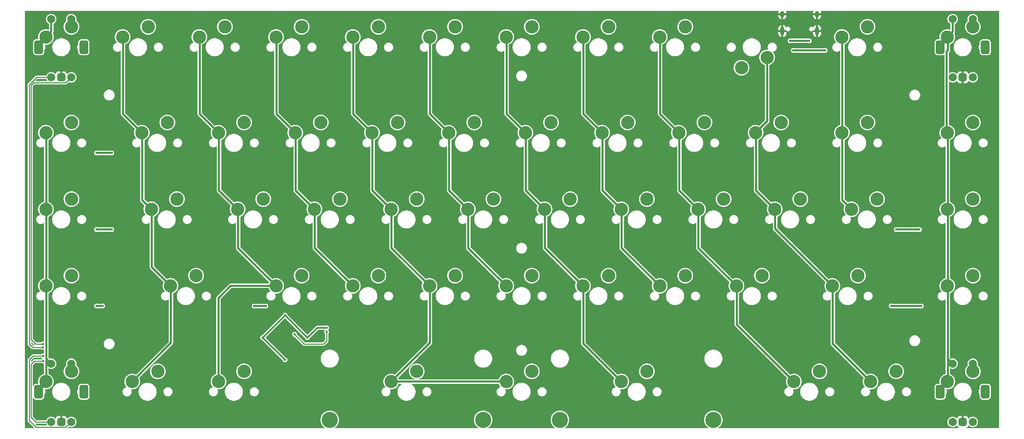
<source format=gbr>
%TF.GenerationSoftware,KiCad,Pcbnew,8.0.3*%
%TF.CreationDate,2024-09-04T21:35:11+02:00*%
%TF.ProjectId,alqaztraz,616c7161-7a74-4726-917a-2e6b69636164,rev?*%
%TF.SameCoordinates,Original*%
%TF.FileFunction,Copper,L1,Top*%
%TF.FilePolarity,Positive*%
%FSLAX46Y46*%
G04 Gerber Fmt 4.6, Leading zero omitted, Abs format (unit mm)*
G04 Created by KiCad (PCBNEW 8.0.3) date 2024-09-04 21:35:11*
%MOMM*%
%LPD*%
G01*
G04 APERTURE LIST*
G04 Aperture macros list*
%AMRoundRect*
0 Rectangle with rounded corners*
0 $1 Rounding radius*
0 $2 $3 $4 $5 $6 $7 $8 $9 X,Y pos of 4 corners*
0 Add a 4 corners polygon primitive as box body*
4,1,4,$2,$3,$4,$5,$6,$7,$8,$9,$2,$3,0*
0 Add four circle primitives for the rounded corners*
1,1,$1+$1,$2,$3*
1,1,$1+$1,$4,$5*
1,1,$1+$1,$6,$7*
1,1,$1+$1,$8,$9*
0 Add four rect primitives between the rounded corners*
20,1,$1+$1,$2,$3,$4,$5,0*
20,1,$1+$1,$4,$5,$6,$7,0*
20,1,$1+$1,$6,$7,$8,$9,0*
20,1,$1+$1,$8,$9,$2,$3,0*%
G04 Aperture macros list end*
%TA.AperFunction,ComponentPad*%
%ADD10C,2.000000*%
%TD*%
%TA.AperFunction,ComponentPad*%
%ADD11RoundRect,0.500000X0.500000X-0.500000X0.500000X0.500000X-0.500000X0.500000X-0.500000X-0.500000X0*%
%TD*%
%TA.AperFunction,ComponentPad*%
%ADD12RoundRect,0.550000X0.550000X-1.150000X0.550000X1.150000X-0.550000X1.150000X-0.550000X-1.150000X0*%
%TD*%
%TA.AperFunction,ComponentPad*%
%ADD13C,4.000000*%
%TD*%
%TA.AperFunction,ComponentPad*%
%ADD14C,3.300000*%
%TD*%
%TA.AperFunction,ComponentPad*%
%ADD15O,1.000000X1.600000*%
%TD*%
%TA.AperFunction,ComponentPad*%
%ADD16O,1.000000X2.100000*%
%TD*%
%TA.AperFunction,ViaPad*%
%ADD17C,0.600000*%
%TD*%
%TA.AperFunction,Conductor*%
%ADD18C,0.500000*%
%TD*%
%TA.AperFunction,Conductor*%
%ADD19C,0.381000*%
%TD*%
%TA.AperFunction,Conductor*%
%ADD20C,0.250000*%
%TD*%
G04 APERTURE END LIST*
D10*
%TO.P,SW2,A,A*%
%TO.N,rC*%
X262612500Y-40837500D03*
%TO.P,SW2,B,B*%
%TO.N,rD*%
X267612500Y-40837500D03*
D11*
%TO.P,SW2,C,C*%
%TO.N,GND*%
X265112500Y-40837500D03*
D12*
%TO.P,SW2,MP*%
%TO.N,N/C*%
X259512500Y-33337500D03*
X270712500Y-33337500D03*
D10*
%TO.P,SW2,S1,S1*%
%TO.N,row2*%
X267612500Y-26337500D03*
%TO.P,SW2,S2,S2*%
%TO.N,COL11*%
X262612500Y-26337500D03*
%TD*%
D13*
%TO.P,S2,*%
%TO.N,*%
X203200000Y-126047500D03*
X165100000Y-126047500D03*
%TD*%
%TO.P,S1,*%
%TO.N,*%
X146050000Y-126047500D03*
X107950000Y-126047500D03*
%TD*%
D10*
%TO.P,SW1,A,A*%
%TO.N,rA*%
X38775000Y-40837500D03*
%TO.P,SW1,B,B*%
%TO.N,rB*%
X43775000Y-40837500D03*
D11*
%TO.P,SW1,C,C*%
%TO.N,GND*%
X41275000Y-40837500D03*
D12*
%TO.P,SW1,MP*%
%TO.N,N/C*%
X35675000Y-33337500D03*
X46875000Y-33337500D03*
D10*
%TO.P,SW1,S1,S1*%
%TO.N,row1*%
X43775000Y-26337500D03*
%TO.P,SW1,S2,S2*%
%TO.N,COL0*%
X38775000Y-26337500D03*
%TD*%
%TO.P,SW4,A,A*%
%TO.N,rE*%
X38775000Y-126562500D03*
%TO.P,SW4,B,B*%
%TO.N,rF*%
X43775000Y-126562500D03*
D11*
%TO.P,SW4,C,C*%
%TO.N,GND*%
X41275000Y-126562500D03*
D12*
%TO.P,SW4,MP*%
%TO.N,N/C*%
X35675000Y-119062500D03*
X46875000Y-119062500D03*
D10*
%TO.P,SW4,S1,S1*%
%TO.N,row3*%
X43775000Y-112062500D03*
%TO.P,SW4,S2,S2*%
%TO.N,COL0*%
X38775000Y-112062500D03*
%TD*%
%TO.P,SW3,A,A*%
%TO.N,rG*%
X262612500Y-126562500D03*
%TO.P,SW3,B,B*%
%TO.N,rH*%
X267612500Y-126562500D03*
D11*
%TO.P,SW3,C,C*%
%TO.N,GND*%
X265112500Y-126562500D03*
D12*
%TO.P,SW3,MP*%
%TO.N,N/C*%
X259512500Y-119062500D03*
X270712500Y-119062500D03*
D10*
%TO.P,SW3,S1,S1*%
%TO.N,row4*%
X267612500Y-112062500D03*
%TO.P,SW3,S2,S2*%
%TO.N,COL11*%
X262612500Y-112062500D03*
%TD*%
D14*
%TO.P,MX54,1,1*%
%TO.N,COL9*%
X242252500Y-116522500D03*
%TO.P,MX54,2,2*%
%TO.N,Net-(D54-A)*%
X248602500Y-113982500D03*
%TD*%
%TO.P,MX27,1,1*%
%TO.N,COL2*%
X85090000Y-73660000D03*
%TO.P,MX27,2,2*%
%TO.N,Net-(D27-A)*%
X91440000Y-71120000D03*
%TD*%
%TO.P,MX18,1,1*%
%TO.N,COL5*%
X137477500Y-54610000D03*
%TO.P,MX18,2,2*%
%TO.N,Net-(D18-A)*%
X143827500Y-52070000D03*
%TD*%
%TO.P,MX20,1,1*%
%TO.N,COL7*%
X175577500Y-54610000D03*
%TO.P,MX20,2,2*%
%TO.N,Net-(D20-A)*%
X181927500Y-52070000D03*
%TD*%
%TO.P,MX51,1,1*%
%TO.N,COL4*%
X123190000Y-116522500D03*
%TO.P,MX51,2,2*%
%TO.N,Net-(D51-A)*%
X129540000Y-113982500D03*
%TD*%
%TO.P,MX24,1,1*%
%TO.N,COL11*%
X261302500Y-54610000D03*
%TO.P,MX24,2,2*%
%TO.N,Net-(D24-A)*%
X267652500Y-52070000D03*
%TD*%
%TO.P,MX7,1,1*%
%TO.N,COL6*%
X151765000Y-30797500D03*
%TO.P,MX7,2,2*%
%TO.N,Net-(D7-A)*%
X158115000Y-28257500D03*
%TD*%
%TO.P,MX46,1,1*%
%TO.N,COL9*%
X232727500Y-92710000D03*
%TO.P,MX46,2,2*%
%TO.N,Net-(D46-A)*%
X239077500Y-90170000D03*
%TD*%
%TO.P,MX29,1,1*%
%TO.N,COL4*%
X123190000Y-73660000D03*
%TO.P,MX29,2,2*%
%TO.N,Net-(D29-A)*%
X129540000Y-71120000D03*
%TD*%
%TO.P,MX38,1,1*%
%TO.N,COL1*%
X68421250Y-92710000D03*
%TO.P,MX38,2,2*%
%TO.N,Net-(D38-A)*%
X74771250Y-90170000D03*
%TD*%
%TO.P,MX40,1,1*%
%TO.N,COL3*%
X113665000Y-92710000D03*
%TO.P,MX40,2,2*%
%TO.N,Net-(D40-A)*%
X120015000Y-90170000D03*
%TD*%
%TO.P,MX45,1,1*%
%TO.N,COL8*%
X208915000Y-92710000D03*
%TO.P,MX45,2,2*%
%TO.N,Net-(D45-A)*%
X215265000Y-90170000D03*
%TD*%
%TO.P,MX3,1,1*%
%TO.N,COL2*%
X75565000Y-30797500D03*
%TO.P,MX3,2,2*%
%TO.N,Net-(D3-A)*%
X81915000Y-28257500D03*
%TD*%
%TO.P,MX15,1,1*%
%TO.N,COL2*%
X80327500Y-54610000D03*
%TO.P,MX15,2,2*%
%TO.N,Net-(D15-A)*%
X86677500Y-52070000D03*
%TD*%
%TO.P,MX33,1,1*%
%TO.N,COL8*%
X199390000Y-73660000D03*
%TO.P,MX33,2,2*%
%TO.N,Net-(D33-A)*%
X205740000Y-71120000D03*
%TD*%
%TO.P,MX23,1,1*%
%TO.N,COL10*%
X235108750Y-54610000D03*
%TO.P,MX23,2,2*%
%TO.N,Net-(D23-A)*%
X241458750Y-52070000D03*
%TD*%
%TO.P,MX48,1,1*%
%TO.N,COL0*%
X37465000Y-116522500D03*
%TO.P,MX48,2,2*%
%TO.N,row3*%
X43815000Y-113982500D03*
%TD*%
%TO.P,MX31,1,1*%
%TO.N,COL6*%
X161290000Y-73660000D03*
%TO.P,MX31,2,2*%
%TO.N,Net-(D31-A)*%
X167640000Y-71120000D03*
%TD*%
%TO.P,MX52,1,1*%
%TO.N,COL6*%
X180340000Y-116522500D03*
%TO.P,MX52,2,2*%
%TO.N,Net-(D52-A)*%
X186690000Y-113982500D03*
%TD*%
%TO.P,MX37,1,1*%
%TO.N,COL0*%
X37465000Y-92710000D03*
%TO.P,MX37,2,2*%
%TO.N,Net-(D37-A)*%
X43815000Y-90170000D03*
%TD*%
%TO.P,MX56,1,1*%
%TO.N,COL4*%
X151765000Y-116522500D03*
%TO.P,MX56,2,2*%
%TO.N,Net-(D51-A)*%
X158115000Y-113982500D03*
%TD*%
%TO.P,MX9,1,1*%
%TO.N,COL8*%
X189865000Y-30797500D03*
%TO.P,MX9,2,2*%
%TO.N,Net-(D9-A)*%
X196215000Y-28257500D03*
%TD*%
%TO.P,MX30,1,1*%
%TO.N,COL5*%
X142240000Y-73660000D03*
%TO.P,MX30,2,2*%
%TO.N,Net-(D30-A)*%
X148590000Y-71120000D03*
%TD*%
%TO.P,MX5,1,1*%
%TO.N,COL4*%
X113665000Y-30797500D03*
%TO.P,MX5,2,2*%
%TO.N,Net-(D5-A)*%
X120015000Y-28257500D03*
%TD*%
%TO.P,MX12,1,1*%
%TO.N,COL11*%
X261302500Y-30797500D03*
%TO.P,MX12,2,2*%
%TO.N,row2*%
X267652500Y-28257500D03*
%TD*%
%TO.P,MX39,1,1*%
%TO.N,COL2*%
X94615000Y-92710000D03*
%TO.P,MX39,2,2*%
%TO.N,Net-(D39-A)*%
X100965000Y-90170000D03*
%TD*%
%TO.P,MX6,1,1*%
%TO.N,COL5*%
X132715000Y-30797500D03*
%TO.P,MX6,2,2*%
%TO.N,Net-(D6-A)*%
X139065000Y-28257500D03*
%TD*%
%TO.P,MX49,1,1*%
%TO.N,COL1*%
X58896250Y-116522500D03*
%TO.P,MX49,2,2*%
%TO.N,Net-(D49-A)*%
X65246250Y-113982500D03*
%TD*%
%TO.P,MX44,1,1*%
%TO.N,COL7*%
X189865000Y-92710000D03*
%TO.P,MX44,2,2*%
%TO.N,Net-(D44-A)*%
X196215000Y-90170000D03*
%TD*%
%TO.P,MX36,1,1*%
%TO.N,COL11*%
X261302500Y-73660000D03*
%TO.P,MX36,2,2*%
%TO.N,Net-(D36-A)*%
X267652500Y-71120000D03*
%TD*%
%TO.P,MX43,1,1*%
%TO.N,COL6*%
X170815000Y-92710000D03*
%TO.P,MX43,2,2*%
%TO.N,Net-(D43-A)*%
X177165000Y-90170000D03*
%TD*%
%TO.P,MX21,1,1*%
%TO.N,COL8*%
X194627500Y-54610000D03*
%TO.P,MX21,2,2*%
%TO.N,Net-(D21-A)*%
X200977500Y-52070000D03*
%TD*%
%TO.P,MX13,1,1*%
%TO.N,COL0*%
X37465000Y-54610000D03*
%TO.P,MX13,2,2*%
%TO.N,Net-(D13-A)*%
X43815000Y-52070000D03*
%TD*%
%TO.P,MX28,1,1*%
%TO.N,COL3*%
X104140000Y-73660000D03*
%TO.P,MX28,2,2*%
%TO.N,Net-(D28-A)*%
X110490000Y-71120000D03*
%TD*%
%TO.P,MX42,1,1*%
%TO.N,COL5*%
X151765000Y-92710000D03*
%TO.P,MX42,2,2*%
%TO.N,Net-(D42-A)*%
X158115000Y-90170000D03*
%TD*%
%TO.P,MX34,1,1*%
%TO.N,COL9*%
X218440000Y-73660000D03*
%TO.P,MX34,2,2*%
%TO.N,Net-(D34-A)*%
X224790000Y-71120000D03*
%TD*%
%TO.P,MX53,1,1*%
%TO.N,COL8*%
X223202500Y-116522500D03*
%TO.P,MX53,2,2*%
%TO.N,Net-(D53-A)*%
X229552500Y-113982500D03*
%TD*%
D15*
%TO.P,J1,S1,SHIELD*%
%TO.N,GND*%
X220311250Y-25143750D03*
D16*
X220311250Y-29323750D03*
D15*
X228951250Y-25143750D03*
D16*
X228951250Y-29323750D03*
%TD*%
D14*
%TO.P,MX47,1,1*%
%TO.N,COL11*%
X261302500Y-92710000D03*
%TO.P,MX47,2,2*%
%TO.N,Net-(D47-A)*%
X267652500Y-90170000D03*
%TD*%
%TO.P,MX32,1,1*%
%TO.N,COL7*%
X180340000Y-73660000D03*
%TO.P,MX32,2,2*%
%TO.N,Net-(D32-A)*%
X186690000Y-71120000D03*
%TD*%
%TO.P,MX25,1,1*%
%TO.N,COL0*%
X37465000Y-73660000D03*
%TO.P,MX25,2,2*%
%TO.N,Net-(D25-A)*%
X43815000Y-71120000D03*
%TD*%
%TO.P,MX26,1,1*%
%TO.N,COL1*%
X63658750Y-73660000D03*
%TO.P,MX26,2,2*%
%TO.N,Net-(D26-A)*%
X70008750Y-71120000D03*
%TD*%
%TO.P,MX10,1,1*%
%TO.N,COL9*%
X216535000Y-35877500D03*
%TO.P,MX10,2,2*%
%TO.N,Net-(D10-A)*%
X210185000Y-38417500D03*
%TD*%
%TO.P,MX14,1,1*%
%TO.N,COL1*%
X61277500Y-54610000D03*
%TO.P,MX14,2,2*%
%TO.N,Net-(D14-A)*%
X67627500Y-52070000D03*
%TD*%
%TO.P,MX1,1,1*%
%TO.N,COL0*%
X37465000Y-30797500D03*
%TO.P,MX1,2,2*%
%TO.N,row1*%
X43815000Y-28257500D03*
%TD*%
%TO.P,MX4,1,1*%
%TO.N,COL3*%
X94615000Y-30797500D03*
%TO.P,MX4,2,2*%
%TO.N,Net-(D4-A)*%
X100965000Y-28257500D03*
%TD*%
%TO.P,MX2,1,1*%
%TO.N,COL1*%
X56515000Y-30797500D03*
%TO.P,MX2,2,2*%
%TO.N,Net-(D2-A)*%
X62865000Y-28257500D03*
%TD*%
%TO.P,MX41,1,1*%
%TO.N,COL4*%
X132715000Y-92710000D03*
%TO.P,MX41,2,2*%
%TO.N,Net-(D41-A)*%
X139065000Y-90170000D03*
%TD*%
%TO.P,MX11,1,1*%
%TO.N,COL10*%
X235108750Y-30797500D03*
%TO.P,MX11,2,2*%
%TO.N,Net-(D11-A)*%
X241458750Y-28257500D03*
%TD*%
%TO.P,MX35,1,1*%
%TO.N,COL10*%
X237490000Y-73660000D03*
%TO.P,MX35,2,2*%
%TO.N,Net-(D35-A)*%
X243840000Y-71120000D03*
%TD*%
%TO.P,MX50,1,1*%
%TO.N,COL2*%
X80327500Y-116522500D03*
%TO.P,MX50,2,2*%
%TO.N,Net-(D50-A)*%
X86677500Y-113982500D03*
%TD*%
%TO.P,MX17,1,1*%
%TO.N,COL4*%
X118427500Y-54610000D03*
%TO.P,MX17,2,2*%
%TO.N,Net-(D17-A)*%
X124777500Y-52070000D03*
%TD*%
%TO.P,MX22,1,1*%
%TO.N,COL9*%
X213677500Y-54610000D03*
%TO.P,MX22,2,2*%
%TO.N,Net-(D22-A)*%
X220027500Y-52070000D03*
%TD*%
%TO.P,MX16,1,1*%
%TO.N,COL3*%
X99377500Y-54610000D03*
%TO.P,MX16,2,2*%
%TO.N,Net-(D16-A)*%
X105727500Y-52070000D03*
%TD*%
%TO.P,MX8,1,1*%
%TO.N,COL7*%
X170815000Y-30797500D03*
%TO.P,MX8,2,2*%
%TO.N,Net-(D8-A)*%
X177165000Y-28257500D03*
%TD*%
%TO.P,MX55,1,1*%
%TO.N,COL11*%
X261302500Y-116522500D03*
%TO.P,MX55,2,2*%
%TO.N,row4*%
X267652500Y-113982500D03*
%TD*%
%TO.P,MX19,1,1*%
%TO.N,COL6*%
X156527500Y-54610000D03*
%TO.P,MX19,2,2*%
%TO.N,Net-(D19-A)*%
X162877500Y-52070000D03*
%TD*%
D17*
%TO.N,GND*%
X215106250Y-26193750D03*
X87293750Y-104775000D03*
X215785000Y-44450000D03*
X96029324Y-115324554D03*
X222250000Y-44450000D03*
X41275000Y-124618750D03*
X98491595Y-98823737D03*
X96837500Y-105568750D03*
X106362500Y-106362500D03*
X41275000Y-38893750D03*
X51727206Y-42995956D03*
X99807276Y-115433266D03*
X265112500Y-124618750D03*
X234156250Y-26193750D03*
X87312500Y-106362500D03*
X223837500Y-37306250D03*
X52387500Y-85725000D03*
X230981250Y-37306250D03*
X218281250Y-42862500D03*
X106362500Y-104775000D03*
X265112500Y-38893750D03*
%TO.N,+3V3*%
X102393750Y-105568750D03*
X96837500Y-100012500D03*
X96837500Y-111125000D03*
X107153312Y-103127735D03*
X91281250Y-105568750D03*
%TO.N,ROW0*%
X223043750Y-34131250D03*
X230981250Y-34131250D03*
%TO.N,ROW1*%
X50050000Y-59646652D03*
X53806250Y-59646262D03*
%TO.N,ROW2*%
X248612500Y-78696652D03*
X50050000Y-78690240D03*
X53806250Y-78684925D03*
X254362500Y-78696652D03*
%TO.N,ROW3*%
X51550000Y-97732226D03*
X92075000Y-97743900D03*
X254812500Y-97743900D03*
X50050000Y-97733829D03*
X89190341Y-97744815D03*
X247351227Y-97693900D03*
%TO.N,VBUS*%
X222250000Y-31750000D03*
X227012500Y-31750000D03*
%TO.N,BOOT0*%
X99218750Y-104775000D03*
X107156250Y-104181250D03*
%TO.N,rA*%
X36778059Y-107998194D03*
%TO.N,rB*%
X36820000Y-107156250D03*
%TO.N,rF*%
X36820000Y-110186998D03*
%TO.N,rE*%
X36820000Y-111389706D03*
%TD*%
D18*
%TO.N,GND*%
X228951250Y-25143750D02*
X228951250Y-29323750D01*
D19*
X99807276Y-108538526D02*
X96837500Y-105568750D01*
D18*
X220311250Y-25143750D02*
X220311250Y-29323750D01*
D19*
X99807276Y-115433266D02*
X99807276Y-108538526D01*
%TO.N,+3V3*%
X91281250Y-105568750D02*
X96837500Y-100012500D01*
X96837500Y-100012500D02*
X102393750Y-105568750D01*
X102393750Y-105568750D02*
X104834765Y-103127735D01*
X104834765Y-103127735D02*
X107153312Y-103127735D01*
X91281250Y-105568750D02*
X96837500Y-111125000D01*
D18*
%TO.N,ROW0*%
X230981250Y-34131250D02*
X223043750Y-34131250D01*
%TO.N,ROW1*%
X52450000Y-59646652D02*
X53805860Y-59646652D01*
X52450000Y-59646652D02*
X50050000Y-59646652D01*
X53805860Y-59646652D02*
X53806250Y-59646262D01*
%TO.N,ROW2*%
X52387500Y-78690240D02*
X53800935Y-78690240D01*
X53800935Y-78690240D02*
X53806250Y-78684925D01*
X254362500Y-78696652D02*
X248612500Y-78696652D01*
X52387500Y-78690240D02*
X50050000Y-78690240D01*
%TO.N,ROW3*%
X247401227Y-97743900D02*
X247351227Y-97693900D01*
X254812500Y-97743900D02*
X247401227Y-97743900D01*
X89190341Y-97744815D02*
X92074085Y-97744815D01*
X50051603Y-97732226D02*
X50050000Y-97733829D01*
X92074085Y-97744815D02*
X92075000Y-97743900D01*
X51550000Y-97732226D02*
X50051603Y-97732226D01*
%TO.N,VBUS*%
X222250000Y-31750000D02*
X227012500Y-31750000D01*
%TO.N,COL0*%
X37570000Y-108743750D02*
X37570000Y-110857500D01*
X37465000Y-73660000D02*
X37570000Y-73765000D01*
X37570000Y-92815000D02*
X37570000Y-108743750D01*
X37570000Y-116417500D02*
X37465000Y-116522500D01*
X37570000Y-73555000D02*
X37465000Y-73660000D01*
X37570000Y-73765000D02*
X37570000Y-92605000D01*
X37570000Y-108743750D02*
X37570000Y-116417500D01*
X37570000Y-54715000D02*
X37570000Y-73555000D01*
X38775000Y-26337500D02*
X38775000Y-29487500D01*
X37465000Y-54610000D02*
X37570000Y-54715000D01*
X37465000Y-92710000D02*
X37570000Y-92815000D01*
X37570000Y-110857500D02*
X38775000Y-112062500D01*
X38775000Y-29487500D02*
X37465000Y-30797500D01*
%TO.N,COL1*%
X68421250Y-92710000D02*
X63763750Y-88052500D01*
X63763750Y-73765000D02*
X63658750Y-73660000D01*
X56620000Y-49952500D02*
X56620000Y-30902500D01*
X63658750Y-73660000D02*
X61382500Y-71383750D01*
X61277500Y-54610000D02*
X56620000Y-49952500D01*
X58896250Y-116522500D02*
X68526250Y-106892500D01*
X61382500Y-54715000D02*
X61277500Y-54610000D01*
X56620000Y-30902500D02*
X56515000Y-30797500D01*
X68526250Y-92815000D02*
X68421250Y-92710000D01*
X61382500Y-71383750D02*
X61382500Y-54715000D01*
X68526250Y-106892500D02*
X68526250Y-92815000D01*
X63763750Y-88052500D02*
X63763750Y-73765000D01*
%TO.N,COL2*%
X85090000Y-73660000D02*
X80432500Y-69002500D01*
X85195000Y-73765000D02*
X85090000Y-73660000D01*
X85195000Y-83290000D02*
X85195000Y-73765000D01*
X83343750Y-92710000D02*
X94615000Y-92710000D01*
X75670000Y-30902500D02*
X75565000Y-30797500D01*
X75670000Y-49952500D02*
X75670000Y-30902500D01*
X80432500Y-54715000D02*
X80327500Y-54610000D01*
X80327500Y-54610000D02*
X75670000Y-49952500D01*
X80327500Y-116522500D02*
X80327500Y-95726250D01*
X80327500Y-95726250D02*
X83343750Y-92710000D01*
X80432500Y-69002500D02*
X80432500Y-54715000D01*
X94615000Y-92710000D02*
X85195000Y-83290000D01*
%TO.N,COL3*%
X99482500Y-69002500D02*
X99482500Y-54715000D01*
X104245000Y-73765000D02*
X104140000Y-73660000D01*
X94720000Y-30902500D02*
X94615000Y-30797500D01*
X113665000Y-92710000D02*
X104245000Y-83290000D01*
X99377500Y-54610000D02*
X94720000Y-49952500D01*
X104245000Y-83290000D02*
X104245000Y-73765000D01*
X99482500Y-54715000D02*
X99377500Y-54610000D01*
X104140000Y-73660000D02*
X99482500Y-69002500D01*
X94720000Y-49952500D02*
X94720000Y-30902500D01*
%TO.N,COL4*%
X118532500Y-69002500D02*
X118532500Y-54715000D01*
X151765000Y-116522500D02*
X123190000Y-116522500D01*
X132715000Y-92710000D02*
X132715000Y-93503750D01*
X113770000Y-49952500D02*
X113770000Y-30902500D01*
X123295000Y-73765000D02*
X123190000Y-73660000D01*
X123295000Y-83290000D02*
X123295000Y-73765000D01*
X118427500Y-54610000D02*
X113770000Y-49952500D01*
X132715000Y-92710000D02*
X123295000Y-83290000D01*
X132715000Y-93503750D02*
X132820000Y-93608750D01*
X113770000Y-30902500D02*
X113665000Y-30797500D01*
X132820000Y-106892500D02*
X123190000Y-116522500D01*
X118532500Y-54715000D02*
X118427500Y-54610000D01*
X132820000Y-93608750D02*
X132820000Y-106892500D01*
X123190000Y-73660000D02*
X118532500Y-69002500D01*
%TO.N,COL5*%
X132820000Y-49952500D02*
X132820000Y-30902500D01*
X137477500Y-54610000D02*
X132820000Y-49952500D01*
X142240000Y-73660000D02*
X137582500Y-69002500D01*
X142345000Y-83290000D02*
X142345000Y-73765000D01*
X142345000Y-73765000D02*
X142240000Y-73660000D01*
X137582500Y-54715000D02*
X137477500Y-54610000D01*
X151765000Y-92710000D02*
X142345000Y-83290000D01*
X132820000Y-30902500D02*
X132715000Y-30797500D01*
X137582500Y-69002500D02*
X137582500Y-54715000D01*
%TO.N,COL6*%
X156527500Y-54610000D02*
X151870000Y-49952500D01*
X156632500Y-54715000D02*
X156527500Y-54610000D01*
X180340000Y-116522500D02*
X170920000Y-107102500D01*
X156632500Y-69002500D02*
X156632500Y-54715000D01*
X151870000Y-30902500D02*
X151765000Y-30797500D01*
X161290000Y-73660000D02*
X156632500Y-69002500D01*
X170920000Y-107102500D02*
X170920000Y-92815000D01*
X170920000Y-92815000D02*
X170815000Y-92710000D01*
X151870000Y-49952500D02*
X151870000Y-30902500D01*
X161395000Y-73765000D02*
X161290000Y-73660000D01*
X161395000Y-83290000D02*
X161395000Y-73765000D01*
X170815000Y-92710000D02*
X161395000Y-83290000D01*
%TO.N,COL7*%
X170920000Y-30902500D02*
X170815000Y-30797500D01*
X170920000Y-49952500D02*
X170920000Y-30902500D01*
X180340000Y-73660000D02*
X175682500Y-69002500D01*
X175682500Y-69002500D02*
X175682500Y-54715000D01*
X189865000Y-92710000D02*
X180445000Y-83290000D01*
X175682500Y-54715000D02*
X175577500Y-54610000D01*
X175577500Y-54610000D02*
X170920000Y-49952500D01*
X180445000Y-83290000D02*
X180445000Y-73765000D01*
X180445000Y-73765000D02*
X180340000Y-73660000D01*
%TO.N,COL8*%
X208915000Y-92710000D02*
X199495000Y-83290000D01*
X199495000Y-83290000D02*
X199495000Y-73765000D01*
X194732500Y-54715000D02*
X194627500Y-54610000D01*
X189970000Y-49952500D02*
X189970000Y-30902500D01*
X199495000Y-73765000D02*
X199390000Y-73660000D01*
X209020000Y-92815000D02*
X208915000Y-92710000D01*
X194627500Y-54610000D02*
X189970000Y-49952500D01*
X194732500Y-69002500D02*
X194732500Y-54715000D01*
X209020000Y-102340000D02*
X209020000Y-92815000D01*
X223202500Y-116522500D02*
X209020000Y-102340000D01*
X189970000Y-30902500D02*
X189865000Y-30797500D01*
X199390000Y-73660000D02*
X194732500Y-69002500D01*
%TO.N,COL9*%
X216535000Y-35877500D02*
X216535000Y-51752500D01*
X218545000Y-73765000D02*
X218440000Y-73660000D01*
X232832500Y-92815000D02*
X232727500Y-92710000D01*
X232727500Y-92710000D02*
X218545000Y-78527500D01*
X216535000Y-51752500D02*
X213677500Y-54610000D01*
X213782500Y-69002500D02*
X213782500Y-54715000D01*
X242252500Y-116522500D02*
X232832500Y-107102500D01*
X213782500Y-54715000D02*
X213677500Y-54610000D01*
X218440000Y-73660000D02*
X213782500Y-69002500D01*
X218545000Y-78527500D02*
X218545000Y-73765000D01*
X232832500Y-107102500D02*
X232832500Y-92815000D01*
%TO.N,COL10*%
X235213750Y-54505000D02*
X235213750Y-30902500D01*
X235213750Y-54715000D02*
X235108750Y-54610000D01*
X235108750Y-54610000D02*
X235213750Y-54505000D01*
X237490000Y-73660000D02*
X235213750Y-71383750D01*
X235213750Y-30902500D02*
X235108750Y-30797500D01*
X235213750Y-71383750D02*
X235213750Y-54715000D01*
%TO.N,COL11*%
X261407500Y-54715000D02*
X261302500Y-54610000D01*
X261407500Y-73555000D02*
X261407500Y-54715000D01*
X261407500Y-92605000D02*
X261407500Y-73765000D01*
X261302500Y-73660000D02*
X261407500Y-73555000D01*
X261407500Y-34131250D02*
X261407500Y-30902500D01*
X262612500Y-29487500D02*
X261302500Y-30797500D01*
X261302500Y-116522500D02*
X261407500Y-116417500D01*
X261407500Y-108743750D02*
X261407500Y-92815000D01*
X261407500Y-92815000D02*
X261302500Y-92710000D01*
X261407500Y-110857500D02*
X262612500Y-112062500D01*
X261302500Y-92710000D02*
X261407500Y-92605000D01*
X262612500Y-26337500D02*
X262612500Y-29487500D01*
X261302500Y-54610000D02*
X261143750Y-54451250D01*
X261407500Y-73765000D02*
X261302500Y-73660000D01*
X261407500Y-108743750D02*
X261407500Y-110857500D01*
X261143750Y-34395000D02*
X261407500Y-34131250D01*
X261143750Y-54451250D02*
X261143750Y-34395000D01*
X261407500Y-30902500D02*
X261302500Y-30797500D01*
X261407500Y-116417500D02*
X261407500Y-108743750D01*
D20*
%TO.N,BOOT0*%
X102393750Y-107156250D02*
X106452634Y-107156250D01*
X101600000Y-107156250D02*
X102393750Y-107156250D01*
X99218750Y-104775000D02*
X101600000Y-107156250D01*
X107156250Y-106452634D02*
X107156250Y-104181250D01*
X106452634Y-107156250D02*
X107156250Y-106452634D01*
%TO.N,rA*%
X33337500Y-107156250D02*
X34179444Y-107998194D01*
X33337500Y-42676104D02*
X33337500Y-107156250D01*
X34179444Y-107998194D02*
X36778059Y-107998194D01*
X35176104Y-40837500D02*
X33337500Y-42676104D01*
X38775000Y-40837500D02*
X35176104Y-40837500D01*
%TO.N,rB*%
X33787500Y-106018750D02*
X34925000Y-107156250D01*
X43775000Y-40837500D02*
X42450000Y-42162500D01*
X34487500Y-42162500D02*
X33787500Y-42862500D01*
X42450000Y-42162500D02*
X34487500Y-42162500D01*
X34925000Y-107156250D02*
X36820000Y-107156250D01*
X33787500Y-42862500D02*
X33787500Y-106018750D01*
%TO.N,rF*%
X35018750Y-127887500D02*
X42450000Y-127887500D01*
X33337500Y-111125000D02*
X33337500Y-126206250D01*
X34275502Y-110186998D02*
X33337500Y-111125000D01*
X42450000Y-127887500D02*
X43775000Y-126562500D01*
X36820000Y-110186998D02*
X34275502Y-110186998D01*
X33337500Y-126206250D02*
X35018750Y-127887500D01*
%TO.N,rE*%
X34953709Y-126562500D02*
X38775000Y-126562500D01*
X33787500Y-112262500D02*
X33787500Y-125396291D01*
X34660294Y-111389706D02*
X33787500Y-112262500D01*
X36820000Y-111389706D02*
X34660294Y-111389706D01*
X33787500Y-125396291D02*
X34953709Y-126562500D01*
%TD*%
%TA.AperFunction,Conductor*%
%TO.N,GND*%
G36*
X219410015Y-24327352D02*
G01*
X219424367Y-24362000D01*
X219420637Y-24380751D01*
X219349679Y-24552059D01*
X219349679Y-24552060D01*
X219311250Y-24745262D01*
X219311250Y-24893750D01*
X220011250Y-24893750D01*
X220011250Y-25393750D01*
X219311250Y-25393750D01*
X219311250Y-25542237D01*
X219349679Y-25735439D01*
X219349679Y-25735440D01*
X219425059Y-25917424D01*
X219534496Y-26081210D01*
X219673789Y-26220503D01*
X219837575Y-26329940D01*
X220019560Y-26405320D01*
X220061250Y-26413612D01*
X220061250Y-25610738D01*
X220071190Y-25627955D01*
X220127045Y-25683810D01*
X220195454Y-25723306D01*
X220271754Y-25743750D01*
X220350746Y-25743750D01*
X220427046Y-25723306D01*
X220495455Y-25683810D01*
X220551310Y-25627955D01*
X220561250Y-25610738D01*
X220561250Y-26413612D01*
X220602939Y-26405320D01*
X220602940Y-26405320D01*
X220784924Y-26329940D01*
X220948710Y-26220503D01*
X221088003Y-26081210D01*
X221197440Y-25917424D01*
X221272820Y-25735440D01*
X221272820Y-25735439D01*
X221311250Y-25542237D01*
X221311250Y-25393750D01*
X220611250Y-25393750D01*
X220611250Y-24893750D01*
X221311250Y-24893750D01*
X221311250Y-24745262D01*
X221272820Y-24552060D01*
X221272820Y-24552059D01*
X221201863Y-24380751D01*
X221201863Y-24343248D01*
X221228382Y-24316730D01*
X221247133Y-24313000D01*
X228015367Y-24313000D01*
X228050015Y-24327352D01*
X228064367Y-24362000D01*
X228060637Y-24380751D01*
X227989679Y-24552059D01*
X227989679Y-24552060D01*
X227951250Y-24745262D01*
X227951250Y-24893750D01*
X228651250Y-24893750D01*
X228651250Y-25393750D01*
X227951250Y-25393750D01*
X227951250Y-25542237D01*
X227989679Y-25735439D01*
X227989679Y-25735440D01*
X228065059Y-25917424D01*
X228174496Y-26081210D01*
X228313789Y-26220503D01*
X228477575Y-26329940D01*
X228659560Y-26405320D01*
X228701250Y-26413612D01*
X228701250Y-25610738D01*
X228711190Y-25627955D01*
X228767045Y-25683810D01*
X228835454Y-25723306D01*
X228911754Y-25743750D01*
X228990746Y-25743750D01*
X229067046Y-25723306D01*
X229135455Y-25683810D01*
X229191310Y-25627955D01*
X229201250Y-25610738D01*
X229201250Y-26413612D01*
X229242939Y-26405320D01*
X229242940Y-26405320D01*
X229424924Y-26329940D01*
X229588710Y-26220503D01*
X229728003Y-26081210D01*
X229837440Y-25917424D01*
X229912820Y-25735440D01*
X229912820Y-25735439D01*
X229951250Y-25542237D01*
X229951250Y-25393750D01*
X229251250Y-25393750D01*
X229251250Y-24893750D01*
X229951250Y-24893750D01*
X229951250Y-24745262D01*
X229912820Y-24552060D01*
X229912820Y-24552059D01*
X229841863Y-24380751D01*
X229841863Y-24343248D01*
X229868382Y-24316730D01*
X229887133Y-24313000D01*
X273839862Y-24313000D01*
X273847530Y-24313604D01*
X273926683Y-24326145D01*
X273941255Y-24330880D01*
X274009187Y-24365494D01*
X274021587Y-24374504D01*
X274075495Y-24428412D01*
X274084506Y-24440814D01*
X274119118Y-24508741D01*
X274123855Y-24523319D01*
X274136396Y-24602469D01*
X274137000Y-24610137D01*
X274137000Y-127789862D01*
X274136396Y-127797530D01*
X274123855Y-127876680D01*
X274119118Y-127891258D01*
X274084506Y-127959185D01*
X274075495Y-127971587D01*
X274021587Y-128025495D01*
X274009185Y-128034506D01*
X273941258Y-128069118D01*
X273926680Y-128073855D01*
X273847530Y-128086396D01*
X273839862Y-128087000D01*
X266010679Y-128087000D01*
X265976031Y-128072648D01*
X265961679Y-128038000D01*
X265976031Y-128003352D01*
X265987992Y-127994568D01*
X266165632Y-127901776D01*
X266323252Y-127773252D01*
X266451776Y-127615632D01*
X266545945Y-127435355D01*
X266546866Y-127433051D01*
X266548417Y-127433671D01*
X266568504Y-127408185D01*
X266605746Y-127403772D01*
X266627100Y-127416286D01*
X266773359Y-127562545D01*
X266773366Y-127562551D01*
X266959755Y-127693061D01*
X266959767Y-127693069D01*
X267166006Y-127789240D01*
X267166011Y-127789241D01*
X267385799Y-127848133D01*
X267385803Y-127848133D01*
X267385808Y-127848135D01*
X267612500Y-127867968D01*
X267839192Y-127848135D01*
X267839198Y-127848133D01*
X267839200Y-127848133D01*
X268042280Y-127793718D01*
X268058990Y-127789240D01*
X268058993Y-127789240D01*
X268058993Y-127789239D01*
X268058996Y-127789239D01*
X268265234Y-127693068D01*
X268451639Y-127562547D01*
X268612547Y-127401639D01*
X268743068Y-127215234D01*
X268839239Y-127008996D01*
X268898135Y-126789192D01*
X268917968Y-126562500D01*
X268898135Y-126335808D01*
X268839239Y-126116004D01*
X268814290Y-126062500D01*
X268743069Y-125909767D01*
X268743061Y-125909755D01*
X268612551Y-125723366D01*
X268612545Y-125723359D01*
X268451640Y-125562454D01*
X268451633Y-125562448D01*
X268265244Y-125431938D01*
X268265232Y-125431930D01*
X268058993Y-125335759D01*
X268058988Y-125335758D01*
X267839200Y-125276866D01*
X267839194Y-125276865D01*
X267612500Y-125257032D01*
X267385805Y-125276865D01*
X267385799Y-125276866D01*
X267166011Y-125335758D01*
X267166006Y-125335759D01*
X266959767Y-125431930D01*
X266959755Y-125431938D01*
X266773366Y-125562448D01*
X266773359Y-125562454D01*
X266627100Y-125708713D01*
X266592452Y-125723065D01*
X266557804Y-125708713D01*
X266547760Y-125691591D01*
X266546866Y-125691949D01*
X266545945Y-125689644D01*
X266451776Y-125509367D01*
X266323252Y-125351747D01*
X266165632Y-125223223D01*
X265985357Y-125129055D01*
X265789827Y-125073108D01*
X265789830Y-125073108D01*
X265670513Y-125062500D01*
X265362500Y-125062500D01*
X265362500Y-126129488D01*
X265305493Y-126096575D01*
X265178326Y-126062500D01*
X265046674Y-126062500D01*
X264919507Y-126096575D01*
X264862500Y-126129488D01*
X264862500Y-125062500D01*
X264554486Y-125062500D01*
X264435171Y-125073108D01*
X264239642Y-125129055D01*
X264059367Y-125223223D01*
X263901747Y-125351747D01*
X263773223Y-125509367D01*
X263679054Y-125689644D01*
X263678134Y-125691949D01*
X263676634Y-125691349D01*
X263656324Y-125716909D01*
X263619065Y-125721174D01*
X263597899Y-125708713D01*
X263451640Y-125562454D01*
X263451633Y-125562448D01*
X263265244Y-125431938D01*
X263265232Y-125431930D01*
X263058993Y-125335759D01*
X263058988Y-125335758D01*
X262839200Y-125276866D01*
X262839194Y-125276865D01*
X262612500Y-125257032D01*
X262385805Y-125276865D01*
X262385799Y-125276866D01*
X262166011Y-125335758D01*
X262166006Y-125335759D01*
X261959767Y-125431930D01*
X261959755Y-125431938D01*
X261773366Y-125562448D01*
X261773359Y-125562454D01*
X261612454Y-125723359D01*
X261612448Y-125723366D01*
X261481938Y-125909755D01*
X261481930Y-125909767D01*
X261385759Y-126116006D01*
X261385758Y-126116011D01*
X261326866Y-126335799D01*
X261326865Y-126335805D01*
X261307032Y-126562500D01*
X261326865Y-126789194D01*
X261326866Y-126789200D01*
X261385758Y-127008988D01*
X261385759Y-127008993D01*
X261481930Y-127215232D01*
X261481938Y-127215244D01*
X261612448Y-127401633D01*
X261612454Y-127401640D01*
X261773359Y-127562545D01*
X261773366Y-127562551D01*
X261959755Y-127693061D01*
X261959767Y-127693069D01*
X262166006Y-127789240D01*
X262166011Y-127789241D01*
X262385799Y-127848133D01*
X262385803Y-127848133D01*
X262385808Y-127848135D01*
X262612500Y-127867968D01*
X262839192Y-127848135D01*
X262839198Y-127848133D01*
X262839200Y-127848133D01*
X263042280Y-127793718D01*
X263058990Y-127789240D01*
X263058993Y-127789240D01*
X263058993Y-127789239D01*
X263058996Y-127789239D01*
X263265234Y-127693068D01*
X263451639Y-127562547D01*
X263597900Y-127416285D01*
X263632547Y-127401934D01*
X263667195Y-127416286D01*
X263677260Y-127433400D01*
X263678134Y-127433051D01*
X263679054Y-127435355D01*
X263773223Y-127615632D01*
X263901747Y-127773252D01*
X264059367Y-127901776D01*
X264237008Y-127994568D01*
X264261074Y-128023331D01*
X264257753Y-128060687D01*
X264228990Y-128084753D01*
X264214321Y-128087000D01*
X204449994Y-128087000D01*
X204415346Y-128072648D01*
X204400994Y-128038000D01*
X204415346Y-128003352D01*
X204422771Y-127997258D01*
X204461191Y-127971587D01*
X204603461Y-127876525D01*
X204830189Y-127677689D01*
X205029025Y-127450961D01*
X205196566Y-127200218D01*
X205329945Y-126929752D01*
X205426880Y-126644191D01*
X205426881Y-126644183D01*
X205426883Y-126644179D01*
X205426883Y-126644178D01*
X205456223Y-126496674D01*
X205485713Y-126348420D01*
X205505436Y-126047500D01*
X205485713Y-125746580D01*
X205438528Y-125509367D01*
X205426883Y-125450821D01*
X205426883Y-125450820D01*
X205426881Y-125450814D01*
X205426880Y-125450809D01*
X205329945Y-125165248D01*
X205196566Y-124894782D01*
X205140971Y-124811579D01*
X205029025Y-124644038D01*
X204936122Y-124538104D01*
X204830189Y-124417311D01*
X204724254Y-124324408D01*
X204603461Y-124218474D01*
X204352718Y-124050934D01*
X204082250Y-123917554D01*
X203957325Y-123875148D01*
X203796691Y-123820620D01*
X203796688Y-123820619D01*
X203796678Y-123820616D01*
X203500921Y-123761787D01*
X203500922Y-123761787D01*
X203200001Y-123742064D01*
X203199999Y-123742064D01*
X202899078Y-123761787D01*
X202603321Y-123820616D01*
X202603320Y-123820616D01*
X202317749Y-123917554D01*
X202047281Y-124050934D01*
X201796538Y-124218474D01*
X201569811Y-124417311D01*
X201370974Y-124644038D01*
X201203434Y-124894781D01*
X201070054Y-125165249D01*
X200973116Y-125450820D01*
X200973116Y-125450821D01*
X200914287Y-125746578D01*
X200894564Y-126047498D01*
X200894564Y-126047501D01*
X200914287Y-126348421D01*
X200973116Y-126644178D01*
X200973116Y-126644179D01*
X201070054Y-126929750D01*
X201203434Y-127200218D01*
X201370974Y-127450961D01*
X201468832Y-127562545D01*
X201569811Y-127677689D01*
X201678779Y-127773252D01*
X201796538Y-127876525D01*
X201977229Y-127997258D01*
X201998064Y-128028440D01*
X201990748Y-128065223D01*
X201959566Y-128086058D01*
X201950006Y-128087000D01*
X166349994Y-128087000D01*
X166315346Y-128072648D01*
X166300994Y-128038000D01*
X166315346Y-128003352D01*
X166322771Y-127997258D01*
X166361191Y-127971587D01*
X166503461Y-127876525D01*
X166730189Y-127677689D01*
X166929025Y-127450961D01*
X167096566Y-127200218D01*
X167229945Y-126929752D01*
X167326880Y-126644191D01*
X167326881Y-126644183D01*
X167326883Y-126644179D01*
X167326883Y-126644178D01*
X167356223Y-126496674D01*
X167385713Y-126348420D01*
X167405436Y-126047500D01*
X167385713Y-125746580D01*
X167338528Y-125509367D01*
X167326883Y-125450821D01*
X167326883Y-125450820D01*
X167326881Y-125450814D01*
X167326880Y-125450809D01*
X167229945Y-125165248D01*
X167096566Y-124894782D01*
X167040971Y-124811579D01*
X166929025Y-124644038D01*
X166836122Y-124538104D01*
X166730189Y-124417311D01*
X166624254Y-124324408D01*
X166503461Y-124218474D01*
X166252718Y-124050934D01*
X165982250Y-123917554D01*
X165857325Y-123875148D01*
X165696691Y-123820620D01*
X165696688Y-123820619D01*
X165696678Y-123820616D01*
X165400921Y-123761787D01*
X165400922Y-123761787D01*
X165100001Y-123742064D01*
X165099999Y-123742064D01*
X164799078Y-123761787D01*
X164503321Y-123820616D01*
X164503320Y-123820616D01*
X164217749Y-123917554D01*
X163947281Y-124050934D01*
X163696538Y-124218474D01*
X163469811Y-124417311D01*
X163270974Y-124644038D01*
X163103434Y-124894781D01*
X162970054Y-125165249D01*
X162873116Y-125450820D01*
X162873116Y-125450821D01*
X162814287Y-125746578D01*
X162794564Y-126047498D01*
X162794564Y-126047501D01*
X162814287Y-126348421D01*
X162873116Y-126644178D01*
X162873116Y-126644179D01*
X162970054Y-126929750D01*
X163103434Y-127200218D01*
X163270974Y-127450961D01*
X163368832Y-127562545D01*
X163469811Y-127677689D01*
X163578779Y-127773252D01*
X163696538Y-127876525D01*
X163877229Y-127997258D01*
X163898064Y-128028440D01*
X163890748Y-128065223D01*
X163859566Y-128086058D01*
X163850006Y-128087000D01*
X147299994Y-128087000D01*
X147265346Y-128072648D01*
X147250994Y-128038000D01*
X147265346Y-128003352D01*
X147272771Y-127997258D01*
X147311191Y-127971587D01*
X147453461Y-127876525D01*
X147680189Y-127677689D01*
X147879025Y-127450961D01*
X148046566Y-127200218D01*
X148179945Y-126929752D01*
X148276880Y-126644191D01*
X148276881Y-126644183D01*
X148276883Y-126644179D01*
X148276883Y-126644178D01*
X148306223Y-126496674D01*
X148335713Y-126348420D01*
X148355436Y-126047500D01*
X148335713Y-125746580D01*
X148288528Y-125509367D01*
X148276883Y-125450821D01*
X148276883Y-125450820D01*
X148276881Y-125450814D01*
X148276880Y-125450809D01*
X148179945Y-125165248D01*
X148046566Y-124894782D01*
X147990971Y-124811579D01*
X147879025Y-124644038D01*
X147786122Y-124538104D01*
X147680189Y-124417311D01*
X147574254Y-124324408D01*
X147453461Y-124218474D01*
X147202718Y-124050934D01*
X146932250Y-123917554D01*
X146807325Y-123875148D01*
X146646691Y-123820620D01*
X146646688Y-123820619D01*
X146646678Y-123820616D01*
X146350921Y-123761787D01*
X146350922Y-123761787D01*
X146050001Y-123742064D01*
X146049999Y-123742064D01*
X145749078Y-123761787D01*
X145453321Y-123820616D01*
X145453320Y-123820616D01*
X145167749Y-123917554D01*
X144897281Y-124050934D01*
X144646538Y-124218474D01*
X144419811Y-124417311D01*
X144220974Y-124644038D01*
X144053434Y-124894781D01*
X143920054Y-125165249D01*
X143823116Y-125450820D01*
X143823116Y-125450821D01*
X143764287Y-125746578D01*
X143744564Y-126047498D01*
X143744564Y-126047501D01*
X143764287Y-126348421D01*
X143823116Y-126644178D01*
X143823116Y-126644179D01*
X143920054Y-126929750D01*
X144053434Y-127200218D01*
X144220974Y-127450961D01*
X144318832Y-127562545D01*
X144419811Y-127677689D01*
X144528779Y-127773252D01*
X144646538Y-127876525D01*
X144827229Y-127997258D01*
X144848064Y-128028440D01*
X144840748Y-128065223D01*
X144809566Y-128086058D01*
X144800006Y-128087000D01*
X109199994Y-128087000D01*
X109165346Y-128072648D01*
X109150994Y-128038000D01*
X109165346Y-128003352D01*
X109172771Y-127997258D01*
X109211191Y-127971587D01*
X109353461Y-127876525D01*
X109580189Y-127677689D01*
X109779025Y-127450961D01*
X109946566Y-127200218D01*
X110079945Y-126929752D01*
X110176880Y-126644191D01*
X110176881Y-126644183D01*
X110176883Y-126644179D01*
X110176883Y-126644178D01*
X110206223Y-126496674D01*
X110235713Y-126348420D01*
X110255436Y-126047500D01*
X110235713Y-125746580D01*
X110188528Y-125509367D01*
X110176883Y-125450821D01*
X110176883Y-125450820D01*
X110176881Y-125450814D01*
X110176880Y-125450809D01*
X110079945Y-125165248D01*
X109946566Y-124894782D01*
X109890971Y-124811579D01*
X109779025Y-124644038D01*
X109686122Y-124538104D01*
X109580189Y-124417311D01*
X109474254Y-124324408D01*
X109353461Y-124218474D01*
X109102718Y-124050934D01*
X108832250Y-123917554D01*
X108707325Y-123875148D01*
X108546691Y-123820620D01*
X108546688Y-123820619D01*
X108546678Y-123820616D01*
X108250921Y-123761787D01*
X108250922Y-123761787D01*
X107950001Y-123742064D01*
X107949999Y-123742064D01*
X107649078Y-123761787D01*
X107353321Y-123820616D01*
X107353320Y-123820616D01*
X107067749Y-123917554D01*
X106797281Y-124050934D01*
X106546538Y-124218474D01*
X106319811Y-124417311D01*
X106120974Y-124644038D01*
X105953434Y-124894781D01*
X105820054Y-125165249D01*
X105723116Y-125450820D01*
X105723116Y-125450821D01*
X105664287Y-125746578D01*
X105644564Y-126047498D01*
X105644564Y-126047501D01*
X105664287Y-126348421D01*
X105723116Y-126644178D01*
X105723116Y-126644179D01*
X105820054Y-126929750D01*
X105953434Y-127200218D01*
X106120974Y-127450961D01*
X106218832Y-127562545D01*
X106319811Y-127677689D01*
X106428779Y-127773252D01*
X106546538Y-127876525D01*
X106727229Y-127997258D01*
X106748064Y-128028440D01*
X106740748Y-128065223D01*
X106709566Y-128086058D01*
X106700006Y-128087000D01*
X42970544Y-128087000D01*
X42935896Y-128072648D01*
X42921544Y-128038000D01*
X42935896Y-128003352D01*
X43091114Y-127848133D01*
X43182512Y-127756734D01*
X43217159Y-127742383D01*
X43237867Y-127746973D01*
X43328504Y-127789239D01*
X43328505Y-127789239D01*
X43328509Y-127789241D01*
X43548299Y-127848133D01*
X43548303Y-127848133D01*
X43548308Y-127848135D01*
X43775000Y-127867968D01*
X44001692Y-127848135D01*
X44001698Y-127848133D01*
X44001700Y-127848133D01*
X44204780Y-127793718D01*
X44221490Y-127789240D01*
X44221493Y-127789240D01*
X44221493Y-127789239D01*
X44221496Y-127789239D01*
X44427734Y-127693068D01*
X44614139Y-127562547D01*
X44775047Y-127401639D01*
X44905568Y-127215234D01*
X45001739Y-127008996D01*
X45060635Y-126789192D01*
X45080468Y-126562500D01*
X45060635Y-126335808D01*
X45001739Y-126116004D01*
X44976790Y-126062500D01*
X44905569Y-125909767D01*
X44905561Y-125909755D01*
X44775051Y-125723366D01*
X44775045Y-125723359D01*
X44614140Y-125562454D01*
X44614133Y-125562448D01*
X44427744Y-125431938D01*
X44427732Y-125431930D01*
X44221493Y-125335759D01*
X44221488Y-125335758D01*
X44001700Y-125276866D01*
X44001694Y-125276865D01*
X43775000Y-125257032D01*
X43548305Y-125276865D01*
X43548299Y-125276866D01*
X43328511Y-125335758D01*
X43328506Y-125335759D01*
X43122267Y-125431930D01*
X43122255Y-125431938D01*
X42935866Y-125562448D01*
X42935859Y-125562454D01*
X42789600Y-125708713D01*
X42754952Y-125723065D01*
X42720304Y-125708713D01*
X42710260Y-125691591D01*
X42709366Y-125691949D01*
X42708445Y-125689644D01*
X42614276Y-125509367D01*
X42485752Y-125351747D01*
X42328132Y-125223223D01*
X42147857Y-125129055D01*
X41952327Y-125073108D01*
X41952330Y-125073108D01*
X41833013Y-125062500D01*
X41525000Y-125062500D01*
X41525000Y-126129488D01*
X41467993Y-126096575D01*
X41340826Y-126062500D01*
X41209174Y-126062500D01*
X41082007Y-126096575D01*
X41025000Y-126129488D01*
X41025000Y-125062500D01*
X40716986Y-125062500D01*
X40597671Y-125073108D01*
X40402142Y-125129055D01*
X40221867Y-125223223D01*
X40064247Y-125351747D01*
X39935723Y-125509367D01*
X39841554Y-125689644D01*
X39840634Y-125691949D01*
X39839134Y-125691349D01*
X39818824Y-125716909D01*
X39781565Y-125721174D01*
X39760399Y-125708713D01*
X39614140Y-125562454D01*
X39614133Y-125562448D01*
X39427744Y-125431938D01*
X39427732Y-125431930D01*
X39221493Y-125335759D01*
X39221488Y-125335758D01*
X39001700Y-125276866D01*
X39001694Y-125276865D01*
X38775000Y-125257032D01*
X38548305Y-125276865D01*
X38548299Y-125276866D01*
X38328511Y-125335758D01*
X38328506Y-125335759D01*
X38122267Y-125431930D01*
X38122255Y-125431938D01*
X37935866Y-125562448D01*
X37935859Y-125562454D01*
X37774954Y-125723359D01*
X37774948Y-125723366D01*
X37644438Y-125909755D01*
X37644430Y-125909767D01*
X37551663Y-126108708D01*
X37524013Y-126134045D01*
X37507254Y-126137000D01*
X35150253Y-126137000D01*
X35115605Y-126122648D01*
X34227352Y-125234395D01*
X34213000Y-125199747D01*
X34213000Y-120469437D01*
X34227352Y-120434789D01*
X34262000Y-120420437D01*
X34296648Y-120434789D01*
X34309550Y-120457609D01*
X34312492Y-120469437D01*
X34321963Y-120507522D01*
X34404159Y-120673255D01*
X34404160Y-120673256D01*
X34520059Y-120817440D01*
X34664243Y-120933339D01*
X34664244Y-120933340D01*
X34664245Y-120933340D01*
X34664247Y-120933342D01*
X34829979Y-121015537D01*
X35009505Y-121060183D01*
X35051046Y-121063000D01*
X35051047Y-121063000D01*
X36298953Y-121063000D01*
X36298954Y-121063000D01*
X36340495Y-121060183D01*
X36520021Y-121015537D01*
X36685753Y-120933342D01*
X36829940Y-120817440D01*
X36945842Y-120673253D01*
X37028037Y-120507521D01*
X37072683Y-120327995D01*
X37075500Y-120286454D01*
X37075500Y-119781331D01*
X37084858Y-119752530D01*
X37089349Y-119746347D01*
X37157614Y-119652390D01*
X37238042Y-119494542D01*
X37292786Y-119326055D01*
X37320500Y-119151079D01*
X37320500Y-118973921D01*
X37311230Y-118915394D01*
X39030600Y-118915394D01*
X39030600Y-119209606D01*
X39069002Y-119501300D01*
X39069003Y-119501304D01*
X39069004Y-119501311D01*
X39145148Y-119785482D01*
X39145150Y-119785488D01*
X39257739Y-120057304D01*
X39404843Y-120312094D01*
X39404853Y-120312109D01*
X39583941Y-120545501D01*
X39583952Y-120545513D01*
X39791986Y-120753547D01*
X39791998Y-120753558D01*
X40025390Y-120932646D01*
X40025399Y-120932652D01*
X40025403Y-120932655D01*
X40280197Y-121079761D01*
X40552013Y-121192350D01*
X40552017Y-121192351D01*
X40836188Y-121268495D01*
X40836189Y-121268495D01*
X40836200Y-121268498D01*
X41127894Y-121306900D01*
X41127898Y-121306900D01*
X41422102Y-121306900D01*
X41422106Y-121306900D01*
X41713800Y-121268498D01*
X41997987Y-121192350D01*
X42269803Y-121079761D01*
X42524597Y-120932655D01*
X42758011Y-120753550D01*
X42966050Y-120545511D01*
X43033498Y-120457612D01*
X43145146Y-120312109D01*
X43145147Y-120312106D01*
X43145155Y-120312097D01*
X43292261Y-120057303D01*
X43404850Y-119785487D01*
X43480998Y-119501300D01*
X43519400Y-119209606D01*
X43519400Y-118973921D01*
X45229500Y-118973921D01*
X45229500Y-119151078D01*
X45257213Y-119326052D01*
X45257214Y-119326055D01*
X45311958Y-119494542D01*
X45392386Y-119652390D01*
X45455303Y-119738988D01*
X45465142Y-119752530D01*
X45474500Y-119781331D01*
X45474500Y-120286452D01*
X45477316Y-120327990D01*
X45521963Y-120507522D01*
X45604159Y-120673255D01*
X45604160Y-120673256D01*
X45720059Y-120817440D01*
X45864243Y-120933339D01*
X45864244Y-120933340D01*
X45864245Y-120933340D01*
X45864247Y-120933342D01*
X46029979Y-121015537D01*
X46209505Y-121060183D01*
X46251046Y-121063000D01*
X46251047Y-121063000D01*
X47498953Y-121063000D01*
X47498954Y-121063000D01*
X47540495Y-121060183D01*
X47720021Y-121015537D01*
X47885753Y-120933342D01*
X48029940Y-120817440D01*
X48145842Y-120673253D01*
X48228037Y-120507521D01*
X48272683Y-120327995D01*
X48275500Y-120286454D01*
X48275500Y-117838546D01*
X48272683Y-117797005D01*
X48228037Y-117617479D01*
X48145842Y-117451747D01*
X48145839Y-117451743D01*
X48029940Y-117307559D01*
X47885756Y-117191660D01*
X47885755Y-117191659D01*
X47720022Y-117109463D01*
X47591205Y-117077428D01*
X47540495Y-117064817D01*
X47540493Y-117064816D01*
X47540491Y-117064816D01*
X47502489Y-117062239D01*
X47498954Y-117062000D01*
X46251046Y-117062000D01*
X46247510Y-117062239D01*
X46209509Y-117064816D01*
X46029977Y-117109463D01*
X45864244Y-117191659D01*
X45864243Y-117191660D01*
X45720059Y-117307559D01*
X45604160Y-117451743D01*
X45604159Y-117451744D01*
X45521963Y-117617477D01*
X45477316Y-117797009D01*
X45474500Y-117838547D01*
X45474500Y-118343668D01*
X45465142Y-118372469D01*
X45392386Y-118472610D01*
X45311957Y-118630459D01*
X45257214Y-118798944D01*
X45257213Y-118798947D01*
X45229500Y-118973921D01*
X43519400Y-118973921D01*
X43519400Y-118915394D01*
X43480998Y-118623700D01*
X43404850Y-118339513D01*
X43292261Y-118067697D01*
X43232803Y-117964714D01*
X43145156Y-117812905D01*
X43145146Y-117812890D01*
X42966058Y-117579498D01*
X42966047Y-117579486D01*
X42758013Y-117371452D01*
X42758001Y-117371441D01*
X42524609Y-117192353D01*
X42524594Y-117192343D01*
X42269803Y-117045239D01*
X42269804Y-117045239D01*
X41997988Y-116932650D01*
X41997982Y-116932648D01*
X41713811Y-116856504D01*
X41713804Y-116856503D01*
X41713800Y-116856502D01*
X41422106Y-116818100D01*
X41127894Y-116818100D01*
X40836200Y-116856502D01*
X40836196Y-116856502D01*
X40836188Y-116856504D01*
X40552017Y-116932648D01*
X40552011Y-116932650D01*
X40280195Y-117045239D01*
X40025405Y-117192343D01*
X40025390Y-117192353D01*
X39791998Y-117371441D01*
X39791986Y-117371452D01*
X39583952Y-117579486D01*
X39583941Y-117579498D01*
X39404853Y-117812890D01*
X39404843Y-117812905D01*
X39257739Y-118067695D01*
X39145150Y-118339511D01*
X39145148Y-118339517D01*
X39069004Y-118623688D01*
X39069002Y-118623696D01*
X39069002Y-118623700D01*
X39030600Y-118915394D01*
X37311230Y-118915394D01*
X37292786Y-118798945D01*
X37238042Y-118630458D01*
X37234599Y-118623700D01*
X37188221Y-118532678D01*
X37185278Y-118495291D01*
X37209635Y-118466774D01*
X37235372Y-118461558D01*
X37434965Y-118475833D01*
X37464998Y-118477982D01*
X37465000Y-118477982D01*
X37465002Y-118477982D01*
X37540110Y-118472610D01*
X37743294Y-118458078D01*
X38015923Y-118398771D01*
X38277337Y-118301269D01*
X38522213Y-118167556D01*
X38745568Y-118000355D01*
X38942855Y-117803068D01*
X39110056Y-117579713D01*
X39110174Y-117579498D01*
X39179933Y-117451743D01*
X39243769Y-117334837D01*
X39341271Y-117073423D01*
X39400578Y-116800794D01*
X39420482Y-116522500D01*
X39400578Y-116244206D01*
X39341271Y-115971577D01*
X39243769Y-115710163D01*
X39198662Y-115627556D01*
X39110059Y-115465291D01*
X39110057Y-115465289D01*
X39106363Y-115460355D01*
X39043327Y-115376148D01*
X38942855Y-115241931D01*
X38745568Y-115044644D01*
X38522210Y-114877442D01*
X38522208Y-114877440D01*
X38277336Y-114743730D01*
X38152376Y-114697122D01*
X38124928Y-114671567D01*
X38120500Y-114651212D01*
X38120500Y-113982498D01*
X41859518Y-113982498D01*
X41859518Y-113982501D01*
X41879421Y-114260787D01*
X41879423Y-114260802D01*
X41932447Y-114504546D01*
X41938729Y-114533423D01*
X42032248Y-114784159D01*
X42036233Y-114794842D01*
X42169940Y-115039708D01*
X42169942Y-115039710D01*
X42169944Y-115039713D01*
X42173636Y-115044645D01*
X42337144Y-115263068D01*
X42534431Y-115460355D01*
X42668648Y-115560827D01*
X42757787Y-115627556D01*
X42757789Y-115627557D01*
X42757791Y-115627559D01*
X43002657Y-115761266D01*
X43002658Y-115761266D01*
X43002663Y-115761269D01*
X43264077Y-115858771D01*
X43536706Y-115918078D01*
X43745426Y-115933006D01*
X43814998Y-115937982D01*
X43815000Y-115937982D01*
X43815002Y-115937982D01*
X43878841Y-115933416D01*
X44093294Y-115918078D01*
X44365923Y-115858771D01*
X44627337Y-115761269D01*
X44872213Y-115627556D01*
X45095568Y-115460355D01*
X45292855Y-115263068D01*
X45460056Y-115039713D01*
X45593769Y-114794837D01*
X45691271Y-114533423D01*
X45750578Y-114260794D01*
X45770482Y-113982500D01*
X45750578Y-113704206D01*
X45691271Y-113431577D01*
X45593769Y-113170163D01*
X45593766Y-113170157D01*
X45460059Y-112925291D01*
X45460057Y-112925289D01*
X45292855Y-112701931D01*
X45095566Y-112504642D01*
X45044934Y-112466740D01*
X45025798Y-112434487D01*
X45026968Y-112414836D01*
X45060635Y-112289192D01*
X45080468Y-112062500D01*
X45060635Y-111835808D01*
X45058960Y-111829558D01*
X45001741Y-111616011D01*
X45001740Y-111616006D01*
X44905569Y-111409767D01*
X44905561Y-111409755D01*
X44775051Y-111223366D01*
X44775045Y-111223359D01*
X44614140Y-111062454D01*
X44614133Y-111062448D01*
X44427744Y-110931938D01*
X44427732Y-110931930D01*
X44221493Y-110835759D01*
X44221488Y-110835758D01*
X44001700Y-110776866D01*
X44001694Y-110776865D01*
X43775000Y-110757032D01*
X43548305Y-110776865D01*
X43548299Y-110776866D01*
X43328511Y-110835758D01*
X43328506Y-110835759D01*
X43122267Y-110931930D01*
X43122255Y-110931938D01*
X42935866Y-111062448D01*
X42935859Y-111062454D01*
X42774954Y-111223359D01*
X42774948Y-111223366D01*
X42644438Y-111409755D01*
X42644430Y-111409767D01*
X42548259Y-111616006D01*
X42548258Y-111616011D01*
X42489366Y-111835799D01*
X42489365Y-111835805D01*
X42469532Y-112062500D01*
X42489365Y-112289194D01*
X42489366Y-112289200D01*
X42537096Y-112467332D01*
X42532201Y-112504514D01*
X42524414Y-112514662D01*
X42337147Y-112701928D01*
X42337144Y-112701931D01*
X42169942Y-112925289D01*
X42169940Y-112925291D01*
X42036233Y-113170157D01*
X42004451Y-113255368D01*
X41962455Y-113367967D01*
X41938728Y-113431581D01*
X41879423Y-113704197D01*
X41879421Y-113704212D01*
X41859518Y-113982498D01*
X38120500Y-113982498D01*
X38120500Y-113269159D01*
X38134852Y-113234511D01*
X38169500Y-113220159D01*
X38190208Y-113224750D01*
X38328506Y-113289240D01*
X38328511Y-113289241D01*
X38548299Y-113348133D01*
X38548303Y-113348133D01*
X38548308Y-113348135D01*
X38775000Y-113367968D01*
X39001692Y-113348135D01*
X39001698Y-113348133D01*
X39001700Y-113348133D01*
X39111594Y-113318687D01*
X39221490Y-113289240D01*
X39221493Y-113289240D01*
X39221493Y-113289239D01*
X39221496Y-113289239D01*
X39427734Y-113193068D01*
X39614139Y-113062547D01*
X39775047Y-112901639D01*
X39905568Y-112715234D01*
X40001739Y-112508996D01*
X40060635Y-112289192D01*
X40080468Y-112062500D01*
X40060635Y-111835808D01*
X40058960Y-111829558D01*
X40001741Y-111616011D01*
X40001740Y-111616006D01*
X39905569Y-111409767D01*
X39905561Y-111409755D01*
X39775051Y-111223366D01*
X39775045Y-111223359D01*
X39614140Y-111062454D01*
X39614133Y-111062448D01*
X39427744Y-110931938D01*
X39427732Y-110931930D01*
X39221493Y-110835759D01*
X39221488Y-110835758D01*
X39001700Y-110776866D01*
X39001694Y-110776865D01*
X38775000Y-110757032D01*
X38548305Y-110776865D01*
X38548299Y-110776866D01*
X38354474Y-110828801D01*
X38317292Y-110823906D01*
X38307144Y-110816119D01*
X38134852Y-110643827D01*
X38120500Y-110609179D01*
X38120500Y-107049963D01*
X51830750Y-107049963D01*
X51830750Y-107262536D01*
X51864003Y-107472490D01*
X51864004Y-107472493D01*
X51929693Y-107674663D01*
X52026197Y-107864063D01*
X52026202Y-107864071D01*
X52151147Y-108036043D01*
X52151151Y-108036048D01*
X52301452Y-108186349D01*
X52301456Y-108186352D01*
X52301458Y-108186354D01*
X52473434Y-108311301D01*
X52662838Y-108407807D01*
X52865007Y-108473496D01*
X53074963Y-108506750D01*
X53074964Y-108506750D01*
X53287536Y-108506750D01*
X53287537Y-108506750D01*
X53497493Y-108473496D01*
X53699662Y-108407807D01*
X53889066Y-108311301D01*
X54061042Y-108186354D01*
X54061045Y-108186350D01*
X54061048Y-108186349D01*
X54211349Y-108036048D01*
X54211350Y-108036045D01*
X54211354Y-108036042D01*
X54336301Y-107864066D01*
X54432807Y-107674662D01*
X54498496Y-107472493D01*
X54531750Y-107262537D01*
X54531750Y-107049963D01*
X54498496Y-106840007D01*
X54432807Y-106637838D01*
X54411488Y-106595998D01*
X54336302Y-106448436D01*
X54336297Y-106448428D01*
X54286765Y-106380253D01*
X54211354Y-106276458D01*
X54211352Y-106276456D01*
X54211349Y-106276452D01*
X54061048Y-106126151D01*
X54061043Y-106126147D01*
X54015816Y-106093288D01*
X54009144Y-106088440D01*
X53889071Y-106001202D01*
X53889063Y-106001197D01*
X53699663Y-105904693D01*
X53497493Y-105839004D01*
X53497490Y-105839003D01*
X53336207Y-105813458D01*
X53287537Y-105805750D01*
X53074963Y-105805750D01*
X53035452Y-105812007D01*
X52865009Y-105839003D01*
X52865006Y-105839004D01*
X52662836Y-105904693D01*
X52473436Y-106001197D01*
X52473428Y-106001202D01*
X52301456Y-106126147D01*
X52151147Y-106276456D01*
X52026202Y-106448428D01*
X52026197Y-106448436D01*
X51929693Y-106637836D01*
X51864004Y-106840006D01*
X51864003Y-106840009D01*
X51830750Y-107049963D01*
X38120500Y-107049963D01*
X38120500Y-97733829D01*
X49444318Y-97733829D01*
X49464955Y-97890590D01*
X49525461Y-98036665D01*
X49525464Y-98036670D01*
X49621718Y-98162111D01*
X49747159Y-98258365D01*
X49747161Y-98258365D01*
X49747163Y-98258367D01*
X49836364Y-98295315D01*
X49893238Y-98318873D01*
X50050000Y-98339511D01*
X50206762Y-98318873D01*
X50263636Y-98295315D01*
X50285024Y-98286456D01*
X50303775Y-98282726D01*
X51300095Y-98282726D01*
X51318846Y-98286456D01*
X51393238Y-98317270D01*
X51550000Y-98337908D01*
X51706762Y-98317270D01*
X51852841Y-98256762D01*
X51978282Y-98160508D01*
X52074536Y-98035067D01*
X52135044Y-97888988D01*
X52155682Y-97732226D01*
X52135044Y-97575464D01*
X52101466Y-97494399D01*
X52074538Y-97429389D01*
X52074535Y-97429384D01*
X52045130Y-97391063D01*
X51978282Y-97303944D01*
X51930474Y-97267260D01*
X51852841Y-97207690D01*
X51852836Y-97207687D01*
X51706761Y-97147181D01*
X51550000Y-97126544D01*
X51393238Y-97147181D01*
X51318846Y-97177996D01*
X51300095Y-97181726D01*
X50296035Y-97181726D01*
X50277284Y-97177996D01*
X50206761Y-97148784D01*
X50050000Y-97128147D01*
X49893238Y-97148784D01*
X49747163Y-97209290D01*
X49747158Y-97209293D01*
X49621718Y-97305546D01*
X49621717Y-97305547D01*
X49525464Y-97430987D01*
X49525461Y-97430992D01*
X49464955Y-97577067D01*
X49444318Y-97733829D01*
X38120500Y-97733829D01*
X38120500Y-95102894D01*
X39030600Y-95102894D01*
X39030600Y-95397106D01*
X39069002Y-95688800D01*
X39069003Y-95688804D01*
X39069004Y-95688811D01*
X39145148Y-95972982D01*
X39145150Y-95972988D01*
X39257739Y-96244804D01*
X39404843Y-96499594D01*
X39404853Y-96499609D01*
X39583941Y-96733001D01*
X39583952Y-96733013D01*
X39791986Y-96941047D01*
X39791998Y-96941058D01*
X40025390Y-97120146D01*
X40025399Y-97120152D01*
X40025403Y-97120155D01*
X40280197Y-97267261D01*
X40552013Y-97379850D01*
X40552017Y-97379851D01*
X40836188Y-97455995D01*
X40836189Y-97455995D01*
X40836200Y-97455998D01*
X41127894Y-97494400D01*
X41127898Y-97494400D01*
X41422102Y-97494400D01*
X41422106Y-97494400D01*
X41713800Y-97455998D01*
X41997987Y-97379850D01*
X42269803Y-97267261D01*
X42524597Y-97120155D01*
X42539322Y-97108856D01*
X42758001Y-96941058D01*
X42758003Y-96941055D01*
X42758011Y-96941050D01*
X42966050Y-96733011D01*
X43145155Y-96499597D01*
X43292261Y-96244803D01*
X43404850Y-95972987D01*
X43480998Y-95688800D01*
X43519400Y-95397106D01*
X43519400Y-95161421D01*
X45229500Y-95161421D01*
X45229500Y-95338578D01*
X45257212Y-95513546D01*
X45257214Y-95513555D01*
X45302773Y-95653775D01*
X45311958Y-95682042D01*
X45392386Y-95839890D01*
X45490237Y-95974570D01*
X45496518Y-95983215D01*
X45496522Y-95983220D01*
X45621780Y-96108478D01*
X45621784Y-96108481D01*
X45621786Y-96108483D01*
X45765110Y-96212614D01*
X45922958Y-96293042D01*
X46091445Y-96347786D01*
X46266421Y-96375500D01*
X46266422Y-96375500D01*
X46443578Y-96375500D01*
X46443579Y-96375500D01*
X46618555Y-96347786D01*
X46787042Y-96293042D01*
X46944890Y-96212614D01*
X47088214Y-96108483D01*
X47088217Y-96108479D01*
X47088220Y-96108478D01*
X47213478Y-95983220D01*
X47213479Y-95983217D01*
X47213483Y-95983214D01*
X47317614Y-95839890D01*
X47398042Y-95682042D01*
X47452786Y-95513555D01*
X47452786Y-95513549D01*
X47452788Y-95513546D01*
X47480500Y-95338578D01*
X47480500Y-95161421D01*
X47452786Y-94986445D01*
X47398042Y-94817958D01*
X47317614Y-94660110D01*
X47213483Y-94516786D01*
X47213481Y-94516784D01*
X47213478Y-94516780D01*
X47088220Y-94391522D01*
X47088215Y-94391518D01*
X47088214Y-94391517D01*
X46944890Y-94287386D01*
X46787042Y-94206958D01*
X46787041Y-94206957D01*
X46787040Y-94206957D01*
X46618555Y-94152214D01*
X46618552Y-94152213D01*
X46484141Y-94130924D01*
X46443579Y-94124500D01*
X46266421Y-94124500D01*
X46233492Y-94129715D01*
X46091447Y-94152213D01*
X46091444Y-94152214D01*
X45922959Y-94206957D01*
X45765110Y-94287386D01*
X45621784Y-94391518D01*
X45496518Y-94516784D01*
X45392386Y-94660110D01*
X45311957Y-94817959D01*
X45257214Y-94986444D01*
X45257213Y-94986447D01*
X45229500Y-95161421D01*
X43519400Y-95161421D01*
X43519400Y-95102894D01*
X43480998Y-94811200D01*
X43404850Y-94527013D01*
X43292261Y-94255197D01*
X43232803Y-94152214D01*
X43145156Y-94000405D01*
X43145146Y-94000390D01*
X42966058Y-93766998D01*
X42966047Y-93766986D01*
X42758013Y-93558952D01*
X42758001Y-93558941D01*
X42524609Y-93379853D01*
X42524594Y-93379843D01*
X42269803Y-93232739D01*
X42269804Y-93232739D01*
X41997988Y-93120150D01*
X41997982Y-93120148D01*
X41713811Y-93044004D01*
X41713804Y-93044003D01*
X41713800Y-93044002D01*
X41422106Y-93005600D01*
X41127894Y-93005600D01*
X40836200Y-93044002D01*
X40836196Y-93044002D01*
X40836188Y-93044004D01*
X40552017Y-93120148D01*
X40552011Y-93120150D01*
X40280195Y-93232739D01*
X40025405Y-93379843D01*
X40025390Y-93379853D01*
X39791998Y-93558941D01*
X39791986Y-93558952D01*
X39583952Y-93766986D01*
X39583941Y-93766998D01*
X39404853Y-94000390D01*
X39404843Y-94000405D01*
X39257739Y-94255195D01*
X39145150Y-94527011D01*
X39145148Y-94527017D01*
X39069004Y-94811188D01*
X39069002Y-94811196D01*
X39069002Y-94811200D01*
X39030600Y-95102894D01*
X38120500Y-95102894D01*
X38120500Y-94581286D01*
X38134852Y-94546638D01*
X38152374Y-94535376D01*
X38277337Y-94488769D01*
X38522213Y-94355056D01*
X38745568Y-94187855D01*
X38942855Y-93990568D01*
X39110056Y-93767213D01*
X39110174Y-93766998D01*
X39176912Y-93644775D01*
X39243769Y-93522337D01*
X39341271Y-93260923D01*
X39400578Y-92988294D01*
X39420482Y-92710000D01*
X39400578Y-92431706D01*
X39341271Y-92159077D01*
X39243769Y-91897663D01*
X39198662Y-91815056D01*
X39110059Y-91652791D01*
X39110057Y-91652789D01*
X39106363Y-91647855D01*
X39043327Y-91563648D01*
X38942855Y-91429431D01*
X38745568Y-91232144D01*
X38522210Y-91064942D01*
X38522208Y-91064940D01*
X38277336Y-90931230D01*
X38152376Y-90884622D01*
X38124928Y-90859067D01*
X38120500Y-90838712D01*
X38120500Y-90169998D01*
X41859518Y-90169998D01*
X41859518Y-90170001D01*
X41879421Y-90448287D01*
X41879423Y-90448302D01*
X41932447Y-90692046D01*
X41938729Y-90720923D01*
X42032248Y-90971659D01*
X42036233Y-90982342D01*
X42169940Y-91227208D01*
X42169942Y-91227210D01*
X42169944Y-91227213D01*
X42173636Y-91232145D01*
X42337144Y-91450568D01*
X42534431Y-91647855D01*
X42668648Y-91748327D01*
X42757787Y-91815056D01*
X42757789Y-91815057D01*
X42757791Y-91815059D01*
X43002657Y-91948766D01*
X43002658Y-91948766D01*
X43002663Y-91948769D01*
X43264077Y-92046271D01*
X43536706Y-92105578D01*
X43745426Y-92120506D01*
X43814998Y-92125482D01*
X43815000Y-92125482D01*
X43815002Y-92125482D01*
X43876843Y-92121058D01*
X44093294Y-92105578D01*
X44365923Y-92046271D01*
X44627337Y-91948769D01*
X44872213Y-91815056D01*
X45095568Y-91647855D01*
X45292855Y-91450568D01*
X45460056Y-91227213D01*
X45593769Y-90982337D01*
X45691271Y-90720923D01*
X45750578Y-90448294D01*
X45770482Y-90170000D01*
X45750578Y-89891706D01*
X45691271Y-89619077D01*
X45593769Y-89357663D01*
X45593766Y-89357657D01*
X45460059Y-89112791D01*
X45460057Y-89112789D01*
X45292855Y-88889431D01*
X45095568Y-88692144D01*
X44872210Y-88524942D01*
X44872208Y-88524940D01*
X44627342Y-88391233D01*
X44627337Y-88391231D01*
X44365923Y-88293729D01*
X44337046Y-88287447D01*
X44093302Y-88234423D01*
X44093287Y-88234421D01*
X43815002Y-88214518D01*
X43814998Y-88214518D01*
X43536712Y-88234421D01*
X43536697Y-88234423D01*
X43264081Y-88293728D01*
X43264080Y-88293728D01*
X43264077Y-88293729D01*
X43087868Y-88359451D01*
X43002657Y-88391233D01*
X42757791Y-88524940D01*
X42757789Y-88524942D01*
X42534431Y-88692144D01*
X42337144Y-88889431D01*
X42169942Y-89112789D01*
X42169940Y-89112791D01*
X42036233Y-89357657D01*
X41938728Y-89619081D01*
X41879423Y-89891697D01*
X41879421Y-89891712D01*
X41859518Y-90169998D01*
X38120500Y-90169998D01*
X38120500Y-78690240D01*
X49444318Y-78690240D01*
X49464955Y-78847001D01*
X49525461Y-78993076D01*
X49525464Y-78993081D01*
X49617639Y-79113207D01*
X49621718Y-79118522D01*
X49747159Y-79214776D01*
X49747161Y-79214776D01*
X49747163Y-79214778D01*
X49825321Y-79247152D01*
X49893238Y-79275284D01*
X50050000Y-79295922D01*
X50206762Y-79275284D01*
X50244861Y-79259502D01*
X50281154Y-79244470D01*
X50299905Y-79240740D01*
X52315025Y-79240740D01*
X53569177Y-79240740D01*
X53587927Y-79244469D01*
X53649488Y-79269969D01*
X53806250Y-79290607D01*
X53963012Y-79269969D01*
X54109091Y-79209461D01*
X54234532Y-79113207D01*
X54330786Y-78987766D01*
X54391294Y-78841687D01*
X54411932Y-78684925D01*
X54391294Y-78528163D01*
X54340692Y-78405998D01*
X54330788Y-78382088D01*
X54330785Y-78382083D01*
X54290705Y-78329850D01*
X54234532Y-78256643D01*
X54109091Y-78160389D01*
X54109086Y-78160386D01*
X53963011Y-78099880D01*
X53806250Y-78079243D01*
X53649488Y-78099880D01*
X53562264Y-78136010D01*
X53543513Y-78139740D01*
X50299905Y-78139740D01*
X50281154Y-78136010D01*
X50206761Y-78105195D01*
X50050000Y-78084558D01*
X49893238Y-78105195D01*
X49747163Y-78165701D01*
X49747158Y-78165704D01*
X49621718Y-78261957D01*
X49621717Y-78261958D01*
X49525464Y-78387398D01*
X49525461Y-78387403D01*
X49464955Y-78533478D01*
X49444318Y-78690240D01*
X38120500Y-78690240D01*
X38120500Y-76052894D01*
X39030600Y-76052894D01*
X39030600Y-76347106D01*
X39069002Y-76638800D01*
X39069003Y-76638804D01*
X39069004Y-76638811D01*
X39145148Y-76922982D01*
X39145150Y-76922988D01*
X39257739Y-77194804D01*
X39404843Y-77449594D01*
X39404853Y-77449609D01*
X39583941Y-77683001D01*
X39583952Y-77683013D01*
X39791986Y-77891047D01*
X39791998Y-77891058D01*
X40025390Y-78070146D01*
X40025399Y-78070152D01*
X40025403Y-78070155D01*
X40280197Y-78217261D01*
X40552013Y-78329850D01*
X40552017Y-78329851D01*
X40836188Y-78405995D01*
X40836189Y-78405995D01*
X40836200Y-78405998D01*
X41127894Y-78444400D01*
X41127898Y-78444400D01*
X41422102Y-78444400D01*
X41422106Y-78444400D01*
X41713800Y-78405998D01*
X41997987Y-78329850D01*
X42269803Y-78217261D01*
X42524597Y-78070155D01*
X42758011Y-77891050D01*
X42966050Y-77683011D01*
X43145155Y-77449597D01*
X43292261Y-77194803D01*
X43404850Y-76922987D01*
X43480998Y-76638800D01*
X43519400Y-76347106D01*
X43519400Y-76111421D01*
X45229500Y-76111421D01*
X45229500Y-76288578D01*
X45257213Y-76463552D01*
X45257214Y-76463555D01*
X45311958Y-76632042D01*
X45392386Y-76789890D01*
X45496517Y-76933214D01*
X45496518Y-76933215D01*
X45496522Y-76933220D01*
X45621780Y-77058478D01*
X45621784Y-77058481D01*
X45621786Y-77058483D01*
X45765110Y-77162614D01*
X45922958Y-77243042D01*
X46091445Y-77297786D01*
X46266421Y-77325500D01*
X46266422Y-77325500D01*
X46443578Y-77325500D01*
X46443579Y-77325500D01*
X46618555Y-77297786D01*
X46787042Y-77243042D01*
X46944890Y-77162614D01*
X47088214Y-77058483D01*
X47088217Y-77058479D01*
X47088220Y-77058478D01*
X47213478Y-76933220D01*
X47213479Y-76933217D01*
X47213483Y-76933214D01*
X47317614Y-76789890D01*
X47398042Y-76632042D01*
X47452786Y-76463555D01*
X47480500Y-76288579D01*
X47480500Y-76111421D01*
X47452786Y-75936445D01*
X47398042Y-75767958D01*
X47317614Y-75610110D01*
X47213483Y-75466786D01*
X47213481Y-75466784D01*
X47213478Y-75466780D01*
X47088220Y-75341522D01*
X47088215Y-75341518D01*
X47088214Y-75341517D01*
X46944890Y-75237386D01*
X46787042Y-75156958D01*
X46787041Y-75156957D01*
X46787040Y-75156957D01*
X46618555Y-75102214D01*
X46618552Y-75102213D01*
X46484141Y-75080924D01*
X46443579Y-75074500D01*
X46266421Y-75074500D01*
X46233492Y-75079715D01*
X46091447Y-75102213D01*
X46091444Y-75102214D01*
X45922959Y-75156957D01*
X45765110Y-75237386D01*
X45621784Y-75341518D01*
X45496518Y-75466784D01*
X45392386Y-75610110D01*
X45311957Y-75767959D01*
X45257214Y-75936444D01*
X45257213Y-75936447D01*
X45229500Y-76111421D01*
X43519400Y-76111421D01*
X43519400Y-76052894D01*
X43480998Y-75761200D01*
X43404850Y-75477013D01*
X43292261Y-75205197D01*
X43232803Y-75102214D01*
X43145156Y-74950405D01*
X43145146Y-74950390D01*
X42966058Y-74716998D01*
X42966047Y-74716986D01*
X42758013Y-74508952D01*
X42758001Y-74508941D01*
X42524609Y-74329853D01*
X42524594Y-74329843D01*
X42269803Y-74182739D01*
X42269804Y-74182739D01*
X41997988Y-74070150D01*
X41997982Y-74070148D01*
X41713811Y-73994004D01*
X41713804Y-73994003D01*
X41713800Y-73994002D01*
X41422106Y-73955600D01*
X41127894Y-73955600D01*
X40836200Y-73994002D01*
X40836196Y-73994002D01*
X40836188Y-73994004D01*
X40552017Y-74070148D01*
X40552011Y-74070150D01*
X40280195Y-74182739D01*
X40025405Y-74329843D01*
X40025390Y-74329853D01*
X39791998Y-74508941D01*
X39791986Y-74508952D01*
X39583952Y-74716986D01*
X39583941Y-74716998D01*
X39404853Y-74950390D01*
X39404843Y-74950405D01*
X39257739Y-75205195D01*
X39145150Y-75477011D01*
X39145148Y-75477017D01*
X39069004Y-75761188D01*
X39069002Y-75761196D01*
X39069002Y-75761200D01*
X39030600Y-76052894D01*
X38120500Y-76052894D01*
X38120500Y-75531286D01*
X38134852Y-75496638D01*
X38152374Y-75485376D01*
X38277337Y-75438769D01*
X38522213Y-75305056D01*
X38745568Y-75137855D01*
X38942855Y-74940568D01*
X39110056Y-74717213D01*
X39110174Y-74716998D01*
X39176912Y-74594775D01*
X39243769Y-74472337D01*
X39341271Y-74210923D01*
X39400578Y-73938294D01*
X39420482Y-73660000D01*
X39400578Y-73381706D01*
X39341271Y-73109077D01*
X39243769Y-72847663D01*
X39198662Y-72765056D01*
X39110059Y-72602791D01*
X39110057Y-72602789D01*
X39106363Y-72597855D01*
X39043327Y-72513648D01*
X38942855Y-72379431D01*
X38745568Y-72182144D01*
X38522210Y-72014942D01*
X38522208Y-72014940D01*
X38277336Y-71881230D01*
X38152376Y-71834622D01*
X38124928Y-71809067D01*
X38120500Y-71788712D01*
X38120500Y-71119998D01*
X41859518Y-71119998D01*
X41859518Y-71120001D01*
X41879421Y-71398287D01*
X41879423Y-71398302D01*
X41922482Y-71596237D01*
X41938729Y-71670923D01*
X42032248Y-71921659D01*
X42036233Y-71932342D01*
X42169940Y-72177208D01*
X42169942Y-72177210D01*
X42169944Y-72177213D01*
X42173636Y-72182145D01*
X42337144Y-72400568D01*
X42534431Y-72597855D01*
X42668648Y-72698327D01*
X42757787Y-72765056D01*
X42757789Y-72765057D01*
X42757791Y-72765059D01*
X43002657Y-72898766D01*
X43002658Y-72898766D01*
X43002663Y-72898769D01*
X43264077Y-72996271D01*
X43536706Y-73055578D01*
X43745426Y-73070506D01*
X43814998Y-73075482D01*
X43815000Y-73075482D01*
X43815002Y-73075482D01*
X43876843Y-73071058D01*
X44093294Y-73055578D01*
X44365923Y-72996271D01*
X44627337Y-72898769D01*
X44872213Y-72765056D01*
X45095568Y-72597855D01*
X45292855Y-72400568D01*
X45460056Y-72177213D01*
X45593769Y-71932337D01*
X45691271Y-71670923D01*
X45750578Y-71398294D01*
X45767994Y-71154786D01*
X45770482Y-71120001D01*
X45770482Y-71119998D01*
X45750578Y-70841712D01*
X45750578Y-70841706D01*
X45691271Y-70569077D01*
X45593769Y-70307663D01*
X45593766Y-70307657D01*
X45460059Y-70062791D01*
X45460057Y-70062789D01*
X45292855Y-69839431D01*
X45095568Y-69642144D01*
X44872210Y-69474942D01*
X44872208Y-69474940D01*
X44627342Y-69341233D01*
X44627337Y-69341231D01*
X44365923Y-69243729D01*
X44337046Y-69237447D01*
X44093302Y-69184423D01*
X44093287Y-69184421D01*
X43815002Y-69164518D01*
X43814998Y-69164518D01*
X43536712Y-69184421D01*
X43536697Y-69184423D01*
X43264081Y-69243728D01*
X43264080Y-69243728D01*
X43264077Y-69243729D01*
X43087868Y-69309451D01*
X43002657Y-69341233D01*
X42757791Y-69474940D01*
X42757789Y-69474942D01*
X42534431Y-69642144D01*
X42337144Y-69839431D01*
X42169942Y-70062789D01*
X42169940Y-70062791D01*
X42036233Y-70307657D01*
X41938728Y-70569081D01*
X41879423Y-70841697D01*
X41879421Y-70841712D01*
X41859518Y-71119998D01*
X38120500Y-71119998D01*
X38120500Y-59646652D01*
X49444318Y-59646652D01*
X49464955Y-59803413D01*
X49525461Y-59949488D01*
X49525464Y-59949493D01*
X49621718Y-60074934D01*
X49747159Y-60171188D01*
X49747161Y-60171188D01*
X49747163Y-60171190D01*
X49892296Y-60231306D01*
X49893238Y-60231696D01*
X50050000Y-60252334D01*
X50206762Y-60231696D01*
X50244861Y-60215914D01*
X50281154Y-60200882D01*
X50299905Y-60197152D01*
X52377525Y-60197152D01*
X53557287Y-60197152D01*
X53576037Y-60200881D01*
X53649488Y-60231306D01*
X53806250Y-60251944D01*
X53963012Y-60231306D01*
X54109091Y-60170798D01*
X54234532Y-60074544D01*
X54330786Y-59949103D01*
X54391294Y-59803024D01*
X54411932Y-59646262D01*
X54391294Y-59489500D01*
X54335996Y-59355998D01*
X54330788Y-59343425D01*
X54330785Y-59343420D01*
X54234532Y-59217980D01*
X54234531Y-59217979D01*
X54109091Y-59121726D01*
X54109086Y-59121723D01*
X53963011Y-59061217D01*
X53806250Y-59040580D01*
X53649488Y-59061217D01*
X53574154Y-59092422D01*
X53555403Y-59096152D01*
X50299905Y-59096152D01*
X50281154Y-59092422D01*
X50206761Y-59061607D01*
X50050000Y-59040970D01*
X49893238Y-59061607D01*
X49747163Y-59122113D01*
X49747158Y-59122116D01*
X49621718Y-59218369D01*
X49621717Y-59218370D01*
X49525464Y-59343810D01*
X49525461Y-59343815D01*
X49464955Y-59489890D01*
X49444318Y-59646652D01*
X38120500Y-59646652D01*
X38120500Y-57002894D01*
X39030600Y-57002894D01*
X39030600Y-57297106D01*
X39069002Y-57588800D01*
X39069003Y-57588804D01*
X39069004Y-57588811D01*
X39145148Y-57872982D01*
X39145150Y-57872988D01*
X39257739Y-58144804D01*
X39404843Y-58399594D01*
X39404853Y-58399609D01*
X39583941Y-58633001D01*
X39583952Y-58633013D01*
X39791986Y-58841047D01*
X39791998Y-58841058D01*
X40025390Y-59020146D01*
X40025399Y-59020152D01*
X40025403Y-59020155D01*
X40280197Y-59167261D01*
X40552013Y-59279850D01*
X40552017Y-59279851D01*
X40836188Y-59355995D01*
X40836189Y-59355995D01*
X40836200Y-59355998D01*
X41127894Y-59394400D01*
X41127898Y-59394400D01*
X41422102Y-59394400D01*
X41422106Y-59394400D01*
X41713800Y-59355998D01*
X41997987Y-59279850D01*
X42269803Y-59167261D01*
X42524597Y-59020155D01*
X42758011Y-58841050D01*
X42966050Y-58633011D01*
X43145155Y-58399597D01*
X43292261Y-58144803D01*
X43404850Y-57872987D01*
X43480998Y-57588800D01*
X43519400Y-57297106D01*
X43519400Y-57061421D01*
X45229500Y-57061421D01*
X45229500Y-57238578D01*
X45257213Y-57413552D01*
X45257214Y-57413555D01*
X45311958Y-57582042D01*
X45392386Y-57739890D01*
X45496517Y-57883214D01*
X45496518Y-57883215D01*
X45496522Y-57883220D01*
X45621780Y-58008478D01*
X45621784Y-58008481D01*
X45621786Y-58008483D01*
X45765110Y-58112614D01*
X45922958Y-58193042D01*
X46091445Y-58247786D01*
X46266421Y-58275500D01*
X46266422Y-58275500D01*
X46443578Y-58275500D01*
X46443579Y-58275500D01*
X46618555Y-58247786D01*
X46787042Y-58193042D01*
X46944890Y-58112614D01*
X47088214Y-58008483D01*
X47088217Y-58008479D01*
X47088220Y-58008478D01*
X47213478Y-57883220D01*
X47213479Y-57883217D01*
X47213483Y-57883214D01*
X47317614Y-57739890D01*
X47398042Y-57582042D01*
X47452786Y-57413555D01*
X47480500Y-57238579D01*
X47480500Y-57061421D01*
X47452786Y-56886445D01*
X47398042Y-56717958D01*
X47317614Y-56560110D01*
X47213483Y-56416786D01*
X47213481Y-56416784D01*
X47213478Y-56416780D01*
X47088220Y-56291522D01*
X47088215Y-56291518D01*
X47088214Y-56291517D01*
X46944890Y-56187386D01*
X46787042Y-56106958D01*
X46787041Y-56106957D01*
X46787040Y-56106957D01*
X46618555Y-56052214D01*
X46618552Y-56052213D01*
X46484141Y-56030924D01*
X46443579Y-56024500D01*
X46266421Y-56024500D01*
X46233492Y-56029715D01*
X46091447Y-56052213D01*
X46091444Y-56052214D01*
X45922959Y-56106957D01*
X45765110Y-56187386D01*
X45621784Y-56291518D01*
X45496518Y-56416784D01*
X45392386Y-56560110D01*
X45311957Y-56717959D01*
X45257214Y-56886444D01*
X45257213Y-56886447D01*
X45229500Y-57061421D01*
X43519400Y-57061421D01*
X43519400Y-57002894D01*
X43480998Y-56711200D01*
X43404850Y-56427013D01*
X43292261Y-56155197D01*
X43232803Y-56052214D01*
X43145156Y-55900405D01*
X43145146Y-55900390D01*
X42966058Y-55666998D01*
X42966047Y-55666986D01*
X42758013Y-55458952D01*
X42758001Y-55458941D01*
X42524609Y-55279853D01*
X42524594Y-55279843D01*
X42269803Y-55132739D01*
X42269804Y-55132739D01*
X41997988Y-55020150D01*
X41997982Y-55020148D01*
X41713811Y-54944004D01*
X41713804Y-54944003D01*
X41713800Y-54944002D01*
X41422106Y-54905600D01*
X41127894Y-54905600D01*
X40836200Y-54944002D01*
X40836196Y-54944002D01*
X40836188Y-54944004D01*
X40552017Y-55020148D01*
X40552011Y-55020150D01*
X40280195Y-55132739D01*
X40025405Y-55279843D01*
X40025390Y-55279853D01*
X39791998Y-55458941D01*
X39791986Y-55458952D01*
X39583952Y-55666986D01*
X39583941Y-55666998D01*
X39404853Y-55900390D01*
X39404843Y-55900405D01*
X39257739Y-56155195D01*
X39145150Y-56427011D01*
X39145148Y-56427017D01*
X39069004Y-56711188D01*
X39069002Y-56711196D01*
X39069002Y-56711200D01*
X39030600Y-57002894D01*
X38120500Y-57002894D01*
X38120500Y-56481286D01*
X38134852Y-56446638D01*
X38152374Y-56435376D01*
X38277337Y-56388769D01*
X38522213Y-56255056D01*
X38745568Y-56087855D01*
X38942855Y-55890568D01*
X39110056Y-55667213D01*
X39110174Y-55666998D01*
X39176912Y-55544775D01*
X39243769Y-55422337D01*
X39341271Y-55160923D01*
X39400578Y-54888294D01*
X39420482Y-54610000D01*
X39400578Y-54331706D01*
X39341271Y-54059077D01*
X39243769Y-53797663D01*
X39198662Y-53715056D01*
X39110059Y-53552791D01*
X39110057Y-53552789D01*
X39106363Y-53547855D01*
X39043327Y-53463648D01*
X38942855Y-53329431D01*
X38745568Y-53132144D01*
X38522210Y-52964942D01*
X38522208Y-52964940D01*
X38277342Y-52831233D01*
X38277334Y-52831230D01*
X38015923Y-52733729D01*
X37987046Y-52727447D01*
X37743302Y-52674423D01*
X37743287Y-52674421D01*
X37465002Y-52654518D01*
X37464998Y-52654518D01*
X37186712Y-52674421D01*
X37186697Y-52674423D01*
X36914081Y-52733728D01*
X36914080Y-52733728D01*
X36914077Y-52733729D01*
X36777627Y-52784622D01*
X36652657Y-52831233D01*
X36407791Y-52964940D01*
X36407789Y-52964942D01*
X36184431Y-53132144D01*
X35987144Y-53329431D01*
X35819942Y-53552789D01*
X35819940Y-53552791D01*
X35686233Y-53797657D01*
X35654451Y-53882868D01*
X35601260Y-54025482D01*
X35588728Y-54059081D01*
X35529423Y-54331697D01*
X35529421Y-54331712D01*
X35509518Y-54609998D01*
X35509518Y-54610001D01*
X35529421Y-54888287D01*
X35529423Y-54888302D01*
X35582447Y-55132046D01*
X35588729Y-55160923D01*
X35686231Y-55422337D01*
X35686233Y-55422342D01*
X35819940Y-55667208D01*
X35819942Y-55667210D01*
X35987144Y-55890568D01*
X36051071Y-55954495D01*
X36065423Y-55989143D01*
X36051071Y-56023791D01*
X36024089Y-56037540D01*
X35931445Y-56052213D01*
X35931444Y-56052214D01*
X35762959Y-56106957D01*
X35605110Y-56187386D01*
X35461784Y-56291518D01*
X35336518Y-56416784D01*
X35232386Y-56560110D01*
X35151957Y-56717959D01*
X35097214Y-56886444D01*
X35097213Y-56886447D01*
X35069500Y-57061421D01*
X35069500Y-57238578D01*
X35097213Y-57413552D01*
X35097214Y-57413555D01*
X35151958Y-57582042D01*
X35232386Y-57739890D01*
X35336517Y-57883214D01*
X35336518Y-57883215D01*
X35336522Y-57883220D01*
X35461780Y-58008478D01*
X35461784Y-58008481D01*
X35461786Y-58008483D01*
X35605110Y-58112614D01*
X35762958Y-58193042D01*
X35931445Y-58247786D01*
X36106421Y-58275500D01*
X36106422Y-58275500D01*
X36283578Y-58275500D01*
X36283579Y-58275500D01*
X36458555Y-58247786D01*
X36627042Y-58193042D01*
X36784890Y-58112614D01*
X36928214Y-58008483D01*
X36935850Y-58000847D01*
X36970497Y-57986493D01*
X37005146Y-58000843D01*
X37019500Y-58035490D01*
X37019500Y-71721308D01*
X37005148Y-71755956D01*
X36980916Y-71769188D01*
X36914081Y-71783728D01*
X36914080Y-71783728D01*
X36914077Y-71783729D01*
X36777627Y-71834622D01*
X36652657Y-71881233D01*
X36407791Y-72014940D01*
X36407789Y-72014942D01*
X36184431Y-72182144D01*
X35987144Y-72379431D01*
X35819942Y-72602789D01*
X35819940Y-72602791D01*
X35686233Y-72847657D01*
X35654451Y-72932868D01*
X35601260Y-73075482D01*
X35588728Y-73109081D01*
X35529423Y-73381697D01*
X35529421Y-73381712D01*
X35509518Y-73659998D01*
X35509518Y-73660001D01*
X35529421Y-73938287D01*
X35529423Y-73938302D01*
X35582447Y-74182046D01*
X35588729Y-74210923D01*
X35686231Y-74472337D01*
X35686233Y-74472342D01*
X35819940Y-74717208D01*
X35819942Y-74717210D01*
X35987144Y-74940568D01*
X36051071Y-75004495D01*
X36065423Y-75039143D01*
X36051071Y-75073791D01*
X36024089Y-75087540D01*
X35931445Y-75102213D01*
X35931444Y-75102214D01*
X35762959Y-75156957D01*
X35605110Y-75237386D01*
X35461784Y-75341518D01*
X35336518Y-75466784D01*
X35232386Y-75610110D01*
X35151957Y-75767959D01*
X35097214Y-75936444D01*
X35097213Y-75936447D01*
X35069500Y-76111421D01*
X35069500Y-76288578D01*
X35097213Y-76463552D01*
X35097214Y-76463555D01*
X35151958Y-76632042D01*
X35232386Y-76789890D01*
X35336517Y-76933214D01*
X35336518Y-76933215D01*
X35336522Y-76933220D01*
X35461780Y-77058478D01*
X35461784Y-77058481D01*
X35461786Y-77058483D01*
X35605110Y-77162614D01*
X35762958Y-77243042D01*
X35931445Y-77297786D01*
X36106421Y-77325500D01*
X36106422Y-77325500D01*
X36283578Y-77325500D01*
X36283579Y-77325500D01*
X36458555Y-77297786D01*
X36627042Y-77243042D01*
X36784890Y-77162614D01*
X36928214Y-77058483D01*
X36935850Y-77050847D01*
X36970497Y-77036493D01*
X37005146Y-77050843D01*
X37019500Y-77085490D01*
X37019500Y-90771308D01*
X37005148Y-90805956D01*
X36980916Y-90819188D01*
X36914081Y-90833728D01*
X36914080Y-90833728D01*
X36914077Y-90833729D01*
X36777627Y-90884622D01*
X36652657Y-90931233D01*
X36407791Y-91064940D01*
X36407789Y-91064942D01*
X36184431Y-91232144D01*
X35987144Y-91429431D01*
X35819942Y-91652789D01*
X35819940Y-91652791D01*
X35686233Y-91897657D01*
X35654451Y-91982868D01*
X35600461Y-92127624D01*
X35588728Y-92159081D01*
X35529423Y-92431697D01*
X35529421Y-92431712D01*
X35509518Y-92709998D01*
X35509518Y-92710001D01*
X35529421Y-92988287D01*
X35529423Y-92988302D01*
X35582447Y-93232046D01*
X35588729Y-93260923D01*
X35686231Y-93522337D01*
X35686233Y-93522342D01*
X35819940Y-93767208D01*
X35819942Y-93767210D01*
X35987144Y-93990568D01*
X36051071Y-94054495D01*
X36065423Y-94089143D01*
X36051071Y-94123791D01*
X36024089Y-94137540D01*
X35931445Y-94152213D01*
X35931444Y-94152214D01*
X35762959Y-94206957D01*
X35605110Y-94287386D01*
X35461784Y-94391518D01*
X35336518Y-94516784D01*
X35232386Y-94660110D01*
X35151957Y-94817959D01*
X35097214Y-94986444D01*
X35097213Y-94986447D01*
X35069500Y-95161421D01*
X35069500Y-95338578D01*
X35097212Y-95513546D01*
X35097214Y-95513555D01*
X35142773Y-95653775D01*
X35151958Y-95682042D01*
X35232386Y-95839890D01*
X35330237Y-95974570D01*
X35336518Y-95983215D01*
X35336522Y-95983220D01*
X35461780Y-96108478D01*
X35461784Y-96108481D01*
X35461786Y-96108483D01*
X35605110Y-96212614D01*
X35762958Y-96293042D01*
X35931445Y-96347786D01*
X36106421Y-96375500D01*
X36106422Y-96375500D01*
X36283578Y-96375500D01*
X36283579Y-96375500D01*
X36458555Y-96347786D01*
X36627042Y-96293042D01*
X36784890Y-96212614D01*
X36928214Y-96108483D01*
X36935850Y-96100847D01*
X36970497Y-96086493D01*
X37005146Y-96100843D01*
X37019500Y-96135490D01*
X37019500Y-106520958D01*
X37005148Y-106555606D01*
X36970500Y-106569958D01*
X36964104Y-106569539D01*
X36820000Y-106550568D01*
X36663238Y-106571205D01*
X36517163Y-106631711D01*
X36517158Y-106631714D01*
X36401288Y-106720624D01*
X36371459Y-106730750D01*
X35121544Y-106730750D01*
X35086896Y-106716398D01*
X34227352Y-105856854D01*
X34213000Y-105822206D01*
X34213000Y-52069998D01*
X41859518Y-52069998D01*
X41859518Y-52070001D01*
X41879421Y-52348287D01*
X41879423Y-52348302D01*
X41932447Y-52592046D01*
X41938729Y-52620923D01*
X42032248Y-52871659D01*
X42036233Y-52882342D01*
X42169940Y-53127208D01*
X42169942Y-53127210D01*
X42169944Y-53127213D01*
X42173636Y-53132145D01*
X42337144Y-53350568D01*
X42534431Y-53547855D01*
X42668648Y-53648327D01*
X42757787Y-53715056D01*
X42757789Y-53715057D01*
X42757791Y-53715059D01*
X43002657Y-53848766D01*
X43002658Y-53848766D01*
X43002663Y-53848769D01*
X43264077Y-53946271D01*
X43536706Y-54005578D01*
X43745426Y-54020506D01*
X43814998Y-54025482D01*
X43815000Y-54025482D01*
X43815002Y-54025482D01*
X43876843Y-54021058D01*
X44093294Y-54005578D01*
X44365923Y-53946271D01*
X44627337Y-53848769D01*
X44872213Y-53715056D01*
X45095568Y-53547855D01*
X45292855Y-53350568D01*
X45460056Y-53127213D01*
X45593769Y-52882337D01*
X45691271Y-52620923D01*
X45750578Y-52348294D01*
X45770482Y-52070000D01*
X45750578Y-51791706D01*
X45691271Y-51519077D01*
X45593769Y-51257663D01*
X45593766Y-51257657D01*
X45460059Y-51012791D01*
X45460057Y-51012789D01*
X45292855Y-50789431D01*
X45095568Y-50592144D01*
X44872210Y-50424942D01*
X44872208Y-50424940D01*
X44627342Y-50291233D01*
X44627337Y-50291231D01*
X44365923Y-50193729D01*
X44337046Y-50187447D01*
X44093302Y-50134423D01*
X44093287Y-50134421D01*
X43815002Y-50114518D01*
X43814998Y-50114518D01*
X43536712Y-50134421D01*
X43536697Y-50134423D01*
X43264081Y-50193728D01*
X43264080Y-50193728D01*
X43264077Y-50193729D01*
X43087868Y-50259451D01*
X43002657Y-50291233D01*
X42757791Y-50424940D01*
X42757789Y-50424942D01*
X42534431Y-50592144D01*
X42337144Y-50789431D01*
X42169942Y-51012789D01*
X42169940Y-51012791D01*
X42036233Y-51257657D01*
X41938728Y-51519081D01*
X41879423Y-51791697D01*
X41879421Y-51791712D01*
X41859518Y-52069998D01*
X34213000Y-52069998D01*
X34213000Y-45137463D01*
X51830750Y-45137463D01*
X51830750Y-45350036D01*
X51864003Y-45559990D01*
X51864004Y-45559993D01*
X51929693Y-45762163D01*
X52026197Y-45951563D01*
X52026202Y-45951571D01*
X52151147Y-46123543D01*
X52151151Y-46123548D01*
X52301452Y-46273849D01*
X52301456Y-46273852D01*
X52301458Y-46273854D01*
X52473434Y-46398801D01*
X52662838Y-46495307D01*
X52865007Y-46560996D01*
X53074963Y-46594250D01*
X53074964Y-46594250D01*
X53287536Y-46594250D01*
X53287537Y-46594250D01*
X53497493Y-46560996D01*
X53699662Y-46495307D01*
X53889066Y-46398801D01*
X54061042Y-46273854D01*
X54061045Y-46273850D01*
X54061048Y-46273849D01*
X54211349Y-46123548D01*
X54211350Y-46123545D01*
X54211354Y-46123542D01*
X54336301Y-45951566D01*
X54432807Y-45762162D01*
X54498496Y-45559993D01*
X54531750Y-45350037D01*
X54531750Y-45137463D01*
X54498496Y-44927507D01*
X54432807Y-44725338D01*
X54336301Y-44535934D01*
X54211354Y-44363958D01*
X54211352Y-44363956D01*
X54211349Y-44363952D01*
X54061048Y-44213651D01*
X54061043Y-44213647D01*
X53889071Y-44088702D01*
X53889063Y-44088697D01*
X53699663Y-43992193D01*
X53497493Y-43926504D01*
X53497490Y-43926503D01*
X53336207Y-43900958D01*
X53287537Y-43893250D01*
X53074963Y-43893250D01*
X53035452Y-43899507D01*
X52865009Y-43926503D01*
X52865006Y-43926504D01*
X52662836Y-43992193D01*
X52473436Y-44088697D01*
X52473428Y-44088702D01*
X52301456Y-44213647D01*
X52151147Y-44363956D01*
X52026202Y-44535928D01*
X52026197Y-44535936D01*
X51929693Y-44725336D01*
X51864004Y-44927506D01*
X51864003Y-44927509D01*
X51830750Y-45137463D01*
X34213000Y-45137463D01*
X34213000Y-43059044D01*
X34227352Y-43024396D01*
X34649396Y-42602352D01*
X34684044Y-42588000D01*
X42506021Y-42588000D01*
X42506021Y-42587999D01*
X42614237Y-42559003D01*
X42711263Y-42502985D01*
X43182512Y-42031734D01*
X43217159Y-42017383D01*
X43237867Y-42021973D01*
X43328504Y-42064239D01*
X43328505Y-42064239D01*
X43328509Y-42064241D01*
X43548299Y-42123133D01*
X43548303Y-42123133D01*
X43548308Y-42123135D01*
X43775000Y-42142968D01*
X44001692Y-42123135D01*
X44001698Y-42123133D01*
X44001700Y-42123133D01*
X44111594Y-42093687D01*
X44221490Y-42064240D01*
X44221493Y-42064240D01*
X44221493Y-42064239D01*
X44221496Y-42064239D01*
X44427734Y-41968068D01*
X44614139Y-41837547D01*
X44775047Y-41676639D01*
X44905568Y-41490234D01*
X45001739Y-41283996D01*
X45060635Y-41064192D01*
X45080468Y-40837500D01*
X45060635Y-40610808D01*
X45054399Y-40587536D01*
X45001741Y-40391011D01*
X45001740Y-40391006D01*
X44905569Y-40184767D01*
X44905561Y-40184755D01*
X44775051Y-39998366D01*
X44775045Y-39998359D01*
X44614140Y-39837454D01*
X44614133Y-39837448D01*
X44427744Y-39706938D01*
X44427732Y-39706930D01*
X44221493Y-39610759D01*
X44221488Y-39610758D01*
X44001700Y-39551866D01*
X44001694Y-39551865D01*
X43775000Y-39532032D01*
X43548305Y-39551865D01*
X43548299Y-39551866D01*
X43328511Y-39610758D01*
X43328506Y-39610759D01*
X43122267Y-39706930D01*
X43122255Y-39706938D01*
X42935866Y-39837448D01*
X42935859Y-39837454D01*
X42789600Y-39983713D01*
X42754952Y-39998065D01*
X42720304Y-39983713D01*
X42710260Y-39966591D01*
X42709366Y-39966949D01*
X42708445Y-39964644D01*
X42614276Y-39784367D01*
X42485752Y-39626747D01*
X42328132Y-39498223D01*
X42147857Y-39404055D01*
X41952327Y-39348108D01*
X41952330Y-39348108D01*
X41833013Y-39337500D01*
X41525000Y-39337500D01*
X41525000Y-40404488D01*
X41467993Y-40371575D01*
X41340826Y-40337500D01*
X41209174Y-40337500D01*
X41082007Y-40371575D01*
X41025000Y-40404488D01*
X41025000Y-39337500D01*
X40716986Y-39337500D01*
X40597671Y-39348108D01*
X40402142Y-39404055D01*
X40221867Y-39498223D01*
X40064247Y-39626747D01*
X39935723Y-39784367D01*
X39841554Y-39964644D01*
X39840634Y-39966949D01*
X39839134Y-39966349D01*
X39818824Y-39991909D01*
X39781565Y-39996174D01*
X39760399Y-39983713D01*
X39614140Y-39837454D01*
X39614133Y-39837448D01*
X39427744Y-39706938D01*
X39427732Y-39706930D01*
X39221493Y-39610759D01*
X39221488Y-39610758D01*
X39001700Y-39551866D01*
X39001694Y-39551865D01*
X38775000Y-39532032D01*
X38548305Y-39551865D01*
X38548299Y-39551866D01*
X38328511Y-39610758D01*
X38328506Y-39610759D01*
X38122267Y-39706930D01*
X38122255Y-39706938D01*
X37935866Y-39837448D01*
X37935859Y-39837454D01*
X37774954Y-39998359D01*
X37774948Y-39998366D01*
X37644438Y-40184755D01*
X37644430Y-40184767D01*
X37551663Y-40383708D01*
X37524013Y-40409045D01*
X37507254Y-40412000D01*
X35120083Y-40412000D01*
X35011868Y-40440996D01*
X35011864Y-40440997D01*
X34914840Y-40497015D01*
X34914840Y-40497016D01*
X32997016Y-42414840D01*
X32997015Y-42414840D01*
X32940997Y-42511864D01*
X32940996Y-42511868D01*
X32912000Y-42620082D01*
X32912000Y-107212271D01*
X32940996Y-107320485D01*
X32940997Y-107320489D01*
X32997015Y-107417513D01*
X33838959Y-108259457D01*
X33918181Y-108338679D01*
X33953693Y-108359182D01*
X34015204Y-108394696D01*
X34015206Y-108394696D01*
X34015207Y-108394697D01*
X34064131Y-108407806D01*
X34123422Y-108423693D01*
X34123423Y-108423694D01*
X34123426Y-108423694D01*
X36329518Y-108423694D01*
X36359347Y-108433820D01*
X36446339Y-108500570D01*
X36475218Y-108522730D01*
X36475220Y-108522730D01*
X36475222Y-108522732D01*
X36621297Y-108583238D01*
X36778059Y-108603876D01*
X36934821Y-108583238D01*
X36951749Y-108576225D01*
X36989250Y-108576225D01*
X37015770Y-108602743D01*
X37019500Y-108621496D01*
X37019500Y-109551706D01*
X37005148Y-109586354D01*
X36970500Y-109600706D01*
X36964104Y-109600287D01*
X36820000Y-109581316D01*
X36663238Y-109601953D01*
X36517163Y-109662459D01*
X36517158Y-109662462D01*
X36401288Y-109751372D01*
X36371459Y-109761498D01*
X34219480Y-109761498D01*
X34111266Y-109790494D01*
X34111262Y-109790495D01*
X34014238Y-109846513D01*
X34014238Y-109846514D01*
X32997016Y-110863736D01*
X32997015Y-110863736D01*
X32940997Y-110960760D01*
X32940996Y-110960764D01*
X32912000Y-111068978D01*
X32912000Y-126262271D01*
X32940996Y-126370485D01*
X32940997Y-126370489D01*
X32997015Y-126467513D01*
X34532854Y-128003352D01*
X34547206Y-128038000D01*
X34532854Y-128072648D01*
X34498206Y-128087000D01*
X32547638Y-128087000D01*
X32539970Y-128086396D01*
X32460819Y-128073855D01*
X32446241Y-128069118D01*
X32378314Y-128034506D01*
X32365912Y-128025495D01*
X32312004Y-127971587D01*
X32302993Y-127959185D01*
X32268380Y-127891255D01*
X32263645Y-127876683D01*
X32251104Y-127797530D01*
X32250500Y-127789862D01*
X32250500Y-32113547D01*
X34274500Y-32113547D01*
X34274500Y-34561452D01*
X34277316Y-34602990D01*
X34277316Y-34602993D01*
X34277317Y-34602995D01*
X34290446Y-34655788D01*
X34321963Y-34782522D01*
X34404159Y-34948255D01*
X34404160Y-34948256D01*
X34520059Y-35092440D01*
X34664243Y-35208339D01*
X34664244Y-35208340D01*
X34664245Y-35208340D01*
X34664247Y-35208342D01*
X34829979Y-35290537D01*
X35009505Y-35335183D01*
X35051046Y-35338000D01*
X35051047Y-35338000D01*
X36298953Y-35338000D01*
X36298954Y-35338000D01*
X36340495Y-35335183D01*
X36520021Y-35290537D01*
X36685753Y-35208342D01*
X36829940Y-35092440D01*
X36945842Y-34948253D01*
X37028037Y-34782521D01*
X37072683Y-34602995D01*
X37075500Y-34561454D01*
X37075500Y-34056331D01*
X37084858Y-34027530D01*
X37089349Y-34021347D01*
X37157614Y-33927390D01*
X37238042Y-33769542D01*
X37292786Y-33601055D01*
X37320500Y-33426079D01*
X37320500Y-33248921D01*
X37311230Y-33190394D01*
X39030600Y-33190394D01*
X39030600Y-33484606D01*
X39069002Y-33776300D01*
X39069003Y-33776304D01*
X39069004Y-33776311D01*
X39145148Y-34060482D01*
X39145150Y-34060488D01*
X39257739Y-34332304D01*
X39404843Y-34587094D01*
X39404853Y-34587109D01*
X39583941Y-34820501D01*
X39583952Y-34820513D01*
X39791986Y-35028547D01*
X39791998Y-35028558D01*
X40025390Y-35207646D01*
X40025399Y-35207652D01*
X40025403Y-35207655D01*
X40280197Y-35354761D01*
X40552013Y-35467350D01*
X40552017Y-35467351D01*
X40836188Y-35543495D01*
X40836189Y-35543495D01*
X40836200Y-35543498D01*
X41127894Y-35581900D01*
X41127898Y-35581900D01*
X41422102Y-35581900D01*
X41422106Y-35581900D01*
X41713800Y-35543498D01*
X41997987Y-35467350D01*
X42269803Y-35354761D01*
X42524597Y-35207655D01*
X42758011Y-35028550D01*
X42966050Y-34820511D01*
X42966221Y-34820289D01*
X43145146Y-34587109D01*
X43145147Y-34587106D01*
X43145155Y-34587097D01*
X43292261Y-34332303D01*
X43404850Y-34060487D01*
X43480998Y-33776300D01*
X43519400Y-33484606D01*
X43519400Y-33248921D01*
X45229500Y-33248921D01*
X45229500Y-33426078D01*
X45257213Y-33601052D01*
X45257214Y-33601055D01*
X45311958Y-33769542D01*
X45392386Y-33927390D01*
X45402945Y-33941923D01*
X45465142Y-34027530D01*
X45474500Y-34056331D01*
X45474500Y-34561452D01*
X45477316Y-34602990D01*
X45477316Y-34602993D01*
X45477317Y-34602995D01*
X45490446Y-34655788D01*
X45521963Y-34782522D01*
X45604159Y-34948255D01*
X45604160Y-34948256D01*
X45720059Y-35092440D01*
X45864243Y-35208339D01*
X45864244Y-35208340D01*
X45864245Y-35208340D01*
X45864247Y-35208342D01*
X46029979Y-35290537D01*
X46209505Y-35335183D01*
X46251046Y-35338000D01*
X46251047Y-35338000D01*
X47498953Y-35338000D01*
X47498954Y-35338000D01*
X47540495Y-35335183D01*
X47720021Y-35290537D01*
X47885753Y-35208342D01*
X48029940Y-35092440D01*
X48145842Y-34948253D01*
X48228037Y-34782521D01*
X48272683Y-34602995D01*
X48275500Y-34561454D01*
X48275500Y-33248921D01*
X54119500Y-33248921D01*
X54119500Y-33426078D01*
X54147213Y-33601052D01*
X54147214Y-33601055D01*
X54201958Y-33769542D01*
X54282386Y-33927390D01*
X54386517Y-34070714D01*
X54386518Y-34070715D01*
X54386522Y-34070720D01*
X54511780Y-34195978D01*
X54511784Y-34195981D01*
X54511786Y-34195983D01*
X54655110Y-34300114D01*
X54812958Y-34380542D01*
X54981445Y-34435286D01*
X55156421Y-34463000D01*
X55156422Y-34463000D01*
X55333578Y-34463000D01*
X55333579Y-34463000D01*
X55508555Y-34435286D01*
X55677042Y-34380542D01*
X55834890Y-34300114D01*
X55978214Y-34195983D01*
X55985850Y-34188347D01*
X56020497Y-34173993D01*
X56055146Y-34188343D01*
X56069500Y-34222990D01*
X56069500Y-50024977D01*
X56107015Y-50164983D01*
X56107016Y-50164987D01*
X56179485Y-50290508D01*
X56179492Y-50290517D01*
X59539159Y-53650183D01*
X59553511Y-53684831D01*
X59547518Y-53708313D01*
X59498732Y-53797659D01*
X59449980Y-53928370D01*
X59413760Y-54025482D01*
X59401228Y-54059081D01*
X59341923Y-54331697D01*
X59341921Y-54331712D01*
X59322018Y-54609998D01*
X59322018Y-54610001D01*
X59341921Y-54888287D01*
X59341923Y-54888302D01*
X59394947Y-55132046D01*
X59401229Y-55160923D01*
X59498731Y-55422337D01*
X59498733Y-55422342D01*
X59632440Y-55667208D01*
X59632442Y-55667210D01*
X59799644Y-55890568D01*
X59863571Y-55954495D01*
X59877923Y-55989143D01*
X59863571Y-56023791D01*
X59836589Y-56037540D01*
X59743945Y-56052213D01*
X59743944Y-56052214D01*
X59575459Y-56106957D01*
X59417610Y-56187386D01*
X59274284Y-56291518D01*
X59149018Y-56416784D01*
X59044886Y-56560110D01*
X58964457Y-56717959D01*
X58909714Y-56886444D01*
X58909713Y-56886447D01*
X58882000Y-57061421D01*
X58882000Y-57238578D01*
X58909713Y-57413552D01*
X58909714Y-57413555D01*
X58964458Y-57582042D01*
X59044886Y-57739890D01*
X59149017Y-57883214D01*
X59149018Y-57883215D01*
X59149022Y-57883220D01*
X59274280Y-58008478D01*
X59274284Y-58008481D01*
X59274286Y-58008483D01*
X59417610Y-58112614D01*
X59575458Y-58193042D01*
X59743945Y-58247786D01*
X59918921Y-58275500D01*
X59918922Y-58275500D01*
X60096078Y-58275500D01*
X60096079Y-58275500D01*
X60271055Y-58247786D01*
X60439542Y-58193042D01*
X60597390Y-58112614D01*
X60740714Y-58008483D01*
X60748350Y-58000847D01*
X60782997Y-57986493D01*
X60817646Y-58000843D01*
X60832000Y-58035490D01*
X60832000Y-71456227D01*
X60869515Y-71596233D01*
X60869516Y-71596237D01*
X60941985Y-71721758D01*
X60941992Y-71721767D01*
X61920409Y-72700184D01*
X61934761Y-72734832D01*
X61928768Y-72758315D01*
X61925087Y-72765057D01*
X61879981Y-72847663D01*
X61795010Y-73075482D01*
X61782478Y-73109081D01*
X61723173Y-73381697D01*
X61723171Y-73381712D01*
X61703268Y-73659998D01*
X61703268Y-73660001D01*
X61723171Y-73938287D01*
X61723173Y-73938302D01*
X61776197Y-74182046D01*
X61782479Y-74210923D01*
X61879981Y-74472337D01*
X61879983Y-74472342D01*
X62013690Y-74717208D01*
X62013692Y-74717210D01*
X62180894Y-74940568D01*
X62244821Y-75004495D01*
X62259173Y-75039143D01*
X62244821Y-75073791D01*
X62217839Y-75087540D01*
X62125195Y-75102213D01*
X62125194Y-75102214D01*
X61956709Y-75156957D01*
X61798860Y-75237386D01*
X61655534Y-75341518D01*
X61530268Y-75466784D01*
X61426136Y-75610110D01*
X61345707Y-75767959D01*
X61290964Y-75936444D01*
X61290963Y-75936447D01*
X61263250Y-76111421D01*
X61263250Y-76288578D01*
X61290963Y-76463552D01*
X61290964Y-76463555D01*
X61345708Y-76632042D01*
X61426136Y-76789890D01*
X61530267Y-76933214D01*
X61530268Y-76933215D01*
X61530272Y-76933220D01*
X61655530Y-77058478D01*
X61655534Y-77058481D01*
X61655536Y-77058483D01*
X61798860Y-77162614D01*
X61956708Y-77243042D01*
X62125195Y-77297786D01*
X62300171Y-77325500D01*
X62300172Y-77325500D01*
X62477328Y-77325500D01*
X62477329Y-77325500D01*
X62652305Y-77297786D01*
X62820792Y-77243042D01*
X62978640Y-77162614D01*
X63121964Y-77058483D01*
X63129600Y-77050847D01*
X63164247Y-77036493D01*
X63198896Y-77050843D01*
X63213250Y-77085490D01*
X63213250Y-88124977D01*
X63250765Y-88264983D01*
X63250766Y-88264987D01*
X63323235Y-88390508D01*
X63323242Y-88390517D01*
X66682909Y-91750183D01*
X66697261Y-91784831D01*
X66691268Y-91808313D01*
X66642482Y-91897659D01*
X66593730Y-92028370D01*
X66556711Y-92127624D01*
X66544978Y-92159081D01*
X66485673Y-92431697D01*
X66485671Y-92431712D01*
X66465768Y-92709998D01*
X66465768Y-92710001D01*
X66485671Y-92988287D01*
X66485673Y-92988302D01*
X66538697Y-93232046D01*
X66544979Y-93260923D01*
X66642481Y-93522337D01*
X66642483Y-93522342D01*
X66776190Y-93767208D01*
X66776192Y-93767210D01*
X66943394Y-93990568D01*
X67007321Y-94054495D01*
X67021673Y-94089143D01*
X67007321Y-94123791D01*
X66980339Y-94137540D01*
X66887695Y-94152213D01*
X66887694Y-94152214D01*
X66719209Y-94206957D01*
X66561360Y-94287386D01*
X66418034Y-94391518D01*
X66292768Y-94516784D01*
X66188636Y-94660110D01*
X66108207Y-94817959D01*
X66053464Y-94986444D01*
X66053463Y-94986447D01*
X66025750Y-95161421D01*
X66025750Y-95338578D01*
X66053462Y-95513546D01*
X66053464Y-95513555D01*
X66099023Y-95653775D01*
X66108208Y-95682042D01*
X66188636Y-95839890D01*
X66286487Y-95974570D01*
X66292768Y-95983215D01*
X66292772Y-95983220D01*
X66418030Y-96108478D01*
X66418034Y-96108481D01*
X66418036Y-96108483D01*
X66561360Y-96212614D01*
X66719208Y-96293042D01*
X66887695Y-96347786D01*
X67062671Y-96375500D01*
X67062672Y-96375500D01*
X67239828Y-96375500D01*
X67239829Y-96375500D01*
X67414805Y-96347786D01*
X67583292Y-96293042D01*
X67741140Y-96212614D01*
X67884464Y-96108483D01*
X67892100Y-96100847D01*
X67926747Y-96086493D01*
X67961396Y-96100843D01*
X67975750Y-96135490D01*
X67975750Y-106644178D01*
X67961398Y-106678826D01*
X59856064Y-114784159D01*
X59821416Y-114798511D01*
X59797933Y-114792517D01*
X59708592Y-114743733D01*
X59708584Y-114743730D01*
X59447173Y-114646229D01*
X59383621Y-114632404D01*
X59174552Y-114586923D01*
X59174537Y-114586921D01*
X58896252Y-114567018D01*
X58896248Y-114567018D01*
X58617962Y-114586921D01*
X58617947Y-114586923D01*
X58345331Y-114646228D01*
X58345330Y-114646228D01*
X58345327Y-114646229D01*
X58208877Y-114697122D01*
X58083907Y-114743733D01*
X57839041Y-114877440D01*
X57839039Y-114877442D01*
X57615681Y-115044644D01*
X57418394Y-115241931D01*
X57251192Y-115465289D01*
X57251190Y-115465291D01*
X57117483Y-115710157D01*
X57085701Y-115795368D01*
X57025175Y-115957648D01*
X57019978Y-115971581D01*
X56960673Y-116244197D01*
X56960671Y-116244212D01*
X56940768Y-116522498D01*
X56940768Y-116522501D01*
X56960671Y-116800787D01*
X56960673Y-116800802D01*
X57004569Y-117002584D01*
X57019979Y-117073423D01*
X57107307Y-117307559D01*
X57117483Y-117334842D01*
X57251190Y-117579708D01*
X57251192Y-117579710D01*
X57418394Y-117803068D01*
X57482321Y-117866995D01*
X57496673Y-117901643D01*
X57482321Y-117936291D01*
X57455339Y-117950040D01*
X57362695Y-117964713D01*
X57362694Y-117964714D01*
X57194209Y-118019457D01*
X57036360Y-118099886D01*
X56893034Y-118204018D01*
X56767768Y-118329284D01*
X56663636Y-118472610D01*
X56583207Y-118630459D01*
X56528464Y-118798944D01*
X56528463Y-118798947D01*
X56500750Y-118973921D01*
X56500750Y-119151078D01*
X56528463Y-119326052D01*
X56528464Y-119326055D01*
X56583208Y-119494542D01*
X56663636Y-119652390D01*
X56767767Y-119795714D01*
X56767768Y-119795715D01*
X56767772Y-119795720D01*
X56893030Y-119920978D01*
X56893034Y-119920981D01*
X56893036Y-119920983D01*
X57036360Y-120025114D01*
X57194208Y-120105542D01*
X57362695Y-120160286D01*
X57537671Y-120188000D01*
X57537672Y-120188000D01*
X57714828Y-120188000D01*
X57714829Y-120188000D01*
X57889805Y-120160286D01*
X58058292Y-120105542D01*
X58216140Y-120025114D01*
X58359464Y-119920983D01*
X58359467Y-119920979D01*
X58359470Y-119920978D01*
X58484728Y-119795720D01*
X58484729Y-119795717D01*
X58484733Y-119795714D01*
X58588864Y-119652390D01*
X58669292Y-119494542D01*
X58724036Y-119326055D01*
X58751750Y-119151079D01*
X58751750Y-118973921D01*
X58742480Y-118915394D01*
X60461850Y-118915394D01*
X60461850Y-119209606D01*
X60500252Y-119501300D01*
X60500253Y-119501304D01*
X60500254Y-119501311D01*
X60576398Y-119785482D01*
X60576400Y-119785488D01*
X60688989Y-120057304D01*
X60836093Y-120312094D01*
X60836103Y-120312109D01*
X61015191Y-120545501D01*
X61015202Y-120545513D01*
X61223236Y-120753547D01*
X61223248Y-120753558D01*
X61456640Y-120932646D01*
X61456649Y-120932652D01*
X61456653Y-120932655D01*
X61711447Y-121079761D01*
X61983263Y-121192350D01*
X61983267Y-121192351D01*
X62267438Y-121268495D01*
X62267439Y-121268495D01*
X62267450Y-121268498D01*
X62559144Y-121306900D01*
X62559148Y-121306900D01*
X62853352Y-121306900D01*
X62853356Y-121306900D01*
X63145050Y-121268498D01*
X63429237Y-121192350D01*
X63701053Y-121079761D01*
X63955847Y-120932655D01*
X64189261Y-120753550D01*
X64397300Y-120545511D01*
X64464748Y-120457612D01*
X64576396Y-120312109D01*
X64576397Y-120312106D01*
X64576405Y-120312097D01*
X64723511Y-120057303D01*
X64836100Y-119785487D01*
X64912248Y-119501300D01*
X64950650Y-119209606D01*
X64950650Y-118973921D01*
X66660750Y-118973921D01*
X66660750Y-119151078D01*
X66688463Y-119326052D01*
X66688464Y-119326055D01*
X66743208Y-119494542D01*
X66823636Y-119652390D01*
X66927767Y-119795714D01*
X66927768Y-119795715D01*
X66927772Y-119795720D01*
X67053030Y-119920978D01*
X67053034Y-119920981D01*
X67053036Y-119920983D01*
X67196360Y-120025114D01*
X67354208Y-120105542D01*
X67522695Y-120160286D01*
X67697671Y-120188000D01*
X67697672Y-120188000D01*
X67874828Y-120188000D01*
X67874829Y-120188000D01*
X68049805Y-120160286D01*
X68218292Y-120105542D01*
X68376140Y-120025114D01*
X68519464Y-119920983D01*
X68519467Y-119920979D01*
X68519470Y-119920978D01*
X68644728Y-119795720D01*
X68644729Y-119795717D01*
X68644733Y-119795714D01*
X68748864Y-119652390D01*
X68829292Y-119494542D01*
X68884036Y-119326055D01*
X68911750Y-119151079D01*
X68911750Y-118973921D01*
X68884036Y-118798945D01*
X68829292Y-118630458D01*
X68748864Y-118472610D01*
X68644733Y-118329286D01*
X68644731Y-118329284D01*
X68644728Y-118329280D01*
X68519470Y-118204022D01*
X68519465Y-118204018D01*
X68519464Y-118204017D01*
X68376140Y-118099886D01*
X68218292Y-118019458D01*
X68218291Y-118019457D01*
X68218290Y-118019457D01*
X68049805Y-117964714D01*
X68049802Y-117964713D01*
X67915391Y-117943424D01*
X67874829Y-117937000D01*
X67697671Y-117937000D01*
X67664742Y-117942215D01*
X67522697Y-117964713D01*
X67522694Y-117964714D01*
X67354209Y-118019457D01*
X67196360Y-118099886D01*
X67053034Y-118204018D01*
X66927768Y-118329284D01*
X66823636Y-118472610D01*
X66743207Y-118630459D01*
X66688464Y-118798944D01*
X66688463Y-118798947D01*
X66660750Y-118973921D01*
X64950650Y-118973921D01*
X64950650Y-118915394D01*
X64912248Y-118623700D01*
X64836100Y-118339513D01*
X64723511Y-118067697D01*
X64664053Y-117964714D01*
X64576406Y-117812905D01*
X64576396Y-117812890D01*
X64397308Y-117579498D01*
X64397297Y-117579486D01*
X64189263Y-117371452D01*
X64189251Y-117371441D01*
X63955859Y-117192353D01*
X63955844Y-117192343D01*
X63701053Y-117045239D01*
X63701054Y-117045239D01*
X63429238Y-116932650D01*
X63429232Y-116932648D01*
X63145061Y-116856504D01*
X63145054Y-116856503D01*
X63145050Y-116856502D01*
X62853356Y-116818100D01*
X62559144Y-116818100D01*
X62267450Y-116856502D01*
X62267446Y-116856502D01*
X62267438Y-116856504D01*
X61983267Y-116932648D01*
X61983261Y-116932650D01*
X61711445Y-117045239D01*
X61456655Y-117192343D01*
X61456640Y-117192353D01*
X61223248Y-117371441D01*
X61223236Y-117371452D01*
X61015202Y-117579486D01*
X61015191Y-117579498D01*
X60836103Y-117812890D01*
X60836093Y-117812905D01*
X60688989Y-118067695D01*
X60576400Y-118339511D01*
X60576398Y-118339517D01*
X60500254Y-118623688D01*
X60500252Y-118623696D01*
X60500252Y-118623700D01*
X60461850Y-118915394D01*
X58742480Y-118915394D01*
X58724036Y-118798945D01*
X58669292Y-118630458D01*
X58665849Y-118623700D01*
X58619471Y-118532678D01*
X58616528Y-118495291D01*
X58640885Y-118466774D01*
X58666622Y-118461558D01*
X58866215Y-118475833D01*
X58896248Y-118477982D01*
X58896250Y-118477982D01*
X58896252Y-118477982D01*
X58971360Y-118472610D01*
X59174544Y-118458078D01*
X59447173Y-118398771D01*
X59708587Y-118301269D01*
X59953463Y-118167556D01*
X60176818Y-118000355D01*
X60374105Y-117803068D01*
X60541306Y-117579713D01*
X60541424Y-117579498D01*
X60611183Y-117451743D01*
X60675019Y-117334837D01*
X60772521Y-117073423D01*
X60831828Y-116800794D01*
X60851732Y-116522500D01*
X60831828Y-116244206D01*
X60772521Y-115971577D01*
X60675019Y-115710163D01*
X60629913Y-115627559D01*
X60626231Y-115620815D01*
X60622222Y-115583527D01*
X60634587Y-115562686D01*
X62214775Y-113982498D01*
X63290768Y-113982498D01*
X63290768Y-113982501D01*
X63310671Y-114260787D01*
X63310673Y-114260802D01*
X63363697Y-114504546D01*
X63369979Y-114533423D01*
X63463498Y-114784159D01*
X63467483Y-114794842D01*
X63601190Y-115039708D01*
X63601192Y-115039710D01*
X63601194Y-115039713D01*
X63604886Y-115044645D01*
X63768394Y-115263068D01*
X63965681Y-115460355D01*
X64099898Y-115560827D01*
X64189037Y-115627556D01*
X64189039Y-115627557D01*
X64189041Y-115627559D01*
X64433907Y-115761266D01*
X64433908Y-115761266D01*
X64433913Y-115761269D01*
X64695327Y-115858771D01*
X64967956Y-115918078D01*
X65176676Y-115933006D01*
X65246248Y-115937982D01*
X65246250Y-115937982D01*
X65246252Y-115937982D01*
X65310091Y-115933416D01*
X65524544Y-115918078D01*
X65797173Y-115858771D01*
X66058587Y-115761269D01*
X66303463Y-115627556D01*
X66526818Y-115460355D01*
X66724105Y-115263068D01*
X66891306Y-115039713D01*
X67025019Y-114794837D01*
X67122521Y-114533423D01*
X67181828Y-114260794D01*
X67201732Y-113982500D01*
X67181828Y-113704206D01*
X67122521Y-113431577D01*
X67025019Y-113170163D01*
X67025016Y-113170157D01*
X66891309Y-112925291D01*
X66891307Y-112925289D01*
X66724105Y-112701931D01*
X66526818Y-112504644D01*
X66303460Y-112337442D01*
X66303458Y-112337440D01*
X66058592Y-112203733D01*
X66058587Y-112203731D01*
X65797173Y-112106229D01*
X65768296Y-112099947D01*
X65524552Y-112046923D01*
X65524537Y-112046921D01*
X65246252Y-112027018D01*
X65246248Y-112027018D01*
X64967962Y-112046921D01*
X64967947Y-112046923D01*
X64695331Y-112106228D01*
X64695330Y-112106228D01*
X64695327Y-112106229D01*
X64519118Y-112171951D01*
X64433907Y-112203733D01*
X64189041Y-112337440D01*
X64189039Y-112337442D01*
X63965681Y-112504644D01*
X63768394Y-112701931D01*
X63601192Y-112925289D01*
X63601190Y-112925291D01*
X63467483Y-113170157D01*
X63435701Y-113255368D01*
X63393705Y-113367967D01*
X63369978Y-113431581D01*
X63310673Y-113704197D01*
X63310671Y-113704212D01*
X63290768Y-113982498D01*
X62214775Y-113982498D01*
X68966760Y-107230514D01*
X69039234Y-107104985D01*
X69076749Y-106964977D01*
X69076750Y-106964977D01*
X69076750Y-95102894D01*
X69986850Y-95102894D01*
X69986850Y-95397106D01*
X70025252Y-95688800D01*
X70025253Y-95688804D01*
X70025254Y-95688811D01*
X70101398Y-95972982D01*
X70101400Y-95972988D01*
X70213989Y-96244804D01*
X70361093Y-96499594D01*
X70361103Y-96499609D01*
X70540191Y-96733001D01*
X70540202Y-96733013D01*
X70748236Y-96941047D01*
X70748248Y-96941058D01*
X70981640Y-97120146D01*
X70981649Y-97120152D01*
X70981653Y-97120155D01*
X71236447Y-97267261D01*
X71508263Y-97379850D01*
X71508267Y-97379851D01*
X71792438Y-97455995D01*
X71792439Y-97455995D01*
X71792450Y-97455998D01*
X72084144Y-97494400D01*
X72084148Y-97494400D01*
X72378352Y-97494400D01*
X72378356Y-97494400D01*
X72670050Y-97455998D01*
X72954237Y-97379850D01*
X73226053Y-97267261D01*
X73480847Y-97120155D01*
X73495572Y-97108856D01*
X73714251Y-96941058D01*
X73714253Y-96941055D01*
X73714261Y-96941050D01*
X73922300Y-96733011D01*
X74101405Y-96499597D01*
X74248511Y-96244803D01*
X74361100Y-95972987D01*
X74437248Y-95688800D01*
X74475650Y-95397106D01*
X74475650Y-95161421D01*
X76185750Y-95161421D01*
X76185750Y-95338578D01*
X76213462Y-95513546D01*
X76213464Y-95513555D01*
X76259023Y-95653775D01*
X76268208Y-95682042D01*
X76348636Y-95839890D01*
X76446487Y-95974570D01*
X76452768Y-95983215D01*
X76452772Y-95983220D01*
X76578030Y-96108478D01*
X76578034Y-96108481D01*
X76578036Y-96108483D01*
X76721360Y-96212614D01*
X76879208Y-96293042D01*
X77047695Y-96347786D01*
X77222671Y-96375500D01*
X77222672Y-96375500D01*
X77399828Y-96375500D01*
X77399829Y-96375500D01*
X77574805Y-96347786D01*
X77743292Y-96293042D01*
X77901140Y-96212614D01*
X78044464Y-96108483D01*
X78044467Y-96108479D01*
X78044470Y-96108478D01*
X78169728Y-95983220D01*
X78169729Y-95983217D01*
X78169733Y-95983214D01*
X78273864Y-95839890D01*
X78354292Y-95682042D01*
X78409036Y-95513555D01*
X78409036Y-95513549D01*
X78409038Y-95513546D01*
X78436750Y-95338578D01*
X78436750Y-95161421D01*
X78409036Y-94986445D01*
X78354292Y-94817958D01*
X78273864Y-94660110D01*
X78169733Y-94516786D01*
X78169731Y-94516784D01*
X78169728Y-94516780D01*
X78044470Y-94391522D01*
X78044465Y-94391518D01*
X78044464Y-94391517D01*
X77901140Y-94287386D01*
X77743292Y-94206958D01*
X77743291Y-94206957D01*
X77743290Y-94206957D01*
X77574805Y-94152214D01*
X77574802Y-94152213D01*
X77440391Y-94130924D01*
X77399829Y-94124500D01*
X77222671Y-94124500D01*
X77189742Y-94129715D01*
X77047697Y-94152213D01*
X77047694Y-94152214D01*
X76879209Y-94206957D01*
X76721360Y-94287386D01*
X76578034Y-94391518D01*
X76452768Y-94516784D01*
X76348636Y-94660110D01*
X76268207Y-94817959D01*
X76213464Y-94986444D01*
X76213463Y-94986447D01*
X76185750Y-95161421D01*
X74475650Y-95161421D01*
X74475650Y-95102894D01*
X74437248Y-94811200D01*
X74361100Y-94527013D01*
X74248511Y-94255197D01*
X74189053Y-94152214D01*
X74101406Y-94000405D01*
X74101396Y-94000390D01*
X73922308Y-93766998D01*
X73922297Y-93766986D01*
X73714263Y-93558952D01*
X73714251Y-93558941D01*
X73480859Y-93379853D01*
X73480844Y-93379843D01*
X73226053Y-93232739D01*
X73226054Y-93232739D01*
X72954238Y-93120150D01*
X72954232Y-93120148D01*
X72670061Y-93044004D01*
X72670054Y-93044003D01*
X72670050Y-93044002D01*
X72378356Y-93005600D01*
X72084144Y-93005600D01*
X71792450Y-93044002D01*
X71792446Y-93044002D01*
X71792438Y-93044004D01*
X71508267Y-93120148D01*
X71508261Y-93120150D01*
X71236445Y-93232739D01*
X70981655Y-93379843D01*
X70981640Y-93379853D01*
X70748248Y-93558941D01*
X70748236Y-93558952D01*
X70540202Y-93766986D01*
X70540191Y-93766998D01*
X70361103Y-94000390D01*
X70361093Y-94000405D01*
X70213989Y-94255195D01*
X70101400Y-94527011D01*
X70101398Y-94527017D01*
X70025254Y-94811188D01*
X70025252Y-94811196D01*
X70025252Y-94811200D01*
X69986850Y-95102894D01*
X69076750Y-95102894D01*
X69076750Y-94581286D01*
X69091102Y-94546638D01*
X69108624Y-94535376D01*
X69233587Y-94488769D01*
X69478463Y-94355056D01*
X69701818Y-94187855D01*
X69899105Y-93990568D01*
X70066306Y-93767213D01*
X70066424Y-93766998D01*
X70133162Y-93644775D01*
X70200019Y-93522337D01*
X70297521Y-93260923D01*
X70356828Y-92988294D01*
X70376732Y-92710000D01*
X70356828Y-92431706D01*
X70297521Y-92159077D01*
X70200019Y-91897663D01*
X70154912Y-91815056D01*
X70066309Y-91652791D01*
X70066307Y-91652789D01*
X70062613Y-91647855D01*
X69999577Y-91563648D01*
X69899105Y-91429431D01*
X69701818Y-91232144D01*
X69478460Y-91064942D01*
X69478458Y-91064940D01*
X69233592Y-90931233D01*
X69233584Y-90931230D01*
X68972173Y-90833729D01*
X68943296Y-90827447D01*
X68699552Y-90774423D01*
X68699537Y-90774421D01*
X68421252Y-90754518D01*
X68421248Y-90754518D01*
X68142962Y-90774421D01*
X68142947Y-90774423D01*
X67870331Y-90833728D01*
X67870330Y-90833728D01*
X67870327Y-90833729D01*
X67765750Y-90872734D01*
X67608909Y-90931232D01*
X67519563Y-90980018D01*
X67482275Y-90984026D01*
X67461433Y-90971659D01*
X66659772Y-90169998D01*
X72815768Y-90169998D01*
X72815768Y-90170001D01*
X72835671Y-90448287D01*
X72835673Y-90448302D01*
X72888697Y-90692046D01*
X72894979Y-90720923D01*
X72988498Y-90971659D01*
X72992483Y-90982342D01*
X73126190Y-91227208D01*
X73126192Y-91227210D01*
X73126194Y-91227213D01*
X73129886Y-91232145D01*
X73293394Y-91450568D01*
X73490681Y-91647855D01*
X73624898Y-91748327D01*
X73714037Y-91815056D01*
X73714039Y-91815057D01*
X73714041Y-91815059D01*
X73958907Y-91948766D01*
X73958908Y-91948766D01*
X73958913Y-91948769D01*
X74220327Y-92046271D01*
X74492956Y-92105578D01*
X74701676Y-92120506D01*
X74771248Y-92125482D01*
X74771250Y-92125482D01*
X74771252Y-92125482D01*
X74833093Y-92121058D01*
X75049544Y-92105578D01*
X75322173Y-92046271D01*
X75583587Y-91948769D01*
X75828463Y-91815056D01*
X76051818Y-91647855D01*
X76249105Y-91450568D01*
X76416306Y-91227213D01*
X76550019Y-90982337D01*
X76647521Y-90720923D01*
X76706828Y-90448294D01*
X76726732Y-90170000D01*
X76706828Y-89891706D01*
X76647521Y-89619077D01*
X76550019Y-89357663D01*
X76550016Y-89357657D01*
X76416309Y-89112791D01*
X76416307Y-89112789D01*
X76249105Y-88889431D01*
X76051818Y-88692144D01*
X75828460Y-88524942D01*
X75828458Y-88524940D01*
X75583592Y-88391233D01*
X75583587Y-88391231D01*
X75322173Y-88293729D01*
X75293296Y-88287447D01*
X75049552Y-88234423D01*
X75049537Y-88234421D01*
X74771252Y-88214518D01*
X74771248Y-88214518D01*
X74492962Y-88234421D01*
X74492947Y-88234423D01*
X74220331Y-88293728D01*
X74220330Y-88293728D01*
X74220327Y-88293729D01*
X74044118Y-88359451D01*
X73958907Y-88391233D01*
X73714041Y-88524940D01*
X73714039Y-88524942D01*
X73490681Y-88692144D01*
X73293394Y-88889431D01*
X73126192Y-89112789D01*
X73126190Y-89112791D01*
X72992483Y-89357657D01*
X72894978Y-89619081D01*
X72835673Y-89891697D01*
X72835671Y-89891712D01*
X72815768Y-90169998D01*
X66659772Y-90169998D01*
X64328602Y-87838827D01*
X64314250Y-87804179D01*
X64314250Y-76052894D01*
X65224350Y-76052894D01*
X65224350Y-76347106D01*
X65262752Y-76638800D01*
X65262753Y-76638804D01*
X65262754Y-76638811D01*
X65338898Y-76922982D01*
X65338900Y-76922988D01*
X65451489Y-77194804D01*
X65598593Y-77449594D01*
X65598603Y-77449609D01*
X65777691Y-77683001D01*
X65777702Y-77683013D01*
X65985736Y-77891047D01*
X65985748Y-77891058D01*
X66219140Y-78070146D01*
X66219149Y-78070152D01*
X66219153Y-78070155D01*
X66473947Y-78217261D01*
X66745763Y-78329850D01*
X66745767Y-78329851D01*
X67029938Y-78405995D01*
X67029939Y-78405995D01*
X67029950Y-78405998D01*
X67321644Y-78444400D01*
X67321648Y-78444400D01*
X67615852Y-78444400D01*
X67615856Y-78444400D01*
X67907550Y-78405998D01*
X68191737Y-78329850D01*
X68463553Y-78217261D01*
X68718347Y-78070155D01*
X68951761Y-77891050D01*
X69159800Y-77683011D01*
X69338905Y-77449597D01*
X69486011Y-77194803D01*
X69598600Y-76922987D01*
X69674748Y-76638800D01*
X69713150Y-76347106D01*
X69713150Y-76111421D01*
X71423250Y-76111421D01*
X71423250Y-76288578D01*
X71450963Y-76463552D01*
X71450964Y-76463555D01*
X71505708Y-76632042D01*
X71586136Y-76789890D01*
X71690267Y-76933214D01*
X71690268Y-76933215D01*
X71690272Y-76933220D01*
X71815530Y-77058478D01*
X71815534Y-77058481D01*
X71815536Y-77058483D01*
X71958860Y-77162614D01*
X72116708Y-77243042D01*
X72285195Y-77297786D01*
X72460171Y-77325500D01*
X72460172Y-77325500D01*
X72637328Y-77325500D01*
X72637329Y-77325500D01*
X72812305Y-77297786D01*
X72980792Y-77243042D01*
X73138640Y-77162614D01*
X73281964Y-77058483D01*
X73281967Y-77058479D01*
X73281970Y-77058478D01*
X73407228Y-76933220D01*
X73407229Y-76933217D01*
X73407233Y-76933214D01*
X73511364Y-76789890D01*
X73591792Y-76632042D01*
X73646536Y-76463555D01*
X73674250Y-76288579D01*
X73674250Y-76111421D01*
X73646536Y-75936445D01*
X73591792Y-75767958D01*
X73511364Y-75610110D01*
X73407233Y-75466786D01*
X73407231Y-75466784D01*
X73407228Y-75466780D01*
X73281970Y-75341522D01*
X73281965Y-75341518D01*
X73281964Y-75341517D01*
X73138640Y-75237386D01*
X72980792Y-75156958D01*
X72980791Y-75156957D01*
X72980790Y-75156957D01*
X72812305Y-75102214D01*
X72812302Y-75102213D01*
X72677891Y-75080924D01*
X72637329Y-75074500D01*
X72460171Y-75074500D01*
X72427242Y-75079715D01*
X72285197Y-75102213D01*
X72285194Y-75102214D01*
X72116709Y-75156957D01*
X71958860Y-75237386D01*
X71815534Y-75341518D01*
X71690268Y-75466784D01*
X71586136Y-75610110D01*
X71505707Y-75767959D01*
X71450964Y-75936444D01*
X71450963Y-75936447D01*
X71423250Y-76111421D01*
X69713150Y-76111421D01*
X69713150Y-76052894D01*
X69674748Y-75761200D01*
X69598600Y-75477013D01*
X69486011Y-75205197D01*
X69426553Y-75102214D01*
X69338906Y-74950405D01*
X69338896Y-74950390D01*
X69159808Y-74716998D01*
X69159797Y-74716986D01*
X68951763Y-74508952D01*
X68951751Y-74508941D01*
X68718359Y-74329853D01*
X68718344Y-74329843D01*
X68463553Y-74182739D01*
X68463554Y-74182739D01*
X68191738Y-74070150D01*
X68191732Y-74070148D01*
X67907561Y-73994004D01*
X67907554Y-73994003D01*
X67907550Y-73994002D01*
X67615856Y-73955600D01*
X67321644Y-73955600D01*
X67029950Y-73994002D01*
X67029946Y-73994002D01*
X67029938Y-73994004D01*
X66745767Y-74070148D01*
X66745761Y-74070150D01*
X66473945Y-74182739D01*
X66219155Y-74329843D01*
X66219140Y-74329853D01*
X65985748Y-74508941D01*
X65985736Y-74508952D01*
X65777702Y-74716986D01*
X65777691Y-74716998D01*
X65598603Y-74950390D01*
X65598593Y-74950405D01*
X65451489Y-75205195D01*
X65338900Y-75477011D01*
X65338898Y-75477017D01*
X65262754Y-75761188D01*
X65262752Y-75761196D01*
X65262752Y-75761200D01*
X65224350Y-76052894D01*
X64314250Y-76052894D01*
X64314250Y-75531286D01*
X64328602Y-75496638D01*
X64346124Y-75485376D01*
X64471087Y-75438769D01*
X64715963Y-75305056D01*
X64939318Y-75137855D01*
X65136605Y-74940568D01*
X65303806Y-74717213D01*
X65303924Y-74716998D01*
X65370662Y-74594775D01*
X65437519Y-74472337D01*
X65535021Y-74210923D01*
X65594328Y-73938294D01*
X65614232Y-73660000D01*
X65594328Y-73381706D01*
X65535021Y-73109077D01*
X65437519Y-72847663D01*
X65392412Y-72765056D01*
X65303809Y-72602791D01*
X65303807Y-72602789D01*
X65300113Y-72597855D01*
X65237077Y-72513648D01*
X65136605Y-72379431D01*
X64939318Y-72182144D01*
X64715960Y-72014942D01*
X64715958Y-72014940D01*
X64471092Y-71881233D01*
X64471084Y-71881230D01*
X64209673Y-71783729D01*
X64180796Y-71777447D01*
X63937052Y-71724423D01*
X63937037Y-71724421D01*
X63658752Y-71704518D01*
X63658748Y-71704518D01*
X63380462Y-71724421D01*
X63380447Y-71724423D01*
X63107831Y-71783728D01*
X63107830Y-71783728D01*
X63107827Y-71783729D01*
X62846416Y-71881230D01*
X62846413Y-71881231D01*
X62757065Y-71930018D01*
X62719777Y-71934026D01*
X62698934Y-71921659D01*
X61947352Y-71170077D01*
X61933000Y-71135429D01*
X61933000Y-71119998D01*
X68053268Y-71119998D01*
X68053268Y-71120001D01*
X68073171Y-71398287D01*
X68073173Y-71398302D01*
X68116232Y-71596237D01*
X68132479Y-71670923D01*
X68225998Y-71921659D01*
X68229983Y-71932342D01*
X68363690Y-72177208D01*
X68363692Y-72177210D01*
X68363694Y-72177213D01*
X68367386Y-72182145D01*
X68530894Y-72400568D01*
X68728181Y-72597855D01*
X68862398Y-72698327D01*
X68951537Y-72765056D01*
X68951539Y-72765057D01*
X68951541Y-72765059D01*
X69196407Y-72898766D01*
X69196408Y-72898766D01*
X69196413Y-72898769D01*
X69457827Y-72996271D01*
X69730456Y-73055578D01*
X69939176Y-73070506D01*
X70008748Y-73075482D01*
X70008750Y-73075482D01*
X70008752Y-73075482D01*
X70070593Y-73071058D01*
X70287044Y-73055578D01*
X70559673Y-72996271D01*
X70821087Y-72898769D01*
X71065963Y-72765056D01*
X71289318Y-72597855D01*
X71486605Y-72400568D01*
X71653806Y-72177213D01*
X71787519Y-71932337D01*
X71885021Y-71670923D01*
X71944328Y-71398294D01*
X71961744Y-71154786D01*
X71964232Y-71120001D01*
X71964232Y-71119998D01*
X71944328Y-70841712D01*
X71944328Y-70841706D01*
X71885021Y-70569077D01*
X71787519Y-70307663D01*
X71787516Y-70307657D01*
X71653809Y-70062791D01*
X71653807Y-70062789D01*
X71486605Y-69839431D01*
X71289318Y-69642144D01*
X71065960Y-69474942D01*
X71065958Y-69474940D01*
X70821092Y-69341233D01*
X70821087Y-69341231D01*
X70559673Y-69243729D01*
X70530796Y-69237447D01*
X70287052Y-69184423D01*
X70287037Y-69184421D01*
X70008752Y-69164518D01*
X70008748Y-69164518D01*
X69730462Y-69184421D01*
X69730447Y-69184423D01*
X69457831Y-69243728D01*
X69457830Y-69243728D01*
X69457827Y-69243729D01*
X69281618Y-69309451D01*
X69196407Y-69341233D01*
X68951541Y-69474940D01*
X68951539Y-69474942D01*
X68728181Y-69642144D01*
X68530894Y-69839431D01*
X68363692Y-70062789D01*
X68363690Y-70062791D01*
X68229983Y-70307657D01*
X68132478Y-70569081D01*
X68073173Y-70841697D01*
X68073171Y-70841712D01*
X68053268Y-71119998D01*
X61933000Y-71119998D01*
X61933000Y-57002894D01*
X62843100Y-57002894D01*
X62843100Y-57297106D01*
X62881502Y-57588800D01*
X62881503Y-57588804D01*
X62881504Y-57588811D01*
X62957648Y-57872982D01*
X62957650Y-57872988D01*
X63070239Y-58144804D01*
X63217343Y-58399594D01*
X63217353Y-58399609D01*
X63396441Y-58633001D01*
X63396452Y-58633013D01*
X63604486Y-58841047D01*
X63604498Y-58841058D01*
X63837890Y-59020146D01*
X63837899Y-59020152D01*
X63837903Y-59020155D01*
X64092697Y-59167261D01*
X64364513Y-59279850D01*
X64364517Y-59279851D01*
X64648688Y-59355995D01*
X64648689Y-59355995D01*
X64648700Y-59355998D01*
X64940394Y-59394400D01*
X64940398Y-59394400D01*
X65234602Y-59394400D01*
X65234606Y-59394400D01*
X65526300Y-59355998D01*
X65810487Y-59279850D01*
X66082303Y-59167261D01*
X66337097Y-59020155D01*
X66570511Y-58841050D01*
X66778550Y-58633011D01*
X66957655Y-58399597D01*
X67104761Y-58144803D01*
X67217350Y-57872987D01*
X67293498Y-57588800D01*
X67331900Y-57297106D01*
X67331900Y-57061421D01*
X69042000Y-57061421D01*
X69042000Y-57238578D01*
X69069713Y-57413552D01*
X69069714Y-57413555D01*
X69124458Y-57582042D01*
X69204886Y-57739890D01*
X69309017Y-57883214D01*
X69309018Y-57883215D01*
X69309022Y-57883220D01*
X69434280Y-58008478D01*
X69434284Y-58008481D01*
X69434286Y-58008483D01*
X69577610Y-58112614D01*
X69735458Y-58193042D01*
X69903945Y-58247786D01*
X70078921Y-58275500D01*
X70078922Y-58275500D01*
X70256078Y-58275500D01*
X70256079Y-58275500D01*
X70431055Y-58247786D01*
X70599542Y-58193042D01*
X70757390Y-58112614D01*
X70900714Y-58008483D01*
X70900717Y-58008479D01*
X70900720Y-58008478D01*
X71025978Y-57883220D01*
X71025979Y-57883217D01*
X71025983Y-57883214D01*
X71130114Y-57739890D01*
X71210542Y-57582042D01*
X71265286Y-57413555D01*
X71293000Y-57238579D01*
X71293000Y-57061421D01*
X71265286Y-56886445D01*
X71210542Y-56717958D01*
X71130114Y-56560110D01*
X71025983Y-56416786D01*
X71025981Y-56416784D01*
X71025978Y-56416780D01*
X70900720Y-56291522D01*
X70900715Y-56291518D01*
X70900714Y-56291517D01*
X70757390Y-56187386D01*
X70599542Y-56106958D01*
X70599541Y-56106957D01*
X70599540Y-56106957D01*
X70431055Y-56052214D01*
X70431052Y-56052213D01*
X70296641Y-56030924D01*
X70256079Y-56024500D01*
X70078921Y-56024500D01*
X70045992Y-56029715D01*
X69903947Y-56052213D01*
X69903944Y-56052214D01*
X69735459Y-56106957D01*
X69577610Y-56187386D01*
X69434284Y-56291518D01*
X69309018Y-56416784D01*
X69204886Y-56560110D01*
X69124457Y-56717959D01*
X69069714Y-56886444D01*
X69069713Y-56886447D01*
X69042000Y-57061421D01*
X67331900Y-57061421D01*
X67331900Y-57002894D01*
X67293498Y-56711200D01*
X67217350Y-56427013D01*
X67104761Y-56155197D01*
X67045303Y-56052214D01*
X66957656Y-55900405D01*
X66957646Y-55900390D01*
X66778558Y-55666998D01*
X66778547Y-55666986D01*
X66570513Y-55458952D01*
X66570501Y-55458941D01*
X66337109Y-55279853D01*
X66337094Y-55279843D01*
X66082303Y-55132739D01*
X66082304Y-55132739D01*
X65810488Y-55020150D01*
X65810482Y-55020148D01*
X65526311Y-54944004D01*
X65526304Y-54944003D01*
X65526300Y-54944002D01*
X65234606Y-54905600D01*
X64940394Y-54905600D01*
X64648700Y-54944002D01*
X64648696Y-54944002D01*
X64648688Y-54944004D01*
X64364517Y-55020148D01*
X64364511Y-55020150D01*
X64092695Y-55132739D01*
X63837905Y-55279843D01*
X63837890Y-55279853D01*
X63604498Y-55458941D01*
X63604486Y-55458952D01*
X63396452Y-55666986D01*
X63396441Y-55666998D01*
X63217353Y-55900390D01*
X63217343Y-55900405D01*
X63070239Y-56155195D01*
X62957650Y-56427011D01*
X62957648Y-56427017D01*
X62881504Y-56711188D01*
X62881502Y-56711196D01*
X62881502Y-56711200D01*
X62843100Y-57002894D01*
X61933000Y-57002894D01*
X61933000Y-56481286D01*
X61947352Y-56446638D01*
X61964874Y-56435376D01*
X62089837Y-56388769D01*
X62334713Y-56255056D01*
X62558068Y-56087855D01*
X62755355Y-55890568D01*
X62922556Y-55667213D01*
X62922674Y-55666998D01*
X62989412Y-55544775D01*
X63056269Y-55422337D01*
X63153771Y-55160923D01*
X63213078Y-54888294D01*
X63232982Y-54610000D01*
X63213078Y-54331706D01*
X63153771Y-54059077D01*
X63056269Y-53797663D01*
X63011162Y-53715056D01*
X62922559Y-53552791D01*
X62922557Y-53552789D01*
X62918863Y-53547855D01*
X62855827Y-53463648D01*
X62755355Y-53329431D01*
X62558068Y-53132144D01*
X62334710Y-52964942D01*
X62334708Y-52964940D01*
X62089842Y-52831233D01*
X62089834Y-52831230D01*
X61828423Y-52733729D01*
X61799546Y-52727447D01*
X61555802Y-52674423D01*
X61555787Y-52674421D01*
X61277502Y-52654518D01*
X61277498Y-52654518D01*
X60999212Y-52674421D01*
X60999197Y-52674423D01*
X60726581Y-52733728D01*
X60726580Y-52733728D01*
X60726577Y-52733729D01*
X60622000Y-52772734D01*
X60465159Y-52831232D01*
X60375813Y-52880018D01*
X60338525Y-52884026D01*
X60317683Y-52871659D01*
X59516022Y-52069998D01*
X65672018Y-52069998D01*
X65672018Y-52070001D01*
X65691921Y-52348287D01*
X65691923Y-52348302D01*
X65744947Y-52592046D01*
X65751229Y-52620923D01*
X65844748Y-52871659D01*
X65848733Y-52882342D01*
X65982440Y-53127208D01*
X65982442Y-53127210D01*
X65982444Y-53127213D01*
X65986136Y-53132145D01*
X66149644Y-53350568D01*
X66346931Y-53547855D01*
X66481148Y-53648327D01*
X66570287Y-53715056D01*
X66570289Y-53715057D01*
X66570291Y-53715059D01*
X66815157Y-53848766D01*
X66815158Y-53848766D01*
X66815163Y-53848769D01*
X67076577Y-53946271D01*
X67349206Y-54005578D01*
X67557926Y-54020506D01*
X67627498Y-54025482D01*
X67627500Y-54025482D01*
X67627502Y-54025482D01*
X67689343Y-54021058D01*
X67905794Y-54005578D01*
X68178423Y-53946271D01*
X68439837Y-53848769D01*
X68684713Y-53715056D01*
X68908068Y-53547855D01*
X69105355Y-53350568D01*
X69272556Y-53127213D01*
X69406269Y-52882337D01*
X69503771Y-52620923D01*
X69563078Y-52348294D01*
X69582982Y-52070000D01*
X69563078Y-51791706D01*
X69503771Y-51519077D01*
X69406269Y-51257663D01*
X69406266Y-51257657D01*
X69272559Y-51012791D01*
X69272557Y-51012789D01*
X69105355Y-50789431D01*
X68908068Y-50592144D01*
X68684710Y-50424942D01*
X68684708Y-50424940D01*
X68439842Y-50291233D01*
X68439837Y-50291231D01*
X68178423Y-50193729D01*
X68149546Y-50187447D01*
X67905802Y-50134423D01*
X67905787Y-50134421D01*
X67627502Y-50114518D01*
X67627498Y-50114518D01*
X67349212Y-50134421D01*
X67349197Y-50134423D01*
X67076581Y-50193728D01*
X67076580Y-50193728D01*
X67076577Y-50193729D01*
X66900368Y-50259451D01*
X66815157Y-50291233D01*
X66570291Y-50424940D01*
X66570289Y-50424942D01*
X66346931Y-50592144D01*
X66149644Y-50789431D01*
X65982442Y-51012789D01*
X65982440Y-51012791D01*
X65848733Y-51257657D01*
X65751228Y-51519081D01*
X65691923Y-51791697D01*
X65691921Y-51791712D01*
X65672018Y-52069998D01*
X59516022Y-52069998D01*
X57184852Y-49738827D01*
X57170500Y-49704179D01*
X57170500Y-33190394D01*
X58080600Y-33190394D01*
X58080600Y-33484606D01*
X58119002Y-33776300D01*
X58119003Y-33776304D01*
X58119004Y-33776311D01*
X58195148Y-34060482D01*
X58195150Y-34060488D01*
X58307739Y-34332304D01*
X58454843Y-34587094D01*
X58454853Y-34587109D01*
X58633941Y-34820501D01*
X58633952Y-34820513D01*
X58841986Y-35028547D01*
X58841998Y-35028558D01*
X59075390Y-35207646D01*
X59075399Y-35207652D01*
X59075403Y-35207655D01*
X59330197Y-35354761D01*
X59602013Y-35467350D01*
X59602017Y-35467351D01*
X59886188Y-35543495D01*
X59886189Y-35543495D01*
X59886200Y-35543498D01*
X60177894Y-35581900D01*
X60177898Y-35581900D01*
X60472102Y-35581900D01*
X60472106Y-35581900D01*
X60763800Y-35543498D01*
X61047987Y-35467350D01*
X61319803Y-35354761D01*
X61574597Y-35207655D01*
X61808011Y-35028550D01*
X62016050Y-34820511D01*
X62016221Y-34820289D01*
X62195146Y-34587109D01*
X62195147Y-34587106D01*
X62195155Y-34587097D01*
X62342261Y-34332303D01*
X62454850Y-34060487D01*
X62530998Y-33776300D01*
X62569400Y-33484606D01*
X62569400Y-33248921D01*
X64279500Y-33248921D01*
X64279500Y-33426078D01*
X64307213Y-33601052D01*
X64307214Y-33601055D01*
X64361958Y-33769542D01*
X64442386Y-33927390D01*
X64546517Y-34070714D01*
X64546518Y-34070715D01*
X64546522Y-34070720D01*
X64671780Y-34195978D01*
X64671784Y-34195981D01*
X64671786Y-34195983D01*
X64815110Y-34300114D01*
X64972958Y-34380542D01*
X65141445Y-34435286D01*
X65316421Y-34463000D01*
X65316422Y-34463000D01*
X65493578Y-34463000D01*
X65493579Y-34463000D01*
X65668555Y-34435286D01*
X65837042Y-34380542D01*
X65994890Y-34300114D01*
X66138214Y-34195983D01*
X66138217Y-34195979D01*
X66138220Y-34195978D01*
X66263478Y-34070720D01*
X66263479Y-34070717D01*
X66263483Y-34070714D01*
X66367614Y-33927390D01*
X66448042Y-33769542D01*
X66502786Y-33601055D01*
X66530500Y-33426079D01*
X66530500Y-33248921D01*
X73169500Y-33248921D01*
X73169500Y-33426078D01*
X73197213Y-33601052D01*
X73197214Y-33601055D01*
X73251958Y-33769542D01*
X73332386Y-33927390D01*
X73436517Y-34070714D01*
X73436518Y-34070715D01*
X73436522Y-34070720D01*
X73561780Y-34195978D01*
X73561784Y-34195981D01*
X73561786Y-34195983D01*
X73705110Y-34300114D01*
X73862958Y-34380542D01*
X74031445Y-34435286D01*
X74206421Y-34463000D01*
X74206422Y-34463000D01*
X74383578Y-34463000D01*
X74383579Y-34463000D01*
X74558555Y-34435286D01*
X74727042Y-34380542D01*
X74884890Y-34300114D01*
X75028214Y-34195983D01*
X75035850Y-34188347D01*
X75070497Y-34173993D01*
X75105146Y-34188343D01*
X75119500Y-34222990D01*
X75119500Y-50024977D01*
X75157015Y-50164983D01*
X75157016Y-50164987D01*
X75229485Y-50290508D01*
X75229492Y-50290517D01*
X78589159Y-53650183D01*
X78603511Y-53684831D01*
X78597518Y-53708313D01*
X78548732Y-53797659D01*
X78499980Y-53928370D01*
X78463760Y-54025482D01*
X78451228Y-54059081D01*
X78391923Y-54331697D01*
X78391921Y-54331712D01*
X78372018Y-54609998D01*
X78372018Y-54610001D01*
X78391921Y-54888287D01*
X78391923Y-54888302D01*
X78444947Y-55132046D01*
X78451229Y-55160923D01*
X78548731Y-55422337D01*
X78548733Y-55422342D01*
X78682440Y-55667208D01*
X78682442Y-55667210D01*
X78849644Y-55890568D01*
X78913571Y-55954495D01*
X78927923Y-55989143D01*
X78913571Y-56023791D01*
X78886589Y-56037540D01*
X78793945Y-56052213D01*
X78793944Y-56052214D01*
X78625459Y-56106957D01*
X78467610Y-56187386D01*
X78324284Y-56291518D01*
X78199018Y-56416784D01*
X78094886Y-56560110D01*
X78014457Y-56717959D01*
X77959714Y-56886444D01*
X77959713Y-56886447D01*
X77932000Y-57061421D01*
X77932000Y-57238578D01*
X77959713Y-57413552D01*
X77959714Y-57413555D01*
X78014458Y-57582042D01*
X78094886Y-57739890D01*
X78199017Y-57883214D01*
X78199018Y-57883215D01*
X78199022Y-57883220D01*
X78324280Y-58008478D01*
X78324284Y-58008481D01*
X78324286Y-58008483D01*
X78467610Y-58112614D01*
X78625458Y-58193042D01*
X78793945Y-58247786D01*
X78968921Y-58275500D01*
X78968922Y-58275500D01*
X79146078Y-58275500D01*
X79146079Y-58275500D01*
X79321055Y-58247786D01*
X79489542Y-58193042D01*
X79647390Y-58112614D01*
X79790714Y-58008483D01*
X79798350Y-58000847D01*
X79832997Y-57986493D01*
X79867646Y-58000843D01*
X79882000Y-58035490D01*
X79882000Y-69074977D01*
X79919515Y-69214983D01*
X79919516Y-69214987D01*
X79991985Y-69340508D01*
X79991992Y-69340517D01*
X83351659Y-72700183D01*
X83366011Y-72734831D01*
X83360018Y-72758313D01*
X83311232Y-72847659D01*
X83262480Y-72978370D01*
X83226260Y-73075482D01*
X83213728Y-73109081D01*
X83154423Y-73381697D01*
X83154421Y-73381712D01*
X83134518Y-73659998D01*
X83134518Y-73660001D01*
X83154421Y-73938287D01*
X83154423Y-73938302D01*
X83207447Y-74182046D01*
X83213729Y-74210923D01*
X83311231Y-74472337D01*
X83311233Y-74472342D01*
X83444940Y-74717208D01*
X83444942Y-74717210D01*
X83612144Y-74940568D01*
X83676071Y-75004495D01*
X83690423Y-75039143D01*
X83676071Y-75073791D01*
X83649089Y-75087540D01*
X83556445Y-75102213D01*
X83556444Y-75102214D01*
X83387959Y-75156957D01*
X83230110Y-75237386D01*
X83086784Y-75341518D01*
X82961518Y-75466784D01*
X82857386Y-75610110D01*
X82776957Y-75767959D01*
X82722214Y-75936444D01*
X82722213Y-75936447D01*
X82694500Y-76111421D01*
X82694500Y-76288578D01*
X82722213Y-76463552D01*
X82722214Y-76463555D01*
X82776958Y-76632042D01*
X82857386Y-76789890D01*
X82961517Y-76933214D01*
X82961518Y-76933215D01*
X82961522Y-76933220D01*
X83086780Y-77058478D01*
X83086784Y-77058481D01*
X83086786Y-77058483D01*
X83230110Y-77162614D01*
X83387958Y-77243042D01*
X83556445Y-77297786D01*
X83731421Y-77325500D01*
X83731422Y-77325500D01*
X83908578Y-77325500D01*
X83908579Y-77325500D01*
X84083555Y-77297786D01*
X84252042Y-77243042D01*
X84409890Y-77162614D01*
X84553214Y-77058483D01*
X84560850Y-77050847D01*
X84595497Y-77036493D01*
X84630146Y-77050843D01*
X84644500Y-77085490D01*
X84644500Y-83362477D01*
X84682015Y-83502483D01*
X84682016Y-83502487D01*
X84754485Y-83628008D01*
X84754492Y-83628017D01*
X92876659Y-91750184D01*
X92891011Y-91784832D01*
X92885018Y-91808315D01*
X92881337Y-91815057D01*
X92836231Y-91897663D01*
X92750459Y-92127625D01*
X92724905Y-92155072D01*
X92704550Y-92159500D01*
X83271272Y-92159500D01*
X83131266Y-92197015D01*
X83131262Y-92197016D01*
X83005735Y-92269490D01*
X83005734Y-92269491D01*
X79886990Y-95388234D01*
X79814626Y-95513574D01*
X79814517Y-95513761D01*
X79814514Y-95513770D01*
X79777000Y-95653771D01*
X79777000Y-114612049D01*
X79762648Y-114646697D01*
X79745124Y-114657959D01*
X79515163Y-114743730D01*
X79270291Y-114877440D01*
X79270289Y-114877442D01*
X79046931Y-115044644D01*
X78849644Y-115241931D01*
X78682442Y-115465289D01*
X78682440Y-115465291D01*
X78548733Y-115710157D01*
X78516951Y-115795368D01*
X78456425Y-115957648D01*
X78451228Y-115971581D01*
X78391923Y-116244197D01*
X78391921Y-116244212D01*
X78372018Y-116522498D01*
X78372018Y-116522501D01*
X78391921Y-116800787D01*
X78391923Y-116800802D01*
X78435819Y-117002584D01*
X78451229Y-117073423D01*
X78538557Y-117307559D01*
X78548733Y-117334842D01*
X78682440Y-117579708D01*
X78682442Y-117579710D01*
X78849644Y-117803068D01*
X78913571Y-117866995D01*
X78927923Y-117901643D01*
X78913571Y-117936291D01*
X78886589Y-117950040D01*
X78793945Y-117964713D01*
X78793944Y-117964714D01*
X78625459Y-118019457D01*
X78467610Y-118099886D01*
X78324284Y-118204018D01*
X78199018Y-118329284D01*
X78094886Y-118472610D01*
X78014457Y-118630459D01*
X77959714Y-118798944D01*
X77959713Y-118798947D01*
X77932000Y-118973921D01*
X77932000Y-119151078D01*
X77959713Y-119326052D01*
X77959714Y-119326055D01*
X78014458Y-119494542D01*
X78094886Y-119652390D01*
X78199017Y-119795714D01*
X78199018Y-119795715D01*
X78199022Y-119795720D01*
X78324280Y-119920978D01*
X78324284Y-119920981D01*
X78324286Y-119920983D01*
X78467610Y-120025114D01*
X78625458Y-120105542D01*
X78793945Y-120160286D01*
X78968921Y-120188000D01*
X78968922Y-120188000D01*
X79146078Y-120188000D01*
X79146079Y-120188000D01*
X79321055Y-120160286D01*
X79489542Y-120105542D01*
X79647390Y-120025114D01*
X79790714Y-119920983D01*
X79790717Y-119920979D01*
X79790720Y-119920978D01*
X79915978Y-119795720D01*
X79915979Y-119795717D01*
X79915983Y-119795714D01*
X80020114Y-119652390D01*
X80100542Y-119494542D01*
X80155286Y-119326055D01*
X80183000Y-119151079D01*
X80183000Y-118973921D01*
X80173730Y-118915394D01*
X81893100Y-118915394D01*
X81893100Y-119209606D01*
X81931502Y-119501300D01*
X81931503Y-119501304D01*
X81931504Y-119501311D01*
X82007648Y-119785482D01*
X82007650Y-119785488D01*
X82120239Y-120057304D01*
X82267343Y-120312094D01*
X82267353Y-120312109D01*
X82446441Y-120545501D01*
X82446452Y-120545513D01*
X82654486Y-120753547D01*
X82654498Y-120753558D01*
X82887890Y-120932646D01*
X82887899Y-120932652D01*
X82887903Y-120932655D01*
X83142697Y-121079761D01*
X83414513Y-121192350D01*
X83414517Y-121192351D01*
X83698688Y-121268495D01*
X83698689Y-121268495D01*
X83698700Y-121268498D01*
X83990394Y-121306900D01*
X83990398Y-121306900D01*
X84284602Y-121306900D01*
X84284606Y-121306900D01*
X84576300Y-121268498D01*
X84860487Y-121192350D01*
X85132303Y-121079761D01*
X85387097Y-120932655D01*
X85620511Y-120753550D01*
X85828550Y-120545511D01*
X85895998Y-120457612D01*
X86007646Y-120312109D01*
X86007647Y-120312106D01*
X86007655Y-120312097D01*
X86154761Y-120057303D01*
X86267350Y-119785487D01*
X86343498Y-119501300D01*
X86381900Y-119209606D01*
X86381900Y-118973921D01*
X88092000Y-118973921D01*
X88092000Y-119151078D01*
X88119713Y-119326052D01*
X88119714Y-119326055D01*
X88174458Y-119494542D01*
X88254886Y-119652390D01*
X88359017Y-119795714D01*
X88359018Y-119795715D01*
X88359022Y-119795720D01*
X88484280Y-119920978D01*
X88484284Y-119920981D01*
X88484286Y-119920983D01*
X88627610Y-120025114D01*
X88785458Y-120105542D01*
X88953945Y-120160286D01*
X89128921Y-120188000D01*
X89128922Y-120188000D01*
X89306078Y-120188000D01*
X89306079Y-120188000D01*
X89481055Y-120160286D01*
X89649542Y-120105542D01*
X89807390Y-120025114D01*
X89950714Y-119920983D01*
X89950717Y-119920979D01*
X89950720Y-119920978D01*
X90075978Y-119795720D01*
X90075979Y-119795717D01*
X90075983Y-119795714D01*
X90180114Y-119652390D01*
X90260542Y-119494542D01*
X90315286Y-119326055D01*
X90343000Y-119151079D01*
X90343000Y-118973921D01*
X90315286Y-118798945D01*
X90260542Y-118630458D01*
X90180114Y-118472610D01*
X90075983Y-118329286D01*
X90075981Y-118329284D01*
X90075978Y-118329280D01*
X89950720Y-118204022D01*
X89950715Y-118204018D01*
X89950714Y-118204017D01*
X89807390Y-118099886D01*
X89649542Y-118019458D01*
X89649541Y-118019457D01*
X89649540Y-118019457D01*
X89481055Y-117964714D01*
X89481052Y-117964713D01*
X89346641Y-117943424D01*
X89306079Y-117937000D01*
X89128921Y-117937000D01*
X89095992Y-117942215D01*
X88953947Y-117964713D01*
X88953944Y-117964714D01*
X88785459Y-118019457D01*
X88627610Y-118099886D01*
X88484284Y-118204018D01*
X88359018Y-118329284D01*
X88254886Y-118472610D01*
X88174457Y-118630459D01*
X88119714Y-118798944D01*
X88119713Y-118798947D01*
X88092000Y-118973921D01*
X86381900Y-118973921D01*
X86381900Y-118915394D01*
X86343498Y-118623700D01*
X86267350Y-118339513D01*
X86154761Y-118067697D01*
X86095303Y-117964714D01*
X86007656Y-117812905D01*
X86007646Y-117812890D01*
X85828558Y-117579498D01*
X85828547Y-117579486D01*
X85620513Y-117371452D01*
X85620501Y-117371441D01*
X85387109Y-117192353D01*
X85387094Y-117192343D01*
X85132303Y-117045239D01*
X85132304Y-117045239D01*
X84860488Y-116932650D01*
X84860482Y-116932648D01*
X84576311Y-116856504D01*
X84576304Y-116856503D01*
X84576300Y-116856502D01*
X84284606Y-116818100D01*
X83990394Y-116818100D01*
X83698700Y-116856502D01*
X83698696Y-116856502D01*
X83698688Y-116856504D01*
X83414517Y-116932648D01*
X83414511Y-116932650D01*
X83142695Y-117045239D01*
X82887905Y-117192343D01*
X82887890Y-117192353D01*
X82654498Y-117371441D01*
X82654486Y-117371452D01*
X82446452Y-117579486D01*
X82446441Y-117579498D01*
X82267353Y-117812890D01*
X82267343Y-117812905D01*
X82120239Y-118067695D01*
X82007650Y-118339511D01*
X82007648Y-118339517D01*
X81931504Y-118623688D01*
X81931502Y-118623696D01*
X81931502Y-118623700D01*
X81893100Y-118915394D01*
X80173730Y-118915394D01*
X80155286Y-118798945D01*
X80100542Y-118630458D01*
X80097099Y-118623700D01*
X80050721Y-118532678D01*
X80047778Y-118495291D01*
X80072135Y-118466774D01*
X80097872Y-118461558D01*
X80297465Y-118475833D01*
X80327498Y-118477982D01*
X80327500Y-118477982D01*
X80327502Y-118477982D01*
X80402610Y-118472610D01*
X80605794Y-118458078D01*
X80878423Y-118398771D01*
X81139837Y-118301269D01*
X81384713Y-118167556D01*
X81608068Y-118000355D01*
X81805355Y-117803068D01*
X81972556Y-117579713D01*
X81972674Y-117579498D01*
X82042433Y-117451743D01*
X82106269Y-117334837D01*
X82203771Y-117073423D01*
X82263078Y-116800794D01*
X82282982Y-116522500D01*
X82263078Y-116244206D01*
X82203771Y-115971577D01*
X82106269Y-115710163D01*
X82061162Y-115627556D01*
X81972559Y-115465291D01*
X81972557Y-115465289D01*
X81968863Y-115460355D01*
X81905827Y-115376148D01*
X81805355Y-115241931D01*
X81608068Y-115044644D01*
X81384710Y-114877442D01*
X81384708Y-114877440D01*
X81139836Y-114743730D01*
X80909876Y-114657959D01*
X80882428Y-114632404D01*
X80878000Y-114612049D01*
X80878000Y-113982498D01*
X84722018Y-113982498D01*
X84722018Y-113982501D01*
X84741921Y-114260787D01*
X84741923Y-114260802D01*
X84794947Y-114504546D01*
X84801229Y-114533423D01*
X84894748Y-114784159D01*
X84898733Y-114794842D01*
X85032440Y-115039708D01*
X85032442Y-115039710D01*
X85032444Y-115039713D01*
X85036136Y-115044645D01*
X85199644Y-115263068D01*
X85396931Y-115460355D01*
X85531148Y-115560827D01*
X85620287Y-115627556D01*
X85620289Y-115627557D01*
X85620291Y-115627559D01*
X85865157Y-115761266D01*
X85865158Y-115761266D01*
X85865163Y-115761269D01*
X86126577Y-115858771D01*
X86399206Y-115918078D01*
X86607926Y-115933006D01*
X86677498Y-115937982D01*
X86677500Y-115937982D01*
X86677502Y-115937982D01*
X86741341Y-115933416D01*
X86955794Y-115918078D01*
X87228423Y-115858771D01*
X87489837Y-115761269D01*
X87734713Y-115627556D01*
X87958068Y-115460355D01*
X88155355Y-115263068D01*
X88322556Y-115039713D01*
X88456269Y-114794837D01*
X88553771Y-114533423D01*
X88613078Y-114260794D01*
X88632982Y-113982500D01*
X88613078Y-113704206D01*
X88553771Y-113431577D01*
X88456269Y-113170163D01*
X88456266Y-113170157D01*
X88322559Y-112925291D01*
X88322557Y-112925289D01*
X88155355Y-112701931D01*
X87958068Y-112504644D01*
X87734710Y-112337442D01*
X87734708Y-112337440D01*
X87489842Y-112203733D01*
X87489837Y-112203731D01*
X87228423Y-112106229D01*
X87199546Y-112099947D01*
X86955802Y-112046923D01*
X86955787Y-112046921D01*
X86677502Y-112027018D01*
X86677498Y-112027018D01*
X86399212Y-112046921D01*
X86399197Y-112046923D01*
X86126581Y-112106228D01*
X86126580Y-112106228D01*
X86126577Y-112106229D01*
X85950368Y-112171951D01*
X85865157Y-112203733D01*
X85620291Y-112337440D01*
X85620289Y-112337442D01*
X85396931Y-112504644D01*
X85199644Y-112701931D01*
X85032442Y-112925289D01*
X85032440Y-112925291D01*
X84898733Y-113170157D01*
X84866951Y-113255368D01*
X84824955Y-113367967D01*
X84801228Y-113431581D01*
X84741923Y-113704197D01*
X84741921Y-113704212D01*
X84722018Y-113982498D01*
X80878000Y-113982498D01*
X80878000Y-105568749D01*
X90675568Y-105568749D01*
X90696205Y-105725511D01*
X90756711Y-105871586D01*
X90756714Y-105871591D01*
X90852968Y-105997032D01*
X90978409Y-106093286D01*
X90978411Y-106093286D01*
X90978413Y-106093288D01*
X91124488Y-106153794D01*
X91162614Y-106158813D01*
X91190867Y-106172746D01*
X96233502Y-111215380D01*
X96247435Y-111243631D01*
X96252455Y-111281761D01*
X96312961Y-111427836D01*
X96312964Y-111427841D01*
X96391727Y-111530488D01*
X96409218Y-111553282D01*
X96534659Y-111649536D01*
X96534661Y-111649536D01*
X96534663Y-111649538D01*
X96620885Y-111685252D01*
X96680738Y-111710044D01*
X96837500Y-111730682D01*
X96994262Y-111710044D01*
X97140341Y-111649536D01*
X97265782Y-111553282D01*
X97362036Y-111427841D01*
X97422544Y-111281762D01*
X97443182Y-111125000D01*
X97422544Y-110968238D01*
X97379258Y-110863736D01*
X97362038Y-110822163D01*
X97362035Y-110822158D01*
X97327281Y-110776866D01*
X97265782Y-110696718D01*
X97218447Y-110660397D01*
X97218443Y-110660394D01*
X105705600Y-110660394D01*
X105705600Y-110954606D01*
X105744002Y-111246300D01*
X105744003Y-111246304D01*
X105744004Y-111246311D01*
X105820148Y-111530482D01*
X105820150Y-111530488D01*
X105932739Y-111802304D01*
X106079843Y-112057094D01*
X106079853Y-112057109D01*
X106258941Y-112290501D01*
X106258952Y-112290513D01*
X106466986Y-112498547D01*
X106466998Y-112498558D01*
X106700390Y-112677646D01*
X106700399Y-112677652D01*
X106700403Y-112677655D01*
X106955197Y-112824761D01*
X107227013Y-112937350D01*
X107227017Y-112937351D01*
X107511188Y-113013495D01*
X107511189Y-113013495D01*
X107511200Y-113013498D01*
X107802894Y-113051900D01*
X107802898Y-113051900D01*
X108097102Y-113051900D01*
X108097106Y-113051900D01*
X108388800Y-113013498D01*
X108672987Y-112937350D01*
X108944803Y-112824761D01*
X109199597Y-112677655D01*
X109199609Y-112677646D01*
X109433001Y-112498558D01*
X109433003Y-112498555D01*
X109433011Y-112498550D01*
X109641050Y-112290511D01*
X109782456Y-112106228D01*
X109820146Y-112057109D01*
X109820147Y-112057106D01*
X109820155Y-112057097D01*
X109967261Y-111802303D01*
X110079850Y-111530487D01*
X110155998Y-111246300D01*
X110194400Y-110954606D01*
X110194400Y-110660394D01*
X110155998Y-110368700D01*
X110079850Y-110084513D01*
X109967261Y-109812697D01*
X109820155Y-109557903D01*
X109820152Y-109557899D01*
X109820146Y-109557890D01*
X109641058Y-109324498D01*
X109641047Y-109324486D01*
X109433013Y-109116452D01*
X109433001Y-109116441D01*
X109199609Y-108937353D01*
X109199594Y-108937343D01*
X108944803Y-108790239D01*
X108944804Y-108790239D01*
X108672988Y-108677650D01*
X108672982Y-108677648D01*
X108388811Y-108601504D01*
X108388804Y-108601503D01*
X108388800Y-108601502D01*
X108097106Y-108563100D01*
X107802894Y-108563100D01*
X107511200Y-108601502D01*
X107511196Y-108601502D01*
X107511188Y-108601504D01*
X107227017Y-108677648D01*
X107227011Y-108677650D01*
X106955195Y-108790239D01*
X106700405Y-108937343D01*
X106700390Y-108937353D01*
X106466998Y-109116441D01*
X106466986Y-109116452D01*
X106258952Y-109324486D01*
X106258941Y-109324498D01*
X106079853Y-109557890D01*
X106079843Y-109557905D01*
X105932739Y-109812695D01*
X105820150Y-110084511D01*
X105820148Y-110084517D01*
X105744004Y-110368688D01*
X105744002Y-110368696D01*
X105744002Y-110368700D01*
X105705600Y-110660394D01*
X97218443Y-110660394D01*
X97140341Y-110600464D01*
X97140336Y-110600461D01*
X96994261Y-110539955D01*
X96994262Y-110539955D01*
X96956131Y-110534935D01*
X96927880Y-110521002D01*
X92010275Y-105603397D01*
X91995923Y-105568749D01*
X92010273Y-105534104D01*
X96802851Y-100741525D01*
X96837499Y-100727174D01*
X96872147Y-100741526D01*
X101789752Y-105659130D01*
X101803685Y-105687381D01*
X101808705Y-105725511D01*
X101869211Y-105871586D01*
X101869214Y-105871591D01*
X101965468Y-105997032D01*
X102090909Y-106093286D01*
X102090911Y-106093286D01*
X102090913Y-106093288D01*
X102170240Y-106126146D01*
X102236988Y-106153794D01*
X102393750Y-106174432D01*
X102550512Y-106153794D01*
X102696591Y-106093286D01*
X102822032Y-105997032D01*
X102918286Y-105871591D01*
X102978794Y-105725512D01*
X102983814Y-105687381D01*
X102997745Y-105659132D01*
X105023792Y-103633087D01*
X105058440Y-103618735D01*
X106758555Y-103618735D01*
X106793203Y-103633087D01*
X106807555Y-103667735D01*
X106793203Y-103702383D01*
X106788384Y-103706609D01*
X106727968Y-103752967D01*
X106727967Y-103752968D01*
X106631714Y-103878408D01*
X106631711Y-103878413D01*
X106571205Y-104024488D01*
X106550568Y-104181250D01*
X106571205Y-104338011D01*
X106631711Y-104484086D01*
X106631714Y-104484091D01*
X106720624Y-104599961D01*
X106730750Y-104629790D01*
X106730750Y-106256090D01*
X106716398Y-106290738D01*
X106290738Y-106716398D01*
X106256090Y-106730750D01*
X101796544Y-106730750D01*
X101761896Y-106716398D01*
X99836790Y-104791292D01*
X99822857Y-104763040D01*
X99803794Y-104618238D01*
X99743288Y-104472163D01*
X99743285Y-104472158D01*
X99647032Y-104346718D01*
X99647031Y-104346717D01*
X99521591Y-104250464D01*
X99521586Y-104250461D01*
X99375511Y-104189955D01*
X99218750Y-104169318D01*
X99061988Y-104189955D01*
X98915913Y-104250461D01*
X98915908Y-104250464D01*
X98790468Y-104346717D01*
X98790467Y-104346718D01*
X98694214Y-104472158D01*
X98694211Y-104472163D01*
X98633705Y-104618238D01*
X98613068Y-104775000D01*
X98633705Y-104931761D01*
X98694211Y-105077836D01*
X98694214Y-105077841D01*
X98790468Y-105203282D01*
X98915909Y-105299536D01*
X98915911Y-105299536D01*
X98915913Y-105299538D01*
X98995240Y-105332396D01*
X99061988Y-105360044D01*
X99206791Y-105379107D01*
X99235042Y-105393040D01*
X101338737Y-107496735D01*
X101374249Y-107517238D01*
X101435760Y-107552752D01*
X101435762Y-107552752D01*
X101435763Y-107552753D01*
X101456622Y-107558342D01*
X101543978Y-107581749D01*
X101543979Y-107581750D01*
X101543982Y-107581750D01*
X106508655Y-107581750D01*
X106508655Y-107581749D01*
X106616871Y-107552753D01*
X106713897Y-107496735D01*
X107413478Y-106797151D01*
X107413483Y-106797148D01*
X107417511Y-106793119D01*
X107417513Y-106793119D01*
X107496735Y-106713897D01*
X107552753Y-106616871D01*
X107581749Y-106508655D01*
X107581750Y-106508655D01*
X107581750Y-104629790D01*
X107591876Y-104599961D01*
X107680786Y-104484091D01*
X107741294Y-104338012D01*
X107761932Y-104181250D01*
X107741294Y-104024488D01*
X107680786Y-103878409D01*
X107584532Y-103752968D01*
X107524116Y-103706609D01*
X107505389Y-103692239D01*
X107486637Y-103659761D01*
X107496344Y-103623536D01*
X107505389Y-103614491D01*
X107506144Y-103613911D01*
X107581594Y-103556017D01*
X107677848Y-103430576D01*
X107738356Y-103284497D01*
X107758994Y-103127735D01*
X107738356Y-102970973D01*
X107677848Y-102824894D01*
X107581594Y-102699453D01*
X107553655Y-102678015D01*
X107456153Y-102603199D01*
X107456148Y-102603196D01*
X107310073Y-102542690D01*
X107153312Y-102522053D01*
X106996550Y-102542690D01*
X106850475Y-102603196D01*
X106850470Y-102603199D01*
X106830526Y-102618503D01*
X106819962Y-102626609D01*
X106790134Y-102636735D01*
X104770121Y-102636735D01*
X104645247Y-102670195D01*
X104645243Y-102670196D01*
X104569841Y-102713731D01*
X104560701Y-102719007D01*
X104533287Y-102734834D01*
X104533281Y-102734839D01*
X102428397Y-104839723D01*
X102393749Y-104854075D01*
X102359101Y-104839723D01*
X97441496Y-99922117D01*
X97427563Y-99893864D01*
X97422544Y-99855738D01*
X97362038Y-99709663D01*
X97362035Y-99709658D01*
X97265782Y-99584218D01*
X97265781Y-99584217D01*
X97140341Y-99487964D01*
X97140336Y-99487961D01*
X96994261Y-99427455D01*
X96837500Y-99406818D01*
X96680738Y-99427455D01*
X96534663Y-99487961D01*
X96534658Y-99487964D01*
X96409218Y-99584217D01*
X96409217Y-99584218D01*
X96312964Y-99709658D01*
X96312961Y-99709663D01*
X96252455Y-99855738D01*
X96247436Y-99893865D01*
X96233503Y-99922117D01*
X91190866Y-104964753D01*
X91162614Y-104978686D01*
X91124488Y-104983705D01*
X90978413Y-105044211D01*
X90978408Y-105044214D01*
X90852968Y-105140467D01*
X90852967Y-105140468D01*
X90756714Y-105265908D01*
X90756711Y-105265913D01*
X90696205Y-105411988D01*
X90675568Y-105568749D01*
X80878000Y-105568749D01*
X80878000Y-97744815D01*
X88584659Y-97744815D01*
X88605296Y-97901576D01*
X88665802Y-98047651D01*
X88665805Y-98047656D01*
X88762059Y-98173097D01*
X88887500Y-98269351D01*
X88887502Y-98269351D01*
X88887504Y-98269353D01*
X89007056Y-98318873D01*
X89033579Y-98329859D01*
X89190341Y-98350497D01*
X89347103Y-98329859D01*
X89385202Y-98314077D01*
X89421495Y-98299045D01*
X89440246Y-98295315D01*
X91827304Y-98295315D01*
X91846055Y-98299045D01*
X91918238Y-98328944D01*
X92075000Y-98349582D01*
X92231762Y-98328944D01*
X92377841Y-98268436D01*
X92503282Y-98172182D01*
X92599536Y-98046741D01*
X92660044Y-97900662D01*
X92680682Y-97743900D01*
X92660044Y-97587138D01*
X92599536Y-97441059D01*
X92503282Y-97315618D01*
X92440260Y-97267260D01*
X92377841Y-97219364D01*
X92377836Y-97219361D01*
X92231761Y-97158855D01*
X92075000Y-97138218D01*
X91918238Y-97158855D01*
X91841637Y-97190585D01*
X91822886Y-97194315D01*
X89440246Y-97194315D01*
X89421495Y-97190585D01*
X89347102Y-97159770D01*
X89190341Y-97139133D01*
X89033579Y-97159770D01*
X88887504Y-97220276D01*
X88887499Y-97220279D01*
X88762059Y-97316532D01*
X88762058Y-97316533D01*
X88665805Y-97441973D01*
X88665802Y-97441978D01*
X88605296Y-97588053D01*
X88584659Y-97744815D01*
X80878000Y-97744815D01*
X80878000Y-95974570D01*
X80892352Y-95939922D01*
X83557422Y-93274852D01*
X83592070Y-93260500D01*
X92704550Y-93260500D01*
X92739198Y-93274852D01*
X92750459Y-93292373D01*
X92836231Y-93522337D01*
X92836233Y-93522342D01*
X92969940Y-93767208D01*
X92969942Y-93767210D01*
X93137144Y-93990568D01*
X93201071Y-94054495D01*
X93215423Y-94089143D01*
X93201071Y-94123791D01*
X93174089Y-94137540D01*
X93081445Y-94152213D01*
X93081444Y-94152214D01*
X92912959Y-94206957D01*
X92755110Y-94287386D01*
X92611784Y-94391518D01*
X92486518Y-94516784D01*
X92382386Y-94660110D01*
X92301957Y-94817959D01*
X92247214Y-94986444D01*
X92247213Y-94986447D01*
X92219500Y-95161421D01*
X92219500Y-95338578D01*
X92247212Y-95513546D01*
X92247214Y-95513555D01*
X92292773Y-95653775D01*
X92301958Y-95682042D01*
X92382386Y-95839890D01*
X92480237Y-95974570D01*
X92486518Y-95983215D01*
X92486522Y-95983220D01*
X92611780Y-96108478D01*
X92611784Y-96108481D01*
X92611786Y-96108483D01*
X92755110Y-96212614D01*
X92912958Y-96293042D01*
X93081445Y-96347786D01*
X93256421Y-96375500D01*
X93256422Y-96375500D01*
X93433578Y-96375500D01*
X93433579Y-96375500D01*
X93608555Y-96347786D01*
X93777042Y-96293042D01*
X93934890Y-96212614D01*
X94078214Y-96108483D01*
X94078217Y-96108479D01*
X94078220Y-96108478D01*
X94203478Y-95983220D01*
X94203479Y-95983217D01*
X94203483Y-95983214D01*
X94307614Y-95839890D01*
X94388042Y-95682042D01*
X94442786Y-95513555D01*
X94442786Y-95513549D01*
X94442788Y-95513546D01*
X94470500Y-95338578D01*
X94470500Y-95161421D01*
X94461230Y-95102894D01*
X96180600Y-95102894D01*
X96180600Y-95397106D01*
X96219002Y-95688800D01*
X96219003Y-95688804D01*
X96219004Y-95688811D01*
X96295148Y-95972982D01*
X96295150Y-95972988D01*
X96407739Y-96244804D01*
X96554843Y-96499594D01*
X96554853Y-96499609D01*
X96733941Y-96733001D01*
X96733952Y-96733013D01*
X96941986Y-96941047D01*
X96941998Y-96941058D01*
X97175390Y-97120146D01*
X97175399Y-97120152D01*
X97175403Y-97120155D01*
X97430197Y-97267261D01*
X97702013Y-97379850D01*
X97702017Y-97379851D01*
X97986188Y-97455995D01*
X97986189Y-97455995D01*
X97986200Y-97455998D01*
X98277894Y-97494400D01*
X98277898Y-97494400D01*
X98572102Y-97494400D01*
X98572106Y-97494400D01*
X98863800Y-97455998D01*
X99147987Y-97379850D01*
X99419803Y-97267261D01*
X99674597Y-97120155D01*
X99689322Y-97108856D01*
X99908001Y-96941058D01*
X99908003Y-96941055D01*
X99908011Y-96941050D01*
X100116050Y-96733011D01*
X100295155Y-96499597D01*
X100442261Y-96244803D01*
X100554850Y-95972987D01*
X100630998Y-95688800D01*
X100669400Y-95397106D01*
X100669400Y-95161421D01*
X102379500Y-95161421D01*
X102379500Y-95338578D01*
X102407212Y-95513546D01*
X102407214Y-95513555D01*
X102452773Y-95653775D01*
X102461958Y-95682042D01*
X102542386Y-95839890D01*
X102640237Y-95974570D01*
X102646518Y-95983215D01*
X102646522Y-95983220D01*
X102771780Y-96108478D01*
X102771784Y-96108481D01*
X102771786Y-96108483D01*
X102915110Y-96212614D01*
X103072958Y-96293042D01*
X103241445Y-96347786D01*
X103416421Y-96375500D01*
X103416422Y-96375500D01*
X103593578Y-96375500D01*
X103593579Y-96375500D01*
X103768555Y-96347786D01*
X103937042Y-96293042D01*
X104094890Y-96212614D01*
X104238214Y-96108483D01*
X104238217Y-96108479D01*
X104238220Y-96108478D01*
X104363478Y-95983220D01*
X104363479Y-95983217D01*
X104363483Y-95983214D01*
X104467614Y-95839890D01*
X104548042Y-95682042D01*
X104602786Y-95513555D01*
X104602786Y-95513549D01*
X104602788Y-95513546D01*
X104630500Y-95338578D01*
X104630500Y-95161421D01*
X104602786Y-94986445D01*
X104548042Y-94817958D01*
X104467614Y-94660110D01*
X104363483Y-94516786D01*
X104363481Y-94516784D01*
X104363478Y-94516780D01*
X104238220Y-94391522D01*
X104238215Y-94391518D01*
X104238214Y-94391517D01*
X104094890Y-94287386D01*
X103937042Y-94206958D01*
X103937041Y-94206957D01*
X103937040Y-94206957D01*
X103768555Y-94152214D01*
X103768552Y-94152213D01*
X103634141Y-94130924D01*
X103593579Y-94124500D01*
X103416421Y-94124500D01*
X103383492Y-94129715D01*
X103241447Y-94152213D01*
X103241444Y-94152214D01*
X103072959Y-94206957D01*
X102915110Y-94287386D01*
X102771784Y-94391518D01*
X102646518Y-94516784D01*
X102542386Y-94660110D01*
X102461957Y-94817959D01*
X102407214Y-94986444D01*
X102407213Y-94986447D01*
X102379500Y-95161421D01*
X100669400Y-95161421D01*
X100669400Y-95102894D01*
X100630998Y-94811200D01*
X100554850Y-94527013D01*
X100442261Y-94255197D01*
X100382803Y-94152214D01*
X100295156Y-94000405D01*
X100295146Y-94000390D01*
X100116058Y-93766998D01*
X100116047Y-93766986D01*
X99908013Y-93558952D01*
X99908001Y-93558941D01*
X99674609Y-93379853D01*
X99674594Y-93379843D01*
X99419803Y-93232739D01*
X99419804Y-93232739D01*
X99147988Y-93120150D01*
X99147982Y-93120148D01*
X98863811Y-93044004D01*
X98863804Y-93044003D01*
X98863800Y-93044002D01*
X98572106Y-93005600D01*
X98277894Y-93005600D01*
X97986200Y-93044002D01*
X97986196Y-93044002D01*
X97986188Y-93044004D01*
X97702017Y-93120148D01*
X97702011Y-93120150D01*
X97430195Y-93232739D01*
X97175405Y-93379843D01*
X97175390Y-93379853D01*
X96941998Y-93558941D01*
X96941986Y-93558952D01*
X96733952Y-93766986D01*
X96733941Y-93766998D01*
X96554853Y-94000390D01*
X96554843Y-94000405D01*
X96407739Y-94255195D01*
X96295150Y-94527011D01*
X96295148Y-94527017D01*
X96219004Y-94811188D01*
X96219002Y-94811196D01*
X96219002Y-94811200D01*
X96180600Y-95102894D01*
X94461230Y-95102894D01*
X94442786Y-94986445D01*
X94388042Y-94817958D01*
X94384599Y-94811200D01*
X94338221Y-94720178D01*
X94335278Y-94682791D01*
X94359635Y-94654274D01*
X94385372Y-94649058D01*
X94584965Y-94663333D01*
X94614998Y-94665482D01*
X94615000Y-94665482D01*
X94615002Y-94665482D01*
X94690110Y-94660110D01*
X94893294Y-94645578D01*
X95165923Y-94586271D01*
X95427337Y-94488769D01*
X95672213Y-94355056D01*
X95895568Y-94187855D01*
X96092855Y-93990568D01*
X96260056Y-93767213D01*
X96260174Y-93766998D01*
X96326912Y-93644775D01*
X96393769Y-93522337D01*
X96491271Y-93260923D01*
X96550578Y-92988294D01*
X96570482Y-92710000D01*
X96550578Y-92431706D01*
X96491271Y-92159077D01*
X96393769Y-91897663D01*
X96348662Y-91815056D01*
X96260059Y-91652791D01*
X96260057Y-91652789D01*
X96256363Y-91647855D01*
X96193327Y-91563648D01*
X96092855Y-91429431D01*
X95895568Y-91232144D01*
X95672210Y-91064942D01*
X95672208Y-91064940D01*
X95427342Y-90931233D01*
X95427334Y-90931230D01*
X95165923Y-90833729D01*
X95137046Y-90827447D01*
X94893302Y-90774423D01*
X94893287Y-90774421D01*
X94615002Y-90754518D01*
X94614998Y-90754518D01*
X94336712Y-90774421D01*
X94336697Y-90774423D01*
X94064081Y-90833728D01*
X94064080Y-90833728D01*
X94064077Y-90833729D01*
X93802666Y-90931230D01*
X93802663Y-90931231D01*
X93713315Y-90980018D01*
X93676027Y-90984026D01*
X93655184Y-90971659D01*
X92853523Y-90169998D01*
X99009518Y-90169998D01*
X99009518Y-90170001D01*
X99029421Y-90448287D01*
X99029423Y-90448302D01*
X99082447Y-90692046D01*
X99088729Y-90720923D01*
X99182248Y-90971659D01*
X99186233Y-90982342D01*
X99319940Y-91227208D01*
X99319942Y-91227210D01*
X99319944Y-91227213D01*
X99323636Y-91232145D01*
X99487144Y-91450568D01*
X99684431Y-91647855D01*
X99818648Y-91748327D01*
X99907787Y-91815056D01*
X99907789Y-91815057D01*
X99907791Y-91815059D01*
X100152657Y-91948766D01*
X100152658Y-91948766D01*
X100152663Y-91948769D01*
X100414077Y-92046271D01*
X100686706Y-92105578D01*
X100895426Y-92120506D01*
X100964998Y-92125482D01*
X100965000Y-92125482D01*
X100965002Y-92125482D01*
X101026843Y-92121058D01*
X101243294Y-92105578D01*
X101515923Y-92046271D01*
X101777337Y-91948769D01*
X102022213Y-91815056D01*
X102245568Y-91647855D01*
X102442855Y-91450568D01*
X102610056Y-91227213D01*
X102743769Y-90982337D01*
X102841271Y-90720923D01*
X102900578Y-90448294D01*
X102920482Y-90170000D01*
X102900578Y-89891706D01*
X102841271Y-89619077D01*
X102743769Y-89357663D01*
X102743766Y-89357657D01*
X102610059Y-89112791D01*
X102610057Y-89112789D01*
X102442855Y-88889431D01*
X102245568Y-88692144D01*
X102022210Y-88524942D01*
X102022208Y-88524940D01*
X101777342Y-88391233D01*
X101777337Y-88391231D01*
X101515923Y-88293729D01*
X101487046Y-88287447D01*
X101243302Y-88234423D01*
X101243287Y-88234421D01*
X100965002Y-88214518D01*
X100964998Y-88214518D01*
X100686712Y-88234421D01*
X100686697Y-88234423D01*
X100414081Y-88293728D01*
X100414080Y-88293728D01*
X100414077Y-88293729D01*
X100237868Y-88359451D01*
X100152657Y-88391233D01*
X99907791Y-88524940D01*
X99907789Y-88524942D01*
X99684431Y-88692144D01*
X99487144Y-88889431D01*
X99319942Y-89112789D01*
X99319940Y-89112791D01*
X99186233Y-89357657D01*
X99088728Y-89619081D01*
X99029423Y-89891697D01*
X99029421Y-89891712D01*
X99009518Y-90169998D01*
X92853523Y-90169998D01*
X85759852Y-83076327D01*
X85745500Y-83041679D01*
X85745500Y-76052894D01*
X86655600Y-76052894D01*
X86655600Y-76347106D01*
X86694002Y-76638800D01*
X86694003Y-76638804D01*
X86694004Y-76638811D01*
X86770148Y-76922982D01*
X86770150Y-76922988D01*
X86882739Y-77194804D01*
X87029843Y-77449594D01*
X87029853Y-77449609D01*
X87208941Y-77683001D01*
X87208952Y-77683013D01*
X87416986Y-77891047D01*
X87416998Y-77891058D01*
X87650390Y-78070146D01*
X87650399Y-78070152D01*
X87650403Y-78070155D01*
X87905197Y-78217261D01*
X88177013Y-78329850D01*
X88177017Y-78329851D01*
X88461188Y-78405995D01*
X88461189Y-78405995D01*
X88461200Y-78405998D01*
X88752894Y-78444400D01*
X88752898Y-78444400D01*
X89047102Y-78444400D01*
X89047106Y-78444400D01*
X89338800Y-78405998D01*
X89622987Y-78329850D01*
X89894803Y-78217261D01*
X90149597Y-78070155D01*
X90383011Y-77891050D01*
X90591050Y-77683011D01*
X90770155Y-77449597D01*
X90917261Y-77194803D01*
X91029850Y-76922987D01*
X91105998Y-76638800D01*
X91144400Y-76347106D01*
X91144400Y-76111421D01*
X92854500Y-76111421D01*
X92854500Y-76288578D01*
X92882213Y-76463552D01*
X92882214Y-76463555D01*
X92936958Y-76632042D01*
X93017386Y-76789890D01*
X93121517Y-76933214D01*
X93121518Y-76933215D01*
X93121522Y-76933220D01*
X93246780Y-77058478D01*
X93246784Y-77058481D01*
X93246786Y-77058483D01*
X93390110Y-77162614D01*
X93547958Y-77243042D01*
X93716445Y-77297786D01*
X93891421Y-77325500D01*
X93891422Y-77325500D01*
X94068578Y-77325500D01*
X94068579Y-77325500D01*
X94243555Y-77297786D01*
X94412042Y-77243042D01*
X94569890Y-77162614D01*
X94713214Y-77058483D01*
X94713217Y-77058479D01*
X94713220Y-77058478D01*
X94838478Y-76933220D01*
X94838479Y-76933217D01*
X94838483Y-76933214D01*
X94942614Y-76789890D01*
X95023042Y-76632042D01*
X95077786Y-76463555D01*
X95105500Y-76288579D01*
X95105500Y-76111421D01*
X95077786Y-75936445D01*
X95023042Y-75767958D01*
X94942614Y-75610110D01*
X94838483Y-75466786D01*
X94838481Y-75466784D01*
X94838478Y-75466780D01*
X94713220Y-75341522D01*
X94713215Y-75341518D01*
X94713214Y-75341517D01*
X94569890Y-75237386D01*
X94412042Y-75156958D01*
X94412041Y-75156957D01*
X94412040Y-75156957D01*
X94243555Y-75102214D01*
X94243552Y-75102213D01*
X94109141Y-75080924D01*
X94068579Y-75074500D01*
X93891421Y-75074500D01*
X93858492Y-75079715D01*
X93716447Y-75102213D01*
X93716444Y-75102214D01*
X93547959Y-75156957D01*
X93390110Y-75237386D01*
X93246784Y-75341518D01*
X93121518Y-75466784D01*
X93017386Y-75610110D01*
X92936957Y-75767959D01*
X92882214Y-75936444D01*
X92882213Y-75936447D01*
X92854500Y-76111421D01*
X91144400Y-76111421D01*
X91144400Y-76052894D01*
X91105998Y-75761200D01*
X91029850Y-75477013D01*
X90917261Y-75205197D01*
X90857803Y-75102214D01*
X90770156Y-74950405D01*
X90770146Y-74950390D01*
X90591058Y-74716998D01*
X90591047Y-74716986D01*
X90383013Y-74508952D01*
X90383001Y-74508941D01*
X90149609Y-74329853D01*
X90149594Y-74329843D01*
X89894803Y-74182739D01*
X89894804Y-74182739D01*
X89622988Y-74070150D01*
X89622982Y-74070148D01*
X89338811Y-73994004D01*
X89338804Y-73994003D01*
X89338800Y-73994002D01*
X89047106Y-73955600D01*
X88752894Y-73955600D01*
X88461200Y-73994002D01*
X88461196Y-73994002D01*
X88461188Y-73994004D01*
X88177017Y-74070148D01*
X88177011Y-74070150D01*
X87905195Y-74182739D01*
X87650405Y-74329843D01*
X87650390Y-74329853D01*
X87416998Y-74508941D01*
X87416986Y-74508952D01*
X87208952Y-74716986D01*
X87208941Y-74716998D01*
X87029853Y-74950390D01*
X87029843Y-74950405D01*
X86882739Y-75205195D01*
X86770150Y-75477011D01*
X86770148Y-75477017D01*
X86694004Y-75761188D01*
X86694002Y-75761196D01*
X86694002Y-75761200D01*
X86655600Y-76052894D01*
X85745500Y-76052894D01*
X85745500Y-75531286D01*
X85759852Y-75496638D01*
X85777374Y-75485376D01*
X85902337Y-75438769D01*
X86147213Y-75305056D01*
X86370568Y-75137855D01*
X86567855Y-74940568D01*
X86735056Y-74717213D01*
X86735174Y-74716998D01*
X86801912Y-74594775D01*
X86868769Y-74472337D01*
X86966271Y-74210923D01*
X87025578Y-73938294D01*
X87045482Y-73660000D01*
X87025578Y-73381706D01*
X86966271Y-73109077D01*
X86868769Y-72847663D01*
X86823662Y-72765056D01*
X86735059Y-72602791D01*
X86735057Y-72602789D01*
X86731363Y-72597855D01*
X86668327Y-72513648D01*
X86567855Y-72379431D01*
X86370568Y-72182144D01*
X86147210Y-72014942D01*
X86147208Y-72014940D01*
X85902342Y-71881233D01*
X85902334Y-71881230D01*
X85640923Y-71783729D01*
X85612046Y-71777447D01*
X85368302Y-71724423D01*
X85368287Y-71724421D01*
X85090002Y-71704518D01*
X85089998Y-71704518D01*
X84811712Y-71724421D01*
X84811697Y-71724423D01*
X84539081Y-71783728D01*
X84539080Y-71783728D01*
X84539077Y-71783729D01*
X84434500Y-71822734D01*
X84277659Y-71881232D01*
X84188313Y-71930018D01*
X84151025Y-71934026D01*
X84130183Y-71921659D01*
X83328522Y-71119998D01*
X89484518Y-71119998D01*
X89484518Y-71120001D01*
X89504421Y-71398287D01*
X89504423Y-71398302D01*
X89547482Y-71596237D01*
X89563729Y-71670923D01*
X89657248Y-71921659D01*
X89661233Y-71932342D01*
X89794940Y-72177208D01*
X89794942Y-72177210D01*
X89794944Y-72177213D01*
X89798636Y-72182145D01*
X89962144Y-72400568D01*
X90159431Y-72597855D01*
X90293648Y-72698327D01*
X90382787Y-72765056D01*
X90382789Y-72765057D01*
X90382791Y-72765059D01*
X90627657Y-72898766D01*
X90627658Y-72898766D01*
X90627663Y-72898769D01*
X90889077Y-72996271D01*
X91161706Y-73055578D01*
X91370426Y-73070506D01*
X91439998Y-73075482D01*
X91440000Y-73075482D01*
X91440002Y-73075482D01*
X91501843Y-73071058D01*
X91718294Y-73055578D01*
X91990923Y-72996271D01*
X92252337Y-72898769D01*
X92497213Y-72765056D01*
X92720568Y-72597855D01*
X92917855Y-72400568D01*
X93085056Y-72177213D01*
X93218769Y-71932337D01*
X93316271Y-71670923D01*
X93375578Y-71398294D01*
X93392994Y-71154786D01*
X93395482Y-71120001D01*
X93395482Y-71119998D01*
X93375578Y-70841712D01*
X93375578Y-70841706D01*
X93316271Y-70569077D01*
X93218769Y-70307663D01*
X93218766Y-70307657D01*
X93085059Y-70062791D01*
X93085057Y-70062789D01*
X92917855Y-69839431D01*
X92720568Y-69642144D01*
X92497210Y-69474942D01*
X92497208Y-69474940D01*
X92252342Y-69341233D01*
X92252337Y-69341231D01*
X91990923Y-69243729D01*
X91962046Y-69237447D01*
X91718302Y-69184423D01*
X91718287Y-69184421D01*
X91440002Y-69164518D01*
X91439998Y-69164518D01*
X91161712Y-69184421D01*
X91161697Y-69184423D01*
X90889081Y-69243728D01*
X90889080Y-69243728D01*
X90889077Y-69243729D01*
X90712868Y-69309451D01*
X90627657Y-69341233D01*
X90382791Y-69474940D01*
X90382789Y-69474942D01*
X90159431Y-69642144D01*
X89962144Y-69839431D01*
X89794942Y-70062789D01*
X89794940Y-70062791D01*
X89661233Y-70307657D01*
X89563728Y-70569081D01*
X89504423Y-70841697D01*
X89504421Y-70841712D01*
X89484518Y-71119998D01*
X83328522Y-71119998D01*
X80997352Y-68788827D01*
X80983000Y-68754179D01*
X80983000Y-57002894D01*
X81893100Y-57002894D01*
X81893100Y-57297106D01*
X81931502Y-57588800D01*
X81931503Y-57588804D01*
X81931504Y-57588811D01*
X82007648Y-57872982D01*
X82007650Y-57872988D01*
X82120239Y-58144804D01*
X82267343Y-58399594D01*
X82267353Y-58399609D01*
X82446441Y-58633001D01*
X82446452Y-58633013D01*
X82654486Y-58841047D01*
X82654498Y-58841058D01*
X82887890Y-59020146D01*
X82887899Y-59020152D01*
X82887903Y-59020155D01*
X83142697Y-59167261D01*
X83414513Y-59279850D01*
X83414517Y-59279851D01*
X83698688Y-59355995D01*
X83698689Y-59355995D01*
X83698700Y-59355998D01*
X83990394Y-59394400D01*
X83990398Y-59394400D01*
X84284602Y-59394400D01*
X84284606Y-59394400D01*
X84576300Y-59355998D01*
X84860487Y-59279850D01*
X85132303Y-59167261D01*
X85387097Y-59020155D01*
X85620511Y-58841050D01*
X85828550Y-58633011D01*
X86007655Y-58399597D01*
X86154761Y-58144803D01*
X86267350Y-57872987D01*
X86343498Y-57588800D01*
X86381900Y-57297106D01*
X86381900Y-57061421D01*
X88092000Y-57061421D01*
X88092000Y-57238578D01*
X88119713Y-57413552D01*
X88119714Y-57413555D01*
X88174458Y-57582042D01*
X88254886Y-57739890D01*
X88359017Y-57883214D01*
X88359018Y-57883215D01*
X88359022Y-57883220D01*
X88484280Y-58008478D01*
X88484284Y-58008481D01*
X88484286Y-58008483D01*
X88627610Y-58112614D01*
X88785458Y-58193042D01*
X88953945Y-58247786D01*
X89128921Y-58275500D01*
X89128922Y-58275500D01*
X89306078Y-58275500D01*
X89306079Y-58275500D01*
X89481055Y-58247786D01*
X89649542Y-58193042D01*
X89807390Y-58112614D01*
X89950714Y-58008483D01*
X89950717Y-58008479D01*
X89950720Y-58008478D01*
X90075978Y-57883220D01*
X90075979Y-57883217D01*
X90075983Y-57883214D01*
X90180114Y-57739890D01*
X90260542Y-57582042D01*
X90315286Y-57413555D01*
X90343000Y-57238579D01*
X90343000Y-57061421D01*
X90315286Y-56886445D01*
X90260542Y-56717958D01*
X90180114Y-56560110D01*
X90075983Y-56416786D01*
X90075981Y-56416784D01*
X90075978Y-56416780D01*
X89950720Y-56291522D01*
X89950715Y-56291518D01*
X89950714Y-56291517D01*
X89807390Y-56187386D01*
X89649542Y-56106958D01*
X89649541Y-56106957D01*
X89649540Y-56106957D01*
X89481055Y-56052214D01*
X89481052Y-56052213D01*
X89346641Y-56030924D01*
X89306079Y-56024500D01*
X89128921Y-56024500D01*
X89095992Y-56029715D01*
X88953947Y-56052213D01*
X88953944Y-56052214D01*
X88785459Y-56106957D01*
X88627610Y-56187386D01*
X88484284Y-56291518D01*
X88359018Y-56416784D01*
X88254886Y-56560110D01*
X88174457Y-56717959D01*
X88119714Y-56886444D01*
X88119713Y-56886447D01*
X88092000Y-57061421D01*
X86381900Y-57061421D01*
X86381900Y-57002894D01*
X86343498Y-56711200D01*
X86267350Y-56427013D01*
X86154761Y-56155197D01*
X86095303Y-56052214D01*
X86007656Y-55900405D01*
X86007646Y-55900390D01*
X85828558Y-55666998D01*
X85828547Y-55666986D01*
X85620513Y-55458952D01*
X85620501Y-55458941D01*
X85387109Y-55279853D01*
X85387094Y-55279843D01*
X85132303Y-55132739D01*
X85132304Y-55132739D01*
X84860488Y-55020150D01*
X84860482Y-55020148D01*
X84576311Y-54944004D01*
X84576304Y-54944003D01*
X84576300Y-54944002D01*
X84284606Y-54905600D01*
X83990394Y-54905600D01*
X83698700Y-54944002D01*
X83698696Y-54944002D01*
X83698688Y-54944004D01*
X83414517Y-55020148D01*
X83414511Y-55020150D01*
X83142695Y-55132739D01*
X82887905Y-55279843D01*
X82887890Y-55279853D01*
X82654498Y-55458941D01*
X82654486Y-55458952D01*
X82446452Y-55666986D01*
X82446441Y-55666998D01*
X82267353Y-55900390D01*
X82267343Y-55900405D01*
X82120239Y-56155195D01*
X82007650Y-56427011D01*
X82007648Y-56427017D01*
X81931504Y-56711188D01*
X81931502Y-56711196D01*
X81931502Y-56711200D01*
X81893100Y-57002894D01*
X80983000Y-57002894D01*
X80983000Y-56481286D01*
X80997352Y-56446638D01*
X81014874Y-56435376D01*
X81139837Y-56388769D01*
X81384713Y-56255056D01*
X81608068Y-56087855D01*
X81805355Y-55890568D01*
X81972556Y-55667213D01*
X81972674Y-55666998D01*
X82039412Y-55544775D01*
X82106269Y-55422337D01*
X82203771Y-55160923D01*
X82263078Y-54888294D01*
X82282982Y-54610000D01*
X82263078Y-54331706D01*
X82203771Y-54059077D01*
X82106269Y-53797663D01*
X82061162Y-53715056D01*
X81972559Y-53552791D01*
X81972557Y-53552789D01*
X81968863Y-53547855D01*
X81905827Y-53463648D01*
X81805355Y-53329431D01*
X81608068Y-53132144D01*
X81384710Y-52964942D01*
X81384708Y-52964940D01*
X81139842Y-52831233D01*
X81139834Y-52831230D01*
X80878423Y-52733729D01*
X80849546Y-52727447D01*
X80605802Y-52674423D01*
X80605787Y-52674421D01*
X80327502Y-52654518D01*
X80327498Y-52654518D01*
X80049212Y-52674421D01*
X80049197Y-52674423D01*
X79776581Y-52733728D01*
X79776580Y-52733728D01*
X79776577Y-52733729D01*
X79672000Y-52772734D01*
X79515159Y-52831232D01*
X79425813Y-52880018D01*
X79388525Y-52884026D01*
X79367683Y-52871659D01*
X78566022Y-52069998D01*
X84722018Y-52069998D01*
X84722018Y-52070001D01*
X84741921Y-52348287D01*
X84741923Y-52348302D01*
X84794947Y-52592046D01*
X84801229Y-52620923D01*
X84894748Y-52871659D01*
X84898733Y-52882342D01*
X85032440Y-53127208D01*
X85032442Y-53127210D01*
X85032444Y-53127213D01*
X85036136Y-53132145D01*
X85199644Y-53350568D01*
X85396931Y-53547855D01*
X85531148Y-53648327D01*
X85620287Y-53715056D01*
X85620289Y-53715057D01*
X85620291Y-53715059D01*
X85865157Y-53848766D01*
X85865158Y-53848766D01*
X85865163Y-53848769D01*
X86126577Y-53946271D01*
X86399206Y-54005578D01*
X86607926Y-54020506D01*
X86677498Y-54025482D01*
X86677500Y-54025482D01*
X86677502Y-54025482D01*
X86739343Y-54021058D01*
X86955794Y-54005578D01*
X87228423Y-53946271D01*
X87489837Y-53848769D01*
X87734713Y-53715056D01*
X87958068Y-53547855D01*
X88155355Y-53350568D01*
X88322556Y-53127213D01*
X88456269Y-52882337D01*
X88553771Y-52620923D01*
X88613078Y-52348294D01*
X88632982Y-52070000D01*
X88613078Y-51791706D01*
X88553771Y-51519077D01*
X88456269Y-51257663D01*
X88456266Y-51257657D01*
X88322559Y-51012791D01*
X88322557Y-51012789D01*
X88155355Y-50789431D01*
X87958068Y-50592144D01*
X87734710Y-50424942D01*
X87734708Y-50424940D01*
X87489842Y-50291233D01*
X87489837Y-50291231D01*
X87228423Y-50193729D01*
X87199546Y-50187447D01*
X86955802Y-50134423D01*
X86955787Y-50134421D01*
X86677502Y-50114518D01*
X86677498Y-50114518D01*
X86399212Y-50134421D01*
X86399197Y-50134423D01*
X86126581Y-50193728D01*
X86126580Y-50193728D01*
X86126577Y-50193729D01*
X85950368Y-50259451D01*
X85865157Y-50291233D01*
X85620291Y-50424940D01*
X85620289Y-50424942D01*
X85396931Y-50592144D01*
X85199644Y-50789431D01*
X85032442Y-51012789D01*
X85032440Y-51012791D01*
X84898733Y-51257657D01*
X84801228Y-51519081D01*
X84741923Y-51791697D01*
X84741921Y-51791712D01*
X84722018Y-52069998D01*
X78566022Y-52069998D01*
X76234852Y-49738827D01*
X76220500Y-49704179D01*
X76220500Y-33190394D01*
X77130600Y-33190394D01*
X77130600Y-33484606D01*
X77169002Y-33776300D01*
X77169003Y-33776304D01*
X77169004Y-33776311D01*
X77245148Y-34060482D01*
X77245150Y-34060488D01*
X77357739Y-34332304D01*
X77504843Y-34587094D01*
X77504853Y-34587109D01*
X77683941Y-34820501D01*
X77683952Y-34820513D01*
X77891986Y-35028547D01*
X77891998Y-35028558D01*
X78125390Y-35207646D01*
X78125399Y-35207652D01*
X78125403Y-35207655D01*
X78380197Y-35354761D01*
X78652013Y-35467350D01*
X78652017Y-35467351D01*
X78936188Y-35543495D01*
X78936189Y-35543495D01*
X78936200Y-35543498D01*
X79227894Y-35581900D01*
X79227898Y-35581900D01*
X79522102Y-35581900D01*
X79522106Y-35581900D01*
X79813800Y-35543498D01*
X80097987Y-35467350D01*
X80369803Y-35354761D01*
X80624597Y-35207655D01*
X80858011Y-35028550D01*
X81066050Y-34820511D01*
X81066221Y-34820289D01*
X81245146Y-34587109D01*
X81245147Y-34587106D01*
X81245155Y-34587097D01*
X81392261Y-34332303D01*
X81504850Y-34060487D01*
X81580998Y-33776300D01*
X81619400Y-33484606D01*
X81619400Y-33248921D01*
X83329500Y-33248921D01*
X83329500Y-33426078D01*
X83357213Y-33601052D01*
X83357214Y-33601055D01*
X83411958Y-33769542D01*
X83492386Y-33927390D01*
X83596517Y-34070714D01*
X83596518Y-34070715D01*
X83596522Y-34070720D01*
X83721780Y-34195978D01*
X83721784Y-34195981D01*
X83721786Y-34195983D01*
X83865110Y-34300114D01*
X84022958Y-34380542D01*
X84191445Y-34435286D01*
X84366421Y-34463000D01*
X84366422Y-34463000D01*
X84543578Y-34463000D01*
X84543579Y-34463000D01*
X84718555Y-34435286D01*
X84887042Y-34380542D01*
X85044890Y-34300114D01*
X85188214Y-34195983D01*
X85188217Y-34195979D01*
X85188220Y-34195978D01*
X85313478Y-34070720D01*
X85313479Y-34070717D01*
X85313483Y-34070714D01*
X85417614Y-33927390D01*
X85498042Y-33769542D01*
X85552786Y-33601055D01*
X85580500Y-33426079D01*
X85580500Y-33248921D01*
X92219500Y-33248921D01*
X92219500Y-33426078D01*
X92247213Y-33601052D01*
X92247214Y-33601055D01*
X92301958Y-33769542D01*
X92382386Y-33927390D01*
X92486517Y-34070714D01*
X92486518Y-34070715D01*
X92486522Y-34070720D01*
X92611780Y-34195978D01*
X92611784Y-34195981D01*
X92611786Y-34195983D01*
X92755110Y-34300114D01*
X92912958Y-34380542D01*
X93081445Y-34435286D01*
X93256421Y-34463000D01*
X93256422Y-34463000D01*
X93433578Y-34463000D01*
X93433579Y-34463000D01*
X93608555Y-34435286D01*
X93777042Y-34380542D01*
X93934890Y-34300114D01*
X94078214Y-34195983D01*
X94085850Y-34188347D01*
X94120497Y-34173993D01*
X94155146Y-34188343D01*
X94169500Y-34222990D01*
X94169500Y-50024977D01*
X94207015Y-50164983D01*
X94207016Y-50164987D01*
X94279485Y-50290508D01*
X94279492Y-50290517D01*
X97639159Y-53650183D01*
X97653511Y-53684831D01*
X97647518Y-53708313D01*
X97598732Y-53797659D01*
X97549980Y-53928370D01*
X97513760Y-54025482D01*
X97501228Y-54059081D01*
X97441923Y-54331697D01*
X97441921Y-54331712D01*
X97422018Y-54609998D01*
X97422018Y-54610001D01*
X97441921Y-54888287D01*
X97441923Y-54888302D01*
X97494947Y-55132046D01*
X97501229Y-55160923D01*
X97598731Y-55422337D01*
X97598733Y-55422342D01*
X97732440Y-55667208D01*
X97732442Y-55667210D01*
X97899644Y-55890568D01*
X97963571Y-55954495D01*
X97977923Y-55989143D01*
X97963571Y-56023791D01*
X97936589Y-56037540D01*
X97843945Y-56052213D01*
X97843944Y-56052214D01*
X97675459Y-56106957D01*
X97517610Y-56187386D01*
X97374284Y-56291518D01*
X97249018Y-56416784D01*
X97144886Y-56560110D01*
X97064457Y-56717959D01*
X97009714Y-56886444D01*
X97009713Y-56886447D01*
X96982000Y-57061421D01*
X96982000Y-57238578D01*
X97009713Y-57413552D01*
X97009714Y-57413555D01*
X97064458Y-57582042D01*
X97144886Y-57739890D01*
X97249017Y-57883214D01*
X97249018Y-57883215D01*
X97249022Y-57883220D01*
X97374280Y-58008478D01*
X97374284Y-58008481D01*
X97374286Y-58008483D01*
X97517610Y-58112614D01*
X97675458Y-58193042D01*
X97843945Y-58247786D01*
X98018921Y-58275500D01*
X98018922Y-58275500D01*
X98196078Y-58275500D01*
X98196079Y-58275500D01*
X98371055Y-58247786D01*
X98539542Y-58193042D01*
X98697390Y-58112614D01*
X98840714Y-58008483D01*
X98848350Y-58000847D01*
X98882997Y-57986493D01*
X98917646Y-58000843D01*
X98932000Y-58035490D01*
X98932000Y-69074977D01*
X98969515Y-69214983D01*
X98969516Y-69214987D01*
X99041985Y-69340508D01*
X99041992Y-69340517D01*
X102401659Y-72700183D01*
X102416011Y-72734831D01*
X102410018Y-72758313D01*
X102361232Y-72847659D01*
X102312480Y-72978370D01*
X102276260Y-73075482D01*
X102263728Y-73109081D01*
X102204423Y-73381697D01*
X102204421Y-73381712D01*
X102184518Y-73659998D01*
X102184518Y-73660001D01*
X102204421Y-73938287D01*
X102204423Y-73938302D01*
X102257447Y-74182046D01*
X102263729Y-74210923D01*
X102361231Y-74472337D01*
X102361233Y-74472342D01*
X102494940Y-74717208D01*
X102494942Y-74717210D01*
X102662144Y-74940568D01*
X102726071Y-75004495D01*
X102740423Y-75039143D01*
X102726071Y-75073791D01*
X102699089Y-75087540D01*
X102606445Y-75102213D01*
X102606444Y-75102214D01*
X102437959Y-75156957D01*
X102280110Y-75237386D01*
X102136784Y-75341518D01*
X102011518Y-75466784D01*
X101907386Y-75610110D01*
X101826957Y-75767959D01*
X101772214Y-75936444D01*
X101772213Y-75936447D01*
X101744500Y-76111421D01*
X101744500Y-76288578D01*
X101772213Y-76463552D01*
X101772214Y-76463555D01*
X101826958Y-76632042D01*
X101907386Y-76789890D01*
X102011517Y-76933214D01*
X102011518Y-76933215D01*
X102011522Y-76933220D01*
X102136780Y-77058478D01*
X102136784Y-77058481D01*
X102136786Y-77058483D01*
X102280110Y-77162614D01*
X102437958Y-77243042D01*
X102606445Y-77297786D01*
X102781421Y-77325500D01*
X102781422Y-77325500D01*
X102958578Y-77325500D01*
X102958579Y-77325500D01*
X103133555Y-77297786D01*
X103302042Y-77243042D01*
X103459890Y-77162614D01*
X103603214Y-77058483D01*
X103610850Y-77050847D01*
X103645497Y-77036493D01*
X103680146Y-77050843D01*
X103694500Y-77085490D01*
X103694500Y-83362477D01*
X103732015Y-83502483D01*
X103732016Y-83502487D01*
X103804485Y-83628008D01*
X103804492Y-83628017D01*
X111926659Y-91750184D01*
X111941011Y-91784832D01*
X111935018Y-91808315D01*
X111931337Y-91815057D01*
X111886231Y-91897663D01*
X111800461Y-92127624D01*
X111788728Y-92159081D01*
X111729423Y-92431697D01*
X111729421Y-92431712D01*
X111709518Y-92709998D01*
X111709518Y-92710001D01*
X111729421Y-92988287D01*
X111729423Y-92988302D01*
X111782447Y-93232046D01*
X111788729Y-93260923D01*
X111886231Y-93522337D01*
X111886233Y-93522342D01*
X112019940Y-93767208D01*
X112019942Y-93767210D01*
X112187144Y-93990568D01*
X112251071Y-94054495D01*
X112265423Y-94089143D01*
X112251071Y-94123791D01*
X112224089Y-94137540D01*
X112131445Y-94152213D01*
X112131444Y-94152214D01*
X111962959Y-94206957D01*
X111805110Y-94287386D01*
X111661784Y-94391518D01*
X111536518Y-94516784D01*
X111432386Y-94660110D01*
X111351957Y-94817959D01*
X111297214Y-94986444D01*
X111297213Y-94986447D01*
X111269500Y-95161421D01*
X111269500Y-95338578D01*
X111297212Y-95513546D01*
X111297214Y-95513555D01*
X111342773Y-95653775D01*
X111351958Y-95682042D01*
X111432386Y-95839890D01*
X111530237Y-95974570D01*
X111536518Y-95983215D01*
X111536522Y-95983220D01*
X111661780Y-96108478D01*
X111661784Y-96108481D01*
X111661786Y-96108483D01*
X111805110Y-96212614D01*
X111962958Y-96293042D01*
X112131445Y-96347786D01*
X112306421Y-96375500D01*
X112306422Y-96375500D01*
X112483578Y-96375500D01*
X112483579Y-96375500D01*
X112658555Y-96347786D01*
X112827042Y-96293042D01*
X112984890Y-96212614D01*
X113128214Y-96108483D01*
X113128217Y-96108479D01*
X113128220Y-96108478D01*
X113253478Y-95983220D01*
X113253479Y-95983217D01*
X113253483Y-95983214D01*
X113357614Y-95839890D01*
X113438042Y-95682042D01*
X113492786Y-95513555D01*
X113492786Y-95513549D01*
X113492788Y-95513546D01*
X113520500Y-95338578D01*
X113520500Y-95161421D01*
X113511230Y-95102894D01*
X115230600Y-95102894D01*
X115230600Y-95397106D01*
X115269002Y-95688800D01*
X115269003Y-95688804D01*
X115269004Y-95688811D01*
X115345148Y-95972982D01*
X115345150Y-95972988D01*
X115457739Y-96244804D01*
X115604843Y-96499594D01*
X115604853Y-96499609D01*
X115783941Y-96733001D01*
X115783952Y-96733013D01*
X115991986Y-96941047D01*
X115991998Y-96941058D01*
X116225390Y-97120146D01*
X116225399Y-97120152D01*
X116225403Y-97120155D01*
X116480197Y-97267261D01*
X116752013Y-97379850D01*
X116752017Y-97379851D01*
X117036188Y-97455995D01*
X117036189Y-97455995D01*
X117036200Y-97455998D01*
X117327894Y-97494400D01*
X117327898Y-97494400D01*
X117622102Y-97494400D01*
X117622106Y-97494400D01*
X117913800Y-97455998D01*
X118197987Y-97379850D01*
X118469803Y-97267261D01*
X118724597Y-97120155D01*
X118739322Y-97108856D01*
X118958001Y-96941058D01*
X118958003Y-96941055D01*
X118958011Y-96941050D01*
X119166050Y-96733011D01*
X119345155Y-96499597D01*
X119492261Y-96244803D01*
X119604850Y-95972987D01*
X119680998Y-95688800D01*
X119719400Y-95397106D01*
X119719400Y-95161421D01*
X121429500Y-95161421D01*
X121429500Y-95338578D01*
X121457212Y-95513546D01*
X121457214Y-95513555D01*
X121502773Y-95653775D01*
X121511958Y-95682042D01*
X121592386Y-95839890D01*
X121690237Y-95974570D01*
X121696518Y-95983215D01*
X121696522Y-95983220D01*
X121821780Y-96108478D01*
X121821784Y-96108481D01*
X121821786Y-96108483D01*
X121965110Y-96212614D01*
X122122958Y-96293042D01*
X122291445Y-96347786D01*
X122466421Y-96375500D01*
X122466422Y-96375500D01*
X122643578Y-96375500D01*
X122643579Y-96375500D01*
X122818555Y-96347786D01*
X122987042Y-96293042D01*
X123144890Y-96212614D01*
X123288214Y-96108483D01*
X123288217Y-96108479D01*
X123288220Y-96108478D01*
X123413478Y-95983220D01*
X123413479Y-95983217D01*
X123413483Y-95983214D01*
X123517614Y-95839890D01*
X123598042Y-95682042D01*
X123652786Y-95513555D01*
X123652786Y-95513549D01*
X123652788Y-95513546D01*
X123680500Y-95338578D01*
X123680500Y-95161421D01*
X123652786Y-94986445D01*
X123598042Y-94817958D01*
X123517614Y-94660110D01*
X123413483Y-94516786D01*
X123413481Y-94516784D01*
X123413478Y-94516780D01*
X123288220Y-94391522D01*
X123288215Y-94391518D01*
X123288214Y-94391517D01*
X123144890Y-94287386D01*
X122987042Y-94206958D01*
X122987041Y-94206957D01*
X122987040Y-94206957D01*
X122818555Y-94152214D01*
X122818552Y-94152213D01*
X122684141Y-94130924D01*
X122643579Y-94124500D01*
X122466421Y-94124500D01*
X122433492Y-94129715D01*
X122291447Y-94152213D01*
X122291444Y-94152214D01*
X122122959Y-94206957D01*
X121965110Y-94287386D01*
X121821784Y-94391518D01*
X121696518Y-94516784D01*
X121592386Y-94660110D01*
X121511957Y-94817959D01*
X121457214Y-94986444D01*
X121457213Y-94986447D01*
X121429500Y-95161421D01*
X119719400Y-95161421D01*
X119719400Y-95102894D01*
X119680998Y-94811200D01*
X119604850Y-94527013D01*
X119492261Y-94255197D01*
X119432803Y-94152214D01*
X119345156Y-94000405D01*
X119345146Y-94000390D01*
X119166058Y-93766998D01*
X119166047Y-93766986D01*
X118958013Y-93558952D01*
X118958001Y-93558941D01*
X118724609Y-93379853D01*
X118724594Y-93379843D01*
X118469803Y-93232739D01*
X118469804Y-93232739D01*
X118197988Y-93120150D01*
X118197982Y-93120148D01*
X117913811Y-93044004D01*
X117913804Y-93044003D01*
X117913800Y-93044002D01*
X117622106Y-93005600D01*
X117327894Y-93005600D01*
X117036200Y-93044002D01*
X117036196Y-93044002D01*
X117036188Y-93044004D01*
X116752017Y-93120148D01*
X116752011Y-93120150D01*
X116480195Y-93232739D01*
X116225405Y-93379843D01*
X116225390Y-93379853D01*
X115991998Y-93558941D01*
X115991986Y-93558952D01*
X115783952Y-93766986D01*
X115783941Y-93766998D01*
X115604853Y-94000390D01*
X115604843Y-94000405D01*
X115457739Y-94255195D01*
X115345150Y-94527011D01*
X115345148Y-94527017D01*
X115269004Y-94811188D01*
X115269002Y-94811196D01*
X115269002Y-94811200D01*
X115230600Y-95102894D01*
X113511230Y-95102894D01*
X113492786Y-94986445D01*
X113438042Y-94817958D01*
X113434599Y-94811200D01*
X113388221Y-94720178D01*
X113385278Y-94682791D01*
X113409635Y-94654274D01*
X113435372Y-94649058D01*
X113634965Y-94663333D01*
X113664998Y-94665482D01*
X113665000Y-94665482D01*
X113665002Y-94665482D01*
X113740110Y-94660110D01*
X113943294Y-94645578D01*
X114215923Y-94586271D01*
X114477337Y-94488769D01*
X114722213Y-94355056D01*
X114945568Y-94187855D01*
X115142855Y-93990568D01*
X115310056Y-93767213D01*
X115310174Y-93766998D01*
X115376912Y-93644775D01*
X115443769Y-93522337D01*
X115541271Y-93260923D01*
X115600578Y-92988294D01*
X115620482Y-92710000D01*
X115600578Y-92431706D01*
X115541271Y-92159077D01*
X115443769Y-91897663D01*
X115398662Y-91815056D01*
X115310059Y-91652791D01*
X115310057Y-91652789D01*
X115306363Y-91647855D01*
X115243327Y-91563648D01*
X115142855Y-91429431D01*
X114945568Y-91232144D01*
X114722210Y-91064942D01*
X114722208Y-91064940D01*
X114477342Y-90931233D01*
X114477334Y-90931230D01*
X114215923Y-90833729D01*
X114187046Y-90827447D01*
X113943302Y-90774423D01*
X113943287Y-90774421D01*
X113665002Y-90754518D01*
X113664998Y-90754518D01*
X113386712Y-90774421D01*
X113386697Y-90774423D01*
X113114081Y-90833728D01*
X113114080Y-90833728D01*
X113114077Y-90833729D01*
X112852666Y-90931230D01*
X112852663Y-90931231D01*
X112763315Y-90980018D01*
X112726027Y-90984026D01*
X112705184Y-90971659D01*
X111903523Y-90169998D01*
X118059518Y-90169998D01*
X118059518Y-90170001D01*
X118079421Y-90448287D01*
X118079423Y-90448302D01*
X118132447Y-90692046D01*
X118138729Y-90720923D01*
X118232248Y-90971659D01*
X118236233Y-90982342D01*
X118369940Y-91227208D01*
X118369942Y-91227210D01*
X118369944Y-91227213D01*
X118373636Y-91232145D01*
X118537144Y-91450568D01*
X118734431Y-91647855D01*
X118868648Y-91748327D01*
X118957787Y-91815056D01*
X118957789Y-91815057D01*
X118957791Y-91815059D01*
X119202657Y-91948766D01*
X119202658Y-91948766D01*
X119202663Y-91948769D01*
X119464077Y-92046271D01*
X119736706Y-92105578D01*
X119945426Y-92120506D01*
X120014998Y-92125482D01*
X120015000Y-92125482D01*
X120015002Y-92125482D01*
X120076843Y-92121058D01*
X120293294Y-92105578D01*
X120565923Y-92046271D01*
X120827337Y-91948769D01*
X121072213Y-91815056D01*
X121295568Y-91647855D01*
X121492855Y-91450568D01*
X121660056Y-91227213D01*
X121793769Y-90982337D01*
X121891271Y-90720923D01*
X121950578Y-90448294D01*
X121970482Y-90170000D01*
X121950578Y-89891706D01*
X121891271Y-89619077D01*
X121793769Y-89357663D01*
X121793766Y-89357657D01*
X121660059Y-89112791D01*
X121660057Y-89112789D01*
X121492855Y-88889431D01*
X121295568Y-88692144D01*
X121072210Y-88524942D01*
X121072208Y-88524940D01*
X120827342Y-88391233D01*
X120827337Y-88391231D01*
X120565923Y-88293729D01*
X120537046Y-88287447D01*
X120293302Y-88234423D01*
X120293287Y-88234421D01*
X120015002Y-88214518D01*
X120014998Y-88214518D01*
X119736712Y-88234421D01*
X119736697Y-88234423D01*
X119464081Y-88293728D01*
X119464080Y-88293728D01*
X119464077Y-88293729D01*
X119287868Y-88359451D01*
X119202657Y-88391233D01*
X118957791Y-88524940D01*
X118957789Y-88524942D01*
X118734431Y-88692144D01*
X118537144Y-88889431D01*
X118369942Y-89112789D01*
X118369940Y-89112791D01*
X118236233Y-89357657D01*
X118138728Y-89619081D01*
X118079423Y-89891697D01*
X118079421Y-89891712D01*
X118059518Y-90169998D01*
X111903523Y-90169998D01*
X104809852Y-83076327D01*
X104795500Y-83041679D01*
X104795500Y-76052894D01*
X105705600Y-76052894D01*
X105705600Y-76347106D01*
X105744002Y-76638800D01*
X105744003Y-76638804D01*
X105744004Y-76638811D01*
X105820148Y-76922982D01*
X105820150Y-76922988D01*
X105932739Y-77194804D01*
X106079843Y-77449594D01*
X106079853Y-77449609D01*
X106258941Y-77683001D01*
X106258952Y-77683013D01*
X106466986Y-77891047D01*
X106466998Y-77891058D01*
X106700390Y-78070146D01*
X106700399Y-78070152D01*
X106700403Y-78070155D01*
X106955197Y-78217261D01*
X107227013Y-78329850D01*
X107227017Y-78329851D01*
X107511188Y-78405995D01*
X107511189Y-78405995D01*
X107511200Y-78405998D01*
X107802894Y-78444400D01*
X107802898Y-78444400D01*
X108097102Y-78444400D01*
X108097106Y-78444400D01*
X108388800Y-78405998D01*
X108672987Y-78329850D01*
X108944803Y-78217261D01*
X109199597Y-78070155D01*
X109433011Y-77891050D01*
X109641050Y-77683011D01*
X109820155Y-77449597D01*
X109967261Y-77194803D01*
X110079850Y-76922987D01*
X110155998Y-76638800D01*
X110194400Y-76347106D01*
X110194400Y-76111421D01*
X111904500Y-76111421D01*
X111904500Y-76288578D01*
X111932213Y-76463552D01*
X111932214Y-76463555D01*
X111986958Y-76632042D01*
X112067386Y-76789890D01*
X112171517Y-76933214D01*
X112171518Y-76933215D01*
X112171522Y-76933220D01*
X112296780Y-77058478D01*
X112296784Y-77058481D01*
X112296786Y-77058483D01*
X112440110Y-77162614D01*
X112597958Y-77243042D01*
X112766445Y-77297786D01*
X112941421Y-77325500D01*
X112941422Y-77325500D01*
X113118578Y-77325500D01*
X113118579Y-77325500D01*
X113293555Y-77297786D01*
X113462042Y-77243042D01*
X113619890Y-77162614D01*
X113763214Y-77058483D01*
X113763217Y-77058479D01*
X113763220Y-77058478D01*
X113888478Y-76933220D01*
X113888479Y-76933217D01*
X113888483Y-76933214D01*
X113992614Y-76789890D01*
X114073042Y-76632042D01*
X114127786Y-76463555D01*
X114155500Y-76288579D01*
X114155500Y-76111421D01*
X114127786Y-75936445D01*
X114073042Y-75767958D01*
X113992614Y-75610110D01*
X113888483Y-75466786D01*
X113888481Y-75466784D01*
X113888478Y-75466780D01*
X113763220Y-75341522D01*
X113763215Y-75341518D01*
X113763214Y-75341517D01*
X113619890Y-75237386D01*
X113462042Y-75156958D01*
X113462041Y-75156957D01*
X113462040Y-75156957D01*
X113293555Y-75102214D01*
X113293552Y-75102213D01*
X113159141Y-75080924D01*
X113118579Y-75074500D01*
X112941421Y-75074500D01*
X112908492Y-75079715D01*
X112766447Y-75102213D01*
X112766444Y-75102214D01*
X112597959Y-75156957D01*
X112440110Y-75237386D01*
X112296784Y-75341518D01*
X112171518Y-75466784D01*
X112067386Y-75610110D01*
X111986957Y-75767959D01*
X111932214Y-75936444D01*
X111932213Y-75936447D01*
X111904500Y-76111421D01*
X110194400Y-76111421D01*
X110194400Y-76052894D01*
X110155998Y-75761200D01*
X110079850Y-75477013D01*
X109967261Y-75205197D01*
X109907803Y-75102214D01*
X109820156Y-74950405D01*
X109820146Y-74950390D01*
X109641058Y-74716998D01*
X109641047Y-74716986D01*
X109433013Y-74508952D01*
X109433001Y-74508941D01*
X109199609Y-74329853D01*
X109199594Y-74329843D01*
X108944803Y-74182739D01*
X108944804Y-74182739D01*
X108672988Y-74070150D01*
X108672982Y-74070148D01*
X108388811Y-73994004D01*
X108388804Y-73994003D01*
X108388800Y-73994002D01*
X108097106Y-73955600D01*
X107802894Y-73955600D01*
X107511200Y-73994002D01*
X107511196Y-73994002D01*
X107511188Y-73994004D01*
X107227017Y-74070148D01*
X107227011Y-74070150D01*
X106955195Y-74182739D01*
X106700405Y-74329843D01*
X106700390Y-74329853D01*
X106466998Y-74508941D01*
X106466986Y-74508952D01*
X106258952Y-74716986D01*
X106258941Y-74716998D01*
X106079853Y-74950390D01*
X106079843Y-74950405D01*
X105932739Y-75205195D01*
X105820150Y-75477011D01*
X105820148Y-75477017D01*
X105744004Y-75761188D01*
X105744002Y-75761196D01*
X105744002Y-75761200D01*
X105705600Y-76052894D01*
X104795500Y-76052894D01*
X104795500Y-75531286D01*
X104809852Y-75496638D01*
X104827374Y-75485376D01*
X104952337Y-75438769D01*
X105197213Y-75305056D01*
X105420568Y-75137855D01*
X105617855Y-74940568D01*
X105785056Y-74717213D01*
X105785174Y-74716998D01*
X105851912Y-74594775D01*
X105918769Y-74472337D01*
X106016271Y-74210923D01*
X106075578Y-73938294D01*
X106095482Y-73660000D01*
X106075578Y-73381706D01*
X106016271Y-73109077D01*
X105918769Y-72847663D01*
X105873662Y-72765056D01*
X105785059Y-72602791D01*
X105785057Y-72602789D01*
X105781363Y-72597855D01*
X105718327Y-72513648D01*
X105617855Y-72379431D01*
X105420568Y-72182144D01*
X105197210Y-72014942D01*
X105197208Y-72014940D01*
X104952342Y-71881233D01*
X104952334Y-71881230D01*
X104690923Y-71783729D01*
X104662046Y-71777447D01*
X104418302Y-71724423D01*
X104418287Y-71724421D01*
X104140002Y-71704518D01*
X104139998Y-71704518D01*
X103861712Y-71724421D01*
X103861697Y-71724423D01*
X103589081Y-71783728D01*
X103589080Y-71783728D01*
X103589077Y-71783729D01*
X103484500Y-71822734D01*
X103327659Y-71881232D01*
X103238313Y-71930018D01*
X103201025Y-71934026D01*
X103180183Y-71921659D01*
X102378522Y-71119998D01*
X108534518Y-71119998D01*
X108534518Y-71120001D01*
X108554421Y-71398287D01*
X108554423Y-71398302D01*
X108597482Y-71596237D01*
X108613729Y-71670923D01*
X108707248Y-71921659D01*
X108711233Y-71932342D01*
X108844940Y-72177208D01*
X108844942Y-72177210D01*
X108844944Y-72177213D01*
X108848636Y-72182145D01*
X109012144Y-72400568D01*
X109209431Y-72597855D01*
X109343648Y-72698327D01*
X109432787Y-72765056D01*
X109432789Y-72765057D01*
X109432791Y-72765059D01*
X109677657Y-72898766D01*
X109677658Y-72898766D01*
X109677663Y-72898769D01*
X109939077Y-72996271D01*
X110211706Y-73055578D01*
X110420426Y-73070506D01*
X110489998Y-73075482D01*
X110490000Y-73075482D01*
X110490002Y-73075482D01*
X110551843Y-73071058D01*
X110768294Y-73055578D01*
X111040923Y-72996271D01*
X111302337Y-72898769D01*
X111547213Y-72765056D01*
X111770568Y-72597855D01*
X111967855Y-72400568D01*
X112135056Y-72177213D01*
X112268769Y-71932337D01*
X112366271Y-71670923D01*
X112425578Y-71398294D01*
X112442994Y-71154786D01*
X112445482Y-71120001D01*
X112445482Y-71119998D01*
X112425578Y-70841712D01*
X112425578Y-70841706D01*
X112366271Y-70569077D01*
X112268769Y-70307663D01*
X112268766Y-70307657D01*
X112135059Y-70062791D01*
X112135057Y-70062789D01*
X111967855Y-69839431D01*
X111770568Y-69642144D01*
X111547210Y-69474942D01*
X111547208Y-69474940D01*
X111302342Y-69341233D01*
X111302337Y-69341231D01*
X111040923Y-69243729D01*
X111012046Y-69237447D01*
X110768302Y-69184423D01*
X110768287Y-69184421D01*
X110490002Y-69164518D01*
X110489998Y-69164518D01*
X110211712Y-69184421D01*
X110211697Y-69184423D01*
X109939081Y-69243728D01*
X109939080Y-69243728D01*
X109939077Y-69243729D01*
X109762868Y-69309451D01*
X109677657Y-69341233D01*
X109432791Y-69474940D01*
X109432789Y-69474942D01*
X109209431Y-69642144D01*
X109012144Y-69839431D01*
X108844942Y-70062789D01*
X108844940Y-70062791D01*
X108711233Y-70307657D01*
X108613728Y-70569081D01*
X108554423Y-70841697D01*
X108554421Y-70841712D01*
X108534518Y-71119998D01*
X102378522Y-71119998D01*
X100047352Y-68788827D01*
X100033000Y-68754179D01*
X100033000Y-57002894D01*
X100943100Y-57002894D01*
X100943100Y-57297106D01*
X100981502Y-57588800D01*
X100981503Y-57588804D01*
X100981504Y-57588811D01*
X101057648Y-57872982D01*
X101057650Y-57872988D01*
X101170239Y-58144804D01*
X101317343Y-58399594D01*
X101317353Y-58399609D01*
X101496441Y-58633001D01*
X101496452Y-58633013D01*
X101704486Y-58841047D01*
X101704498Y-58841058D01*
X101937890Y-59020146D01*
X101937899Y-59020152D01*
X101937903Y-59020155D01*
X102192697Y-59167261D01*
X102464513Y-59279850D01*
X102464517Y-59279851D01*
X102748688Y-59355995D01*
X102748689Y-59355995D01*
X102748700Y-59355998D01*
X103040394Y-59394400D01*
X103040398Y-59394400D01*
X103334602Y-59394400D01*
X103334606Y-59394400D01*
X103626300Y-59355998D01*
X103910487Y-59279850D01*
X104182303Y-59167261D01*
X104437097Y-59020155D01*
X104670511Y-58841050D01*
X104878550Y-58633011D01*
X105057655Y-58399597D01*
X105204761Y-58144803D01*
X105317350Y-57872987D01*
X105393498Y-57588800D01*
X105431900Y-57297106D01*
X105431900Y-57061421D01*
X107142000Y-57061421D01*
X107142000Y-57238578D01*
X107169713Y-57413552D01*
X107169714Y-57413555D01*
X107224458Y-57582042D01*
X107304886Y-57739890D01*
X107409017Y-57883214D01*
X107409018Y-57883215D01*
X107409022Y-57883220D01*
X107534280Y-58008478D01*
X107534284Y-58008481D01*
X107534286Y-58008483D01*
X107677610Y-58112614D01*
X107835458Y-58193042D01*
X108003945Y-58247786D01*
X108178921Y-58275500D01*
X108178922Y-58275500D01*
X108356078Y-58275500D01*
X108356079Y-58275500D01*
X108531055Y-58247786D01*
X108699542Y-58193042D01*
X108857390Y-58112614D01*
X109000714Y-58008483D01*
X109000717Y-58008479D01*
X109000720Y-58008478D01*
X109125978Y-57883220D01*
X109125979Y-57883217D01*
X109125983Y-57883214D01*
X109230114Y-57739890D01*
X109310542Y-57582042D01*
X109365286Y-57413555D01*
X109393000Y-57238579D01*
X109393000Y-57061421D01*
X109365286Y-56886445D01*
X109310542Y-56717958D01*
X109230114Y-56560110D01*
X109125983Y-56416786D01*
X109125981Y-56416784D01*
X109125978Y-56416780D01*
X109000720Y-56291522D01*
X109000715Y-56291518D01*
X109000714Y-56291517D01*
X108857390Y-56187386D01*
X108699542Y-56106958D01*
X108699541Y-56106957D01*
X108699540Y-56106957D01*
X108531055Y-56052214D01*
X108531052Y-56052213D01*
X108396641Y-56030924D01*
X108356079Y-56024500D01*
X108178921Y-56024500D01*
X108145992Y-56029715D01*
X108003947Y-56052213D01*
X108003944Y-56052214D01*
X107835459Y-56106957D01*
X107677610Y-56187386D01*
X107534284Y-56291518D01*
X107409018Y-56416784D01*
X107304886Y-56560110D01*
X107224457Y-56717959D01*
X107169714Y-56886444D01*
X107169713Y-56886447D01*
X107142000Y-57061421D01*
X105431900Y-57061421D01*
X105431900Y-57002894D01*
X105393498Y-56711200D01*
X105317350Y-56427013D01*
X105204761Y-56155197D01*
X105145303Y-56052214D01*
X105057656Y-55900405D01*
X105057646Y-55900390D01*
X104878558Y-55666998D01*
X104878547Y-55666986D01*
X104670513Y-55458952D01*
X104670501Y-55458941D01*
X104437109Y-55279853D01*
X104437094Y-55279843D01*
X104182303Y-55132739D01*
X104182304Y-55132739D01*
X103910488Y-55020150D01*
X103910482Y-55020148D01*
X103626311Y-54944004D01*
X103626304Y-54944003D01*
X103626300Y-54944002D01*
X103334606Y-54905600D01*
X103040394Y-54905600D01*
X102748700Y-54944002D01*
X102748696Y-54944002D01*
X102748688Y-54944004D01*
X102464517Y-55020148D01*
X102464511Y-55020150D01*
X102192695Y-55132739D01*
X101937905Y-55279843D01*
X101937890Y-55279853D01*
X101704498Y-55458941D01*
X101704486Y-55458952D01*
X101496452Y-55666986D01*
X101496441Y-55666998D01*
X101317353Y-55900390D01*
X101317343Y-55900405D01*
X101170239Y-56155195D01*
X101057650Y-56427011D01*
X101057648Y-56427017D01*
X100981504Y-56711188D01*
X100981502Y-56711196D01*
X100981502Y-56711200D01*
X100943100Y-57002894D01*
X100033000Y-57002894D01*
X100033000Y-56481286D01*
X100047352Y-56446638D01*
X100064874Y-56435376D01*
X100189837Y-56388769D01*
X100434713Y-56255056D01*
X100658068Y-56087855D01*
X100855355Y-55890568D01*
X101022556Y-55667213D01*
X101022674Y-55666998D01*
X101089412Y-55544775D01*
X101156269Y-55422337D01*
X101253771Y-55160923D01*
X101313078Y-54888294D01*
X101332982Y-54610000D01*
X101313078Y-54331706D01*
X101253771Y-54059077D01*
X101156269Y-53797663D01*
X101111162Y-53715056D01*
X101022559Y-53552791D01*
X101022557Y-53552789D01*
X101018863Y-53547855D01*
X100955827Y-53463648D01*
X100855355Y-53329431D01*
X100658068Y-53132144D01*
X100434710Y-52964942D01*
X100434708Y-52964940D01*
X100189842Y-52831233D01*
X100189834Y-52831230D01*
X99928423Y-52733729D01*
X99899546Y-52727447D01*
X99655802Y-52674423D01*
X99655787Y-52674421D01*
X99377502Y-52654518D01*
X99377498Y-52654518D01*
X99099212Y-52674421D01*
X99099197Y-52674423D01*
X98826581Y-52733728D01*
X98826580Y-52733728D01*
X98826577Y-52733729D01*
X98722000Y-52772734D01*
X98565159Y-52831232D01*
X98475813Y-52880018D01*
X98438525Y-52884026D01*
X98417683Y-52871659D01*
X97616022Y-52069998D01*
X103772018Y-52069998D01*
X103772018Y-52070001D01*
X103791921Y-52348287D01*
X103791923Y-52348302D01*
X103844947Y-52592046D01*
X103851229Y-52620923D01*
X103944748Y-52871659D01*
X103948733Y-52882342D01*
X104082440Y-53127208D01*
X104082442Y-53127210D01*
X104082444Y-53127213D01*
X104086136Y-53132145D01*
X104249644Y-53350568D01*
X104446931Y-53547855D01*
X104581148Y-53648327D01*
X104670287Y-53715056D01*
X104670289Y-53715057D01*
X104670291Y-53715059D01*
X104915157Y-53848766D01*
X104915158Y-53848766D01*
X104915163Y-53848769D01*
X105176577Y-53946271D01*
X105449206Y-54005578D01*
X105657926Y-54020506D01*
X105727498Y-54025482D01*
X105727500Y-54025482D01*
X105727502Y-54025482D01*
X105789343Y-54021058D01*
X106005794Y-54005578D01*
X106278423Y-53946271D01*
X106539837Y-53848769D01*
X106784713Y-53715056D01*
X107008068Y-53547855D01*
X107205355Y-53350568D01*
X107372556Y-53127213D01*
X107506269Y-52882337D01*
X107603771Y-52620923D01*
X107663078Y-52348294D01*
X107682982Y-52070000D01*
X107663078Y-51791706D01*
X107603771Y-51519077D01*
X107506269Y-51257663D01*
X107506266Y-51257657D01*
X107372559Y-51012791D01*
X107372557Y-51012789D01*
X107205355Y-50789431D01*
X107008068Y-50592144D01*
X106784710Y-50424942D01*
X106784708Y-50424940D01*
X106539842Y-50291233D01*
X106539837Y-50291231D01*
X106278423Y-50193729D01*
X106249546Y-50187447D01*
X106005802Y-50134423D01*
X106005787Y-50134421D01*
X105727502Y-50114518D01*
X105727498Y-50114518D01*
X105449212Y-50134421D01*
X105449197Y-50134423D01*
X105176581Y-50193728D01*
X105176580Y-50193728D01*
X105176577Y-50193729D01*
X105000368Y-50259451D01*
X104915157Y-50291233D01*
X104670291Y-50424940D01*
X104670289Y-50424942D01*
X104446931Y-50592144D01*
X104249644Y-50789431D01*
X104082442Y-51012789D01*
X104082440Y-51012791D01*
X103948733Y-51257657D01*
X103851228Y-51519081D01*
X103791923Y-51791697D01*
X103791921Y-51791712D01*
X103772018Y-52069998D01*
X97616022Y-52069998D01*
X95284852Y-49738827D01*
X95270500Y-49704179D01*
X95270500Y-33190394D01*
X96180600Y-33190394D01*
X96180600Y-33484606D01*
X96219002Y-33776300D01*
X96219003Y-33776304D01*
X96219004Y-33776311D01*
X96295148Y-34060482D01*
X96295150Y-34060488D01*
X96407739Y-34332304D01*
X96554843Y-34587094D01*
X96554853Y-34587109D01*
X96733941Y-34820501D01*
X96733952Y-34820513D01*
X96941986Y-35028547D01*
X96941998Y-35028558D01*
X97175390Y-35207646D01*
X97175399Y-35207652D01*
X97175403Y-35207655D01*
X97430197Y-35354761D01*
X97702013Y-35467350D01*
X97702017Y-35467351D01*
X97986188Y-35543495D01*
X97986189Y-35543495D01*
X97986200Y-35543498D01*
X98277894Y-35581900D01*
X98277898Y-35581900D01*
X98572102Y-35581900D01*
X98572106Y-35581900D01*
X98863800Y-35543498D01*
X99147987Y-35467350D01*
X99419803Y-35354761D01*
X99674597Y-35207655D01*
X99908011Y-35028550D01*
X100116050Y-34820511D01*
X100116221Y-34820289D01*
X100295146Y-34587109D01*
X100295147Y-34587106D01*
X100295155Y-34587097D01*
X100442261Y-34332303D01*
X100554850Y-34060487D01*
X100630998Y-33776300D01*
X100669400Y-33484606D01*
X100669400Y-33248921D01*
X102379500Y-33248921D01*
X102379500Y-33426078D01*
X102407213Y-33601052D01*
X102407214Y-33601055D01*
X102461958Y-33769542D01*
X102542386Y-33927390D01*
X102646517Y-34070714D01*
X102646518Y-34070715D01*
X102646522Y-34070720D01*
X102771780Y-34195978D01*
X102771784Y-34195981D01*
X102771786Y-34195983D01*
X102915110Y-34300114D01*
X103072958Y-34380542D01*
X103241445Y-34435286D01*
X103416421Y-34463000D01*
X103416422Y-34463000D01*
X103593578Y-34463000D01*
X103593579Y-34463000D01*
X103768555Y-34435286D01*
X103937042Y-34380542D01*
X104094890Y-34300114D01*
X104238214Y-34195983D01*
X104238217Y-34195979D01*
X104238220Y-34195978D01*
X104363478Y-34070720D01*
X104363479Y-34070717D01*
X104363483Y-34070714D01*
X104467614Y-33927390D01*
X104548042Y-33769542D01*
X104602786Y-33601055D01*
X104630500Y-33426079D01*
X104630500Y-33248921D01*
X111269500Y-33248921D01*
X111269500Y-33426078D01*
X111297213Y-33601052D01*
X111297214Y-33601055D01*
X111351958Y-33769542D01*
X111432386Y-33927390D01*
X111536517Y-34070714D01*
X111536518Y-34070715D01*
X111536522Y-34070720D01*
X111661780Y-34195978D01*
X111661784Y-34195981D01*
X111661786Y-34195983D01*
X111805110Y-34300114D01*
X111962958Y-34380542D01*
X112131445Y-34435286D01*
X112306421Y-34463000D01*
X112306422Y-34463000D01*
X112483578Y-34463000D01*
X112483579Y-34463000D01*
X112658555Y-34435286D01*
X112827042Y-34380542D01*
X112984890Y-34300114D01*
X113128214Y-34195983D01*
X113135850Y-34188347D01*
X113170497Y-34173993D01*
X113205146Y-34188343D01*
X113219500Y-34222990D01*
X113219500Y-50024977D01*
X113257015Y-50164983D01*
X113257016Y-50164987D01*
X113329485Y-50290508D01*
X113329492Y-50290517D01*
X116689159Y-53650183D01*
X116703511Y-53684831D01*
X116697518Y-53708313D01*
X116648732Y-53797659D01*
X116599980Y-53928370D01*
X116563760Y-54025482D01*
X116551228Y-54059081D01*
X116491923Y-54331697D01*
X116491921Y-54331712D01*
X116472018Y-54609998D01*
X116472018Y-54610001D01*
X116491921Y-54888287D01*
X116491923Y-54888302D01*
X116544947Y-55132046D01*
X116551229Y-55160923D01*
X116648731Y-55422337D01*
X116648733Y-55422342D01*
X116782440Y-55667208D01*
X116782442Y-55667210D01*
X116949644Y-55890568D01*
X117013571Y-55954495D01*
X117027923Y-55989143D01*
X117013571Y-56023791D01*
X116986589Y-56037540D01*
X116893945Y-56052213D01*
X116893944Y-56052214D01*
X116725459Y-56106957D01*
X116567610Y-56187386D01*
X116424284Y-56291518D01*
X116299018Y-56416784D01*
X116194886Y-56560110D01*
X116114457Y-56717959D01*
X116059714Y-56886444D01*
X116059713Y-56886447D01*
X116032000Y-57061421D01*
X116032000Y-57238578D01*
X116059713Y-57413552D01*
X116059714Y-57413555D01*
X116114458Y-57582042D01*
X116194886Y-57739890D01*
X116299017Y-57883214D01*
X116299018Y-57883215D01*
X116299022Y-57883220D01*
X116424280Y-58008478D01*
X116424284Y-58008481D01*
X116424286Y-58008483D01*
X116567610Y-58112614D01*
X116725458Y-58193042D01*
X116893945Y-58247786D01*
X117068921Y-58275500D01*
X117068922Y-58275500D01*
X117246078Y-58275500D01*
X117246079Y-58275500D01*
X117421055Y-58247786D01*
X117589542Y-58193042D01*
X117747390Y-58112614D01*
X117890714Y-58008483D01*
X117898350Y-58000847D01*
X117932997Y-57986493D01*
X117967646
... [379674 chars truncated]
</source>
